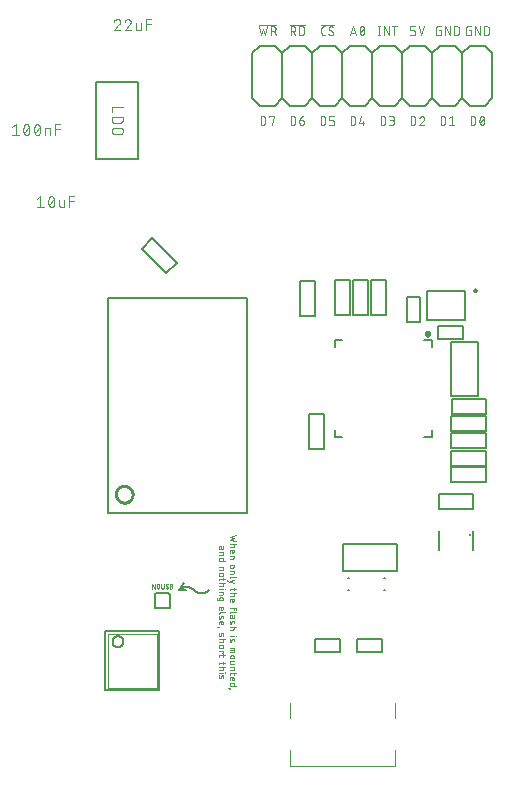
<source format=gbr>
G04 EAGLE Gerber RS-274X export*
G75*
%MOMM*%
%FSLAX34Y34*%
%LPD*%
%INSilkscreen Top*%
%IPPOS*%
%AMOC8*
5,1,8,0,0,1.08239X$1,22.5*%
G01*
%ADD10C,0.076200*%
%ADD11C,0.050800*%
%ADD12C,0.152400*%
%ADD13C,0.200000*%
%ADD14C,0.200000*%
%ADD15C,0.304800*%
%ADD16C,0.127000*%
%ADD17C,0.203200*%
%ADD18C,0.101600*%
%ADD19C,0.270000*%
%ADD20C,0.025400*%


D10*
X502174Y529717D02*
X502174Y537083D01*
X504220Y537083D01*
X504309Y537081D01*
X504398Y537075D01*
X504487Y537065D01*
X504575Y537052D01*
X504663Y537035D01*
X504750Y537013D01*
X504835Y536988D01*
X504920Y536960D01*
X505003Y536927D01*
X505085Y536891D01*
X505165Y536852D01*
X505243Y536809D01*
X505319Y536763D01*
X505394Y536713D01*
X505466Y536660D01*
X505535Y536604D01*
X505602Y536545D01*
X505667Y536484D01*
X505728Y536419D01*
X505787Y536352D01*
X505843Y536283D01*
X505896Y536211D01*
X505946Y536136D01*
X505992Y536060D01*
X506035Y535982D01*
X506074Y535902D01*
X506110Y535820D01*
X506143Y535737D01*
X506171Y535652D01*
X506196Y535567D01*
X506218Y535480D01*
X506235Y535392D01*
X506248Y535304D01*
X506258Y535215D01*
X506264Y535126D01*
X506266Y535037D01*
X506267Y535037D02*
X506267Y531763D01*
X506265Y531674D01*
X506259Y531585D01*
X506249Y531496D01*
X506236Y531408D01*
X506219Y531320D01*
X506197Y531233D01*
X506172Y531148D01*
X506144Y531063D01*
X506111Y530980D01*
X506075Y530898D01*
X506036Y530818D01*
X505993Y530740D01*
X505947Y530664D01*
X505897Y530589D01*
X505844Y530517D01*
X505788Y530448D01*
X505729Y530381D01*
X505668Y530316D01*
X505603Y530255D01*
X505536Y530196D01*
X505467Y530140D01*
X505395Y530087D01*
X505320Y530037D01*
X505244Y529991D01*
X505166Y529948D01*
X505086Y529909D01*
X505004Y529873D01*
X504921Y529840D01*
X504836Y529812D01*
X504751Y529787D01*
X504664Y529765D01*
X504576Y529748D01*
X504488Y529735D01*
X504399Y529725D01*
X504310Y529719D01*
X504221Y529717D01*
X504220Y529717D02*
X502174Y529717D01*
X509734Y533400D02*
X509736Y533553D01*
X509742Y533706D01*
X509751Y533858D01*
X509765Y534011D01*
X509782Y534163D01*
X509803Y534314D01*
X509828Y534465D01*
X509857Y534615D01*
X509889Y534765D01*
X509926Y534913D01*
X509966Y535061D01*
X510009Y535208D01*
X510057Y535353D01*
X510108Y535497D01*
X510162Y535640D01*
X510221Y535782D01*
X510282Y535921D01*
X510348Y536060D01*
X510374Y536130D01*
X510404Y536200D01*
X510437Y536267D01*
X510473Y536333D01*
X510512Y536397D01*
X510555Y536459D01*
X510601Y536518D01*
X510649Y536576D01*
X510700Y536630D01*
X510754Y536683D01*
X510811Y536732D01*
X510870Y536779D01*
X510931Y536822D01*
X510994Y536863D01*
X511059Y536900D01*
X511126Y536935D01*
X511195Y536965D01*
X511265Y536993D01*
X511336Y537016D01*
X511408Y537037D01*
X511481Y537053D01*
X511555Y537066D01*
X511630Y537076D01*
X511705Y537081D01*
X511780Y537083D01*
X511855Y537081D01*
X511930Y537076D01*
X512005Y537066D01*
X512079Y537053D01*
X512152Y537037D01*
X512224Y537016D01*
X512295Y536993D01*
X512365Y536965D01*
X512434Y536935D01*
X512501Y536900D01*
X512566Y536863D01*
X512629Y536822D01*
X512690Y536779D01*
X512749Y536732D01*
X512806Y536683D01*
X512860Y536630D01*
X512911Y536576D01*
X512960Y536518D01*
X513005Y536459D01*
X513048Y536397D01*
X513087Y536333D01*
X513124Y536267D01*
X513156Y536199D01*
X513186Y536130D01*
X513212Y536060D01*
X513277Y535922D01*
X513339Y535782D01*
X513397Y535640D01*
X513452Y535497D01*
X513503Y535353D01*
X513551Y535208D01*
X513594Y535061D01*
X513634Y534914D01*
X513671Y534765D01*
X513703Y534615D01*
X513732Y534465D01*
X513757Y534314D01*
X513778Y534163D01*
X513795Y534011D01*
X513809Y533858D01*
X513818Y533706D01*
X513824Y533553D01*
X513826Y533400D01*
X509733Y533400D02*
X509735Y533247D01*
X509741Y533094D01*
X509750Y532941D01*
X509764Y532789D01*
X509781Y532637D01*
X509802Y532486D01*
X509827Y532335D01*
X509856Y532184D01*
X509888Y532035D01*
X509925Y531886D01*
X509965Y531739D01*
X510008Y531592D01*
X510056Y531447D01*
X510107Y531302D01*
X510162Y531160D01*
X510220Y531018D01*
X510282Y530878D01*
X510347Y530740D01*
X510348Y530740D02*
X510374Y530669D01*
X510404Y530600D01*
X510437Y530533D01*
X510473Y530467D01*
X510512Y530403D01*
X510555Y530341D01*
X510601Y530282D01*
X510649Y530224D01*
X510700Y530170D01*
X510754Y530117D01*
X510811Y530068D01*
X510870Y530021D01*
X510931Y529978D01*
X510994Y529937D01*
X511059Y529900D01*
X511126Y529865D01*
X511195Y529835D01*
X511265Y529807D01*
X511336Y529784D01*
X511408Y529763D01*
X511481Y529747D01*
X511555Y529734D01*
X511630Y529724D01*
X511705Y529719D01*
X511780Y529717D01*
X513211Y530740D02*
X513276Y530878D01*
X513338Y531018D01*
X513396Y531160D01*
X513451Y531303D01*
X513502Y531447D01*
X513550Y531592D01*
X513593Y531739D01*
X513633Y531887D01*
X513670Y532035D01*
X513702Y532185D01*
X513731Y532335D01*
X513756Y532486D01*
X513777Y532637D01*
X513794Y532789D01*
X513808Y532942D01*
X513817Y533094D01*
X513823Y533247D01*
X513825Y533400D01*
X513212Y530740D02*
X513186Y530670D01*
X513156Y530600D01*
X513124Y530533D01*
X513087Y530467D01*
X513048Y530403D01*
X513005Y530341D01*
X512959Y530282D01*
X512911Y530224D01*
X512860Y530170D01*
X512806Y530117D01*
X512749Y530068D01*
X512690Y530021D01*
X512629Y529978D01*
X512566Y529937D01*
X512501Y529900D01*
X512434Y529865D01*
X512365Y529835D01*
X512295Y529807D01*
X512224Y529784D01*
X512152Y529763D01*
X512079Y529747D01*
X512005Y529734D01*
X511930Y529724D01*
X511855Y529719D01*
X511780Y529717D01*
X510143Y531354D02*
X513416Y535446D01*
X476774Y537083D02*
X476774Y529717D01*
X476774Y537083D02*
X478820Y537083D01*
X478909Y537081D01*
X478998Y537075D01*
X479087Y537065D01*
X479175Y537052D01*
X479263Y537035D01*
X479350Y537013D01*
X479435Y536988D01*
X479520Y536960D01*
X479603Y536927D01*
X479685Y536891D01*
X479765Y536852D01*
X479843Y536809D01*
X479919Y536763D01*
X479994Y536713D01*
X480066Y536660D01*
X480135Y536604D01*
X480202Y536545D01*
X480267Y536484D01*
X480328Y536419D01*
X480387Y536352D01*
X480443Y536283D01*
X480496Y536211D01*
X480546Y536136D01*
X480592Y536060D01*
X480635Y535982D01*
X480674Y535902D01*
X480710Y535820D01*
X480743Y535737D01*
X480771Y535652D01*
X480796Y535567D01*
X480818Y535480D01*
X480835Y535392D01*
X480848Y535304D01*
X480858Y535215D01*
X480864Y535126D01*
X480866Y535037D01*
X480867Y535037D02*
X480867Y531763D01*
X480865Y531674D01*
X480859Y531585D01*
X480849Y531496D01*
X480836Y531408D01*
X480819Y531320D01*
X480797Y531233D01*
X480772Y531148D01*
X480744Y531063D01*
X480711Y530980D01*
X480675Y530898D01*
X480636Y530818D01*
X480593Y530740D01*
X480547Y530664D01*
X480497Y530589D01*
X480444Y530517D01*
X480388Y530448D01*
X480329Y530381D01*
X480268Y530316D01*
X480203Y530255D01*
X480136Y530196D01*
X480067Y530140D01*
X479995Y530087D01*
X479920Y530037D01*
X479844Y529991D01*
X479766Y529948D01*
X479686Y529909D01*
X479604Y529873D01*
X479521Y529840D01*
X479436Y529812D01*
X479351Y529787D01*
X479264Y529765D01*
X479176Y529748D01*
X479088Y529735D01*
X478999Y529725D01*
X478910Y529719D01*
X478821Y529717D01*
X478820Y529717D02*
X476774Y529717D01*
X484333Y535446D02*
X486380Y537083D01*
X486380Y529717D01*
X488426Y529717D02*
X484333Y529717D01*
X451374Y529717D02*
X451374Y537083D01*
X453420Y537083D01*
X453509Y537081D01*
X453598Y537075D01*
X453687Y537065D01*
X453775Y537052D01*
X453863Y537035D01*
X453950Y537013D01*
X454035Y536988D01*
X454120Y536960D01*
X454203Y536927D01*
X454285Y536891D01*
X454365Y536852D01*
X454443Y536809D01*
X454519Y536763D01*
X454594Y536713D01*
X454666Y536660D01*
X454735Y536604D01*
X454802Y536545D01*
X454867Y536484D01*
X454928Y536419D01*
X454987Y536352D01*
X455043Y536283D01*
X455096Y536211D01*
X455146Y536136D01*
X455192Y536060D01*
X455235Y535982D01*
X455274Y535902D01*
X455310Y535820D01*
X455343Y535737D01*
X455371Y535652D01*
X455396Y535567D01*
X455418Y535480D01*
X455435Y535392D01*
X455448Y535304D01*
X455458Y535215D01*
X455464Y535126D01*
X455466Y535037D01*
X455467Y535037D02*
X455467Y531763D01*
X455465Y531674D01*
X455459Y531585D01*
X455449Y531496D01*
X455436Y531408D01*
X455419Y531320D01*
X455397Y531233D01*
X455372Y531148D01*
X455344Y531063D01*
X455311Y530980D01*
X455275Y530898D01*
X455236Y530818D01*
X455193Y530740D01*
X455147Y530664D01*
X455097Y530589D01*
X455044Y530517D01*
X454988Y530448D01*
X454929Y530381D01*
X454868Y530316D01*
X454803Y530255D01*
X454736Y530196D01*
X454667Y530140D01*
X454595Y530087D01*
X454520Y530037D01*
X454444Y529991D01*
X454366Y529948D01*
X454286Y529909D01*
X454204Y529873D01*
X454121Y529840D01*
X454036Y529812D01*
X453951Y529787D01*
X453864Y529765D01*
X453776Y529748D01*
X453688Y529735D01*
X453599Y529725D01*
X453510Y529719D01*
X453421Y529717D01*
X453420Y529717D02*
X451374Y529717D01*
X461184Y537084D02*
X461269Y537082D01*
X461354Y537076D01*
X461438Y537066D01*
X461522Y537053D01*
X461606Y537035D01*
X461688Y537014D01*
X461769Y536989D01*
X461849Y536960D01*
X461928Y536927D01*
X462005Y536891D01*
X462080Y536851D01*
X462154Y536808D01*
X462225Y536762D01*
X462294Y536712D01*
X462361Y536659D01*
X462425Y536603D01*
X462486Y536544D01*
X462545Y536483D01*
X462601Y536419D01*
X462654Y536352D01*
X462704Y536283D01*
X462750Y536212D01*
X462793Y536138D01*
X462833Y536063D01*
X462869Y535986D01*
X462902Y535907D01*
X462931Y535827D01*
X462956Y535746D01*
X462977Y535664D01*
X462995Y535580D01*
X463008Y535496D01*
X463018Y535412D01*
X463024Y535327D01*
X463026Y535242D01*
X461184Y537083D02*
X461088Y537081D01*
X460992Y537075D01*
X460897Y537065D01*
X460802Y537052D01*
X460707Y537034D01*
X460614Y537013D01*
X460521Y536988D01*
X460430Y536959D01*
X460339Y536927D01*
X460250Y536891D01*
X460163Y536851D01*
X460077Y536808D01*
X459993Y536762D01*
X459911Y536712D01*
X459831Y536658D01*
X459754Y536602D01*
X459679Y536542D01*
X459606Y536480D01*
X459536Y536414D01*
X459468Y536346D01*
X459403Y536275D01*
X459342Y536202D01*
X459283Y536126D01*
X459227Y536047D01*
X459175Y535967D01*
X459126Y535884D01*
X459080Y535800D01*
X459038Y535714D01*
X459000Y535626D01*
X458965Y535537D01*
X458933Y535446D01*
X462412Y533810D02*
X462472Y533869D01*
X462529Y533931D01*
X462584Y533995D01*
X462635Y534062D01*
X462684Y534131D01*
X462730Y534201D01*
X462773Y534274D01*
X462813Y534348D01*
X462849Y534424D01*
X462882Y534502D01*
X462912Y534581D01*
X462939Y534661D01*
X462962Y534742D01*
X462981Y534824D01*
X462997Y534906D01*
X463010Y534990D01*
X463019Y535074D01*
X463024Y535158D01*
X463026Y535242D01*
X462412Y533809D02*
X458933Y529717D01*
X463026Y529717D01*
X425974Y529717D02*
X425974Y537083D01*
X428020Y537083D01*
X428109Y537081D01*
X428198Y537075D01*
X428287Y537065D01*
X428375Y537052D01*
X428463Y537035D01*
X428550Y537013D01*
X428635Y536988D01*
X428720Y536960D01*
X428803Y536927D01*
X428885Y536891D01*
X428965Y536852D01*
X429043Y536809D01*
X429119Y536763D01*
X429194Y536713D01*
X429266Y536660D01*
X429335Y536604D01*
X429402Y536545D01*
X429467Y536484D01*
X429528Y536419D01*
X429587Y536352D01*
X429643Y536283D01*
X429696Y536211D01*
X429746Y536136D01*
X429792Y536060D01*
X429835Y535982D01*
X429874Y535902D01*
X429910Y535820D01*
X429943Y535737D01*
X429971Y535652D01*
X429996Y535567D01*
X430018Y535480D01*
X430035Y535392D01*
X430048Y535304D01*
X430058Y535215D01*
X430064Y535126D01*
X430066Y535037D01*
X430067Y535037D02*
X430067Y531763D01*
X430065Y531674D01*
X430059Y531585D01*
X430049Y531496D01*
X430036Y531408D01*
X430019Y531320D01*
X429997Y531233D01*
X429972Y531148D01*
X429944Y531063D01*
X429911Y530980D01*
X429875Y530898D01*
X429836Y530818D01*
X429793Y530740D01*
X429747Y530664D01*
X429697Y530589D01*
X429644Y530517D01*
X429588Y530448D01*
X429529Y530381D01*
X429468Y530316D01*
X429403Y530255D01*
X429336Y530196D01*
X429267Y530140D01*
X429195Y530087D01*
X429120Y530037D01*
X429044Y529991D01*
X428966Y529948D01*
X428886Y529909D01*
X428804Y529873D01*
X428721Y529840D01*
X428636Y529812D01*
X428551Y529787D01*
X428464Y529765D01*
X428376Y529748D01*
X428288Y529735D01*
X428199Y529725D01*
X428110Y529719D01*
X428021Y529717D01*
X428020Y529717D02*
X425974Y529717D01*
X433533Y529717D02*
X435580Y529717D01*
X435669Y529719D01*
X435758Y529725D01*
X435847Y529735D01*
X435935Y529748D01*
X436023Y529765D01*
X436110Y529787D01*
X436195Y529812D01*
X436280Y529840D01*
X436363Y529873D01*
X436445Y529909D01*
X436525Y529948D01*
X436603Y529991D01*
X436679Y530037D01*
X436754Y530087D01*
X436826Y530140D01*
X436895Y530196D01*
X436962Y530255D01*
X437027Y530316D01*
X437088Y530381D01*
X437147Y530448D01*
X437203Y530517D01*
X437256Y530589D01*
X437306Y530664D01*
X437352Y530740D01*
X437395Y530818D01*
X437434Y530898D01*
X437470Y530980D01*
X437503Y531063D01*
X437531Y531148D01*
X437556Y531233D01*
X437578Y531320D01*
X437595Y531408D01*
X437608Y531496D01*
X437618Y531585D01*
X437624Y531674D01*
X437626Y531763D01*
X437624Y531852D01*
X437618Y531941D01*
X437608Y532030D01*
X437595Y532118D01*
X437578Y532206D01*
X437556Y532293D01*
X437531Y532378D01*
X437503Y532463D01*
X437470Y532546D01*
X437434Y532628D01*
X437395Y532708D01*
X437352Y532786D01*
X437306Y532862D01*
X437256Y532937D01*
X437203Y533009D01*
X437147Y533078D01*
X437088Y533145D01*
X437027Y533210D01*
X436962Y533271D01*
X436895Y533330D01*
X436826Y533386D01*
X436754Y533439D01*
X436679Y533489D01*
X436603Y533535D01*
X436525Y533578D01*
X436445Y533617D01*
X436363Y533653D01*
X436280Y533686D01*
X436195Y533714D01*
X436110Y533739D01*
X436023Y533761D01*
X435935Y533778D01*
X435847Y533791D01*
X435758Y533801D01*
X435669Y533807D01*
X435580Y533809D01*
X435989Y537083D02*
X433533Y537083D01*
X435989Y537083D02*
X436068Y537081D01*
X436147Y537075D01*
X436226Y537066D01*
X436304Y537053D01*
X436381Y537035D01*
X436457Y537015D01*
X436532Y536990D01*
X436606Y536962D01*
X436679Y536931D01*
X436750Y536895D01*
X436819Y536857D01*
X436886Y536815D01*
X436951Y536770D01*
X437014Y536722D01*
X437075Y536671D01*
X437132Y536617D01*
X437188Y536561D01*
X437240Y536502D01*
X437290Y536440D01*
X437336Y536376D01*
X437380Y536310D01*
X437420Y536242D01*
X437456Y536172D01*
X437490Y536100D01*
X437520Y536026D01*
X437546Y535952D01*
X437569Y535876D01*
X437587Y535799D01*
X437603Y535722D01*
X437614Y535643D01*
X437622Y535565D01*
X437626Y535486D01*
X437626Y535406D01*
X437622Y535327D01*
X437614Y535249D01*
X437603Y535170D01*
X437587Y535093D01*
X437569Y535016D01*
X437546Y534940D01*
X437520Y534866D01*
X437490Y534792D01*
X437456Y534720D01*
X437420Y534650D01*
X437380Y534582D01*
X437336Y534516D01*
X437290Y534452D01*
X437240Y534390D01*
X437188Y534331D01*
X437132Y534275D01*
X437075Y534221D01*
X437014Y534170D01*
X436951Y534122D01*
X436886Y534077D01*
X436819Y534035D01*
X436750Y533997D01*
X436679Y533961D01*
X436606Y533930D01*
X436532Y533902D01*
X436457Y533877D01*
X436381Y533857D01*
X436304Y533839D01*
X436226Y533826D01*
X436147Y533817D01*
X436068Y533811D01*
X435989Y533809D01*
X434352Y533809D01*
X400574Y537083D02*
X400574Y529717D01*
X400574Y537083D02*
X402620Y537083D01*
X402709Y537081D01*
X402798Y537075D01*
X402887Y537065D01*
X402975Y537052D01*
X403063Y537035D01*
X403150Y537013D01*
X403235Y536988D01*
X403320Y536960D01*
X403403Y536927D01*
X403485Y536891D01*
X403565Y536852D01*
X403643Y536809D01*
X403719Y536763D01*
X403794Y536713D01*
X403866Y536660D01*
X403935Y536604D01*
X404002Y536545D01*
X404067Y536484D01*
X404128Y536419D01*
X404187Y536352D01*
X404243Y536283D01*
X404296Y536211D01*
X404346Y536136D01*
X404392Y536060D01*
X404435Y535982D01*
X404474Y535902D01*
X404510Y535820D01*
X404543Y535737D01*
X404571Y535652D01*
X404596Y535567D01*
X404618Y535480D01*
X404635Y535392D01*
X404648Y535304D01*
X404658Y535215D01*
X404664Y535126D01*
X404666Y535037D01*
X404667Y535037D02*
X404667Y531763D01*
X404665Y531674D01*
X404659Y531585D01*
X404649Y531496D01*
X404636Y531408D01*
X404619Y531320D01*
X404597Y531233D01*
X404572Y531148D01*
X404544Y531063D01*
X404511Y530980D01*
X404475Y530898D01*
X404436Y530818D01*
X404393Y530740D01*
X404347Y530664D01*
X404297Y530589D01*
X404244Y530517D01*
X404188Y530448D01*
X404129Y530381D01*
X404068Y530316D01*
X404003Y530255D01*
X403936Y530196D01*
X403867Y530140D01*
X403795Y530087D01*
X403720Y530037D01*
X403644Y529991D01*
X403566Y529948D01*
X403486Y529909D01*
X403404Y529873D01*
X403321Y529840D01*
X403236Y529812D01*
X403151Y529787D01*
X403064Y529765D01*
X402976Y529748D01*
X402888Y529735D01*
X402799Y529725D01*
X402710Y529719D01*
X402621Y529717D01*
X402620Y529717D02*
X400574Y529717D01*
X408133Y531354D02*
X409770Y537083D01*
X408133Y531354D02*
X412226Y531354D01*
X410998Y532991D02*
X410998Y529717D01*
X375174Y529717D02*
X375174Y537083D01*
X377220Y537083D01*
X377309Y537081D01*
X377398Y537075D01*
X377487Y537065D01*
X377575Y537052D01*
X377663Y537035D01*
X377750Y537013D01*
X377835Y536988D01*
X377920Y536960D01*
X378003Y536927D01*
X378085Y536891D01*
X378165Y536852D01*
X378243Y536809D01*
X378319Y536763D01*
X378394Y536713D01*
X378466Y536660D01*
X378535Y536604D01*
X378602Y536545D01*
X378667Y536484D01*
X378728Y536419D01*
X378787Y536352D01*
X378843Y536283D01*
X378896Y536211D01*
X378946Y536136D01*
X378992Y536060D01*
X379035Y535982D01*
X379074Y535902D01*
X379110Y535820D01*
X379143Y535737D01*
X379171Y535652D01*
X379196Y535567D01*
X379218Y535480D01*
X379235Y535392D01*
X379248Y535304D01*
X379258Y535215D01*
X379264Y535126D01*
X379266Y535037D01*
X379267Y535037D02*
X379267Y531763D01*
X379265Y531674D01*
X379259Y531585D01*
X379249Y531496D01*
X379236Y531408D01*
X379219Y531320D01*
X379197Y531233D01*
X379172Y531148D01*
X379144Y531063D01*
X379111Y530980D01*
X379075Y530898D01*
X379036Y530818D01*
X378993Y530740D01*
X378947Y530664D01*
X378897Y530589D01*
X378844Y530517D01*
X378788Y530448D01*
X378729Y530381D01*
X378668Y530316D01*
X378603Y530255D01*
X378536Y530196D01*
X378467Y530140D01*
X378395Y530087D01*
X378320Y530037D01*
X378244Y529991D01*
X378166Y529948D01*
X378086Y529909D01*
X378004Y529873D01*
X377921Y529840D01*
X377836Y529812D01*
X377751Y529787D01*
X377664Y529765D01*
X377576Y529748D01*
X377488Y529735D01*
X377399Y529725D01*
X377310Y529719D01*
X377221Y529717D01*
X377220Y529717D02*
X375174Y529717D01*
X382733Y529717D02*
X385189Y529717D01*
X385267Y529719D01*
X385345Y529724D01*
X385422Y529734D01*
X385499Y529747D01*
X385575Y529763D01*
X385650Y529783D01*
X385724Y529807D01*
X385797Y529834D01*
X385869Y529865D01*
X385939Y529899D01*
X386008Y529936D01*
X386074Y529977D01*
X386139Y530021D01*
X386201Y530067D01*
X386261Y530117D01*
X386319Y530169D01*
X386374Y530224D01*
X386426Y530282D01*
X386476Y530342D01*
X386522Y530404D01*
X386566Y530469D01*
X386607Y530536D01*
X386644Y530604D01*
X386678Y530674D01*
X386709Y530746D01*
X386736Y530819D01*
X386760Y530893D01*
X386780Y530968D01*
X386796Y531044D01*
X386809Y531121D01*
X386819Y531198D01*
X386824Y531276D01*
X386826Y531354D01*
X386826Y532172D01*
X386824Y532250D01*
X386819Y532328D01*
X386809Y532405D01*
X386796Y532482D01*
X386780Y532558D01*
X386760Y532633D01*
X386736Y532707D01*
X386709Y532780D01*
X386678Y532852D01*
X386644Y532922D01*
X386607Y532991D01*
X386566Y533057D01*
X386522Y533122D01*
X386476Y533184D01*
X386426Y533244D01*
X386374Y533302D01*
X386319Y533357D01*
X386261Y533409D01*
X386201Y533459D01*
X386139Y533505D01*
X386074Y533549D01*
X386008Y533590D01*
X385939Y533627D01*
X385869Y533661D01*
X385797Y533692D01*
X385724Y533719D01*
X385650Y533743D01*
X385575Y533763D01*
X385499Y533779D01*
X385422Y533792D01*
X385345Y533802D01*
X385267Y533807D01*
X385189Y533809D01*
X382733Y533809D01*
X382733Y537083D01*
X386826Y537083D01*
X349774Y537083D02*
X349774Y529717D01*
X349774Y537083D02*
X351820Y537083D01*
X351909Y537081D01*
X351998Y537075D01*
X352087Y537065D01*
X352175Y537052D01*
X352263Y537035D01*
X352350Y537013D01*
X352435Y536988D01*
X352520Y536960D01*
X352603Y536927D01*
X352685Y536891D01*
X352765Y536852D01*
X352843Y536809D01*
X352919Y536763D01*
X352994Y536713D01*
X353066Y536660D01*
X353135Y536604D01*
X353202Y536545D01*
X353267Y536484D01*
X353328Y536419D01*
X353387Y536352D01*
X353443Y536283D01*
X353496Y536211D01*
X353546Y536136D01*
X353592Y536060D01*
X353635Y535982D01*
X353674Y535902D01*
X353710Y535820D01*
X353743Y535737D01*
X353771Y535652D01*
X353796Y535567D01*
X353818Y535480D01*
X353835Y535392D01*
X353848Y535304D01*
X353858Y535215D01*
X353864Y535126D01*
X353866Y535037D01*
X353867Y535037D02*
X353867Y531763D01*
X353865Y531674D01*
X353859Y531585D01*
X353849Y531496D01*
X353836Y531408D01*
X353819Y531320D01*
X353797Y531233D01*
X353772Y531148D01*
X353744Y531063D01*
X353711Y530980D01*
X353675Y530898D01*
X353636Y530818D01*
X353593Y530740D01*
X353547Y530664D01*
X353497Y530589D01*
X353444Y530517D01*
X353388Y530448D01*
X353329Y530381D01*
X353268Y530316D01*
X353203Y530255D01*
X353136Y530196D01*
X353067Y530140D01*
X352995Y530087D01*
X352920Y530037D01*
X352844Y529991D01*
X352766Y529948D01*
X352686Y529909D01*
X352604Y529873D01*
X352521Y529840D01*
X352436Y529812D01*
X352351Y529787D01*
X352264Y529765D01*
X352176Y529748D01*
X352088Y529735D01*
X351999Y529725D01*
X351910Y529719D01*
X351821Y529717D01*
X351820Y529717D02*
X349774Y529717D01*
X357333Y533809D02*
X359789Y533809D01*
X359867Y533807D01*
X359945Y533802D01*
X360022Y533792D01*
X360099Y533779D01*
X360175Y533763D01*
X360250Y533743D01*
X360324Y533719D01*
X360397Y533692D01*
X360469Y533661D01*
X360539Y533627D01*
X360608Y533590D01*
X360674Y533549D01*
X360739Y533505D01*
X360801Y533459D01*
X360861Y533409D01*
X360919Y533357D01*
X360974Y533302D01*
X361026Y533244D01*
X361076Y533184D01*
X361122Y533122D01*
X361166Y533057D01*
X361207Y532991D01*
X361244Y532922D01*
X361278Y532852D01*
X361309Y532780D01*
X361336Y532707D01*
X361360Y532633D01*
X361380Y532558D01*
X361396Y532482D01*
X361409Y532405D01*
X361419Y532328D01*
X361424Y532250D01*
X361426Y532172D01*
X361426Y531763D01*
X361424Y531674D01*
X361418Y531585D01*
X361408Y531496D01*
X361395Y531408D01*
X361378Y531320D01*
X361356Y531233D01*
X361331Y531148D01*
X361303Y531063D01*
X361270Y530980D01*
X361234Y530898D01*
X361195Y530818D01*
X361152Y530740D01*
X361106Y530664D01*
X361056Y530589D01*
X361003Y530517D01*
X360947Y530448D01*
X360888Y530381D01*
X360827Y530316D01*
X360762Y530255D01*
X360695Y530196D01*
X360626Y530140D01*
X360554Y530087D01*
X360479Y530037D01*
X360403Y529991D01*
X360325Y529948D01*
X360245Y529909D01*
X360163Y529873D01*
X360080Y529840D01*
X359995Y529812D01*
X359910Y529787D01*
X359823Y529765D01*
X359735Y529748D01*
X359647Y529735D01*
X359558Y529725D01*
X359469Y529719D01*
X359380Y529717D01*
X359291Y529719D01*
X359202Y529725D01*
X359113Y529735D01*
X359025Y529748D01*
X358937Y529765D01*
X358850Y529787D01*
X358765Y529812D01*
X358680Y529840D01*
X358597Y529873D01*
X358515Y529909D01*
X358435Y529948D01*
X358357Y529991D01*
X358281Y530037D01*
X358206Y530087D01*
X358134Y530140D01*
X358065Y530196D01*
X357998Y530255D01*
X357933Y530316D01*
X357872Y530381D01*
X357813Y530448D01*
X357757Y530517D01*
X357704Y530589D01*
X357654Y530664D01*
X357608Y530740D01*
X357565Y530818D01*
X357526Y530898D01*
X357490Y530980D01*
X357457Y531063D01*
X357429Y531148D01*
X357404Y531233D01*
X357382Y531320D01*
X357365Y531408D01*
X357352Y531496D01*
X357342Y531585D01*
X357336Y531674D01*
X357334Y531763D01*
X357333Y531763D02*
X357333Y533809D01*
X357335Y533923D01*
X357341Y534037D01*
X357351Y534151D01*
X357365Y534265D01*
X357383Y534378D01*
X357405Y534490D01*
X357430Y534601D01*
X357460Y534711D01*
X357493Y534821D01*
X357530Y534929D01*
X357571Y535035D01*
X357616Y535141D01*
X357664Y535244D01*
X357716Y535346D01*
X357772Y535446D01*
X357830Y535544D01*
X357893Y535640D01*
X357958Y535733D01*
X358027Y535825D01*
X358099Y535913D01*
X358174Y536000D01*
X358252Y536083D01*
X358333Y536164D01*
X358416Y536242D01*
X358503Y536317D01*
X358591Y536389D01*
X358683Y536458D01*
X358776Y536523D01*
X358872Y536585D01*
X358970Y536644D01*
X359070Y536700D01*
X359172Y536752D01*
X359275Y536800D01*
X359381Y536845D01*
X359487Y536886D01*
X359595Y536923D01*
X359705Y536956D01*
X359815Y536986D01*
X359926Y537011D01*
X360038Y537033D01*
X360151Y537051D01*
X360265Y537065D01*
X360379Y537075D01*
X360493Y537081D01*
X360607Y537083D01*
X324374Y537083D02*
X324374Y529717D01*
X324374Y537083D02*
X326420Y537083D01*
X326509Y537081D01*
X326598Y537075D01*
X326687Y537065D01*
X326775Y537052D01*
X326863Y537035D01*
X326950Y537013D01*
X327035Y536988D01*
X327120Y536960D01*
X327203Y536927D01*
X327285Y536891D01*
X327365Y536852D01*
X327443Y536809D01*
X327519Y536763D01*
X327594Y536713D01*
X327666Y536660D01*
X327735Y536604D01*
X327802Y536545D01*
X327867Y536484D01*
X327928Y536419D01*
X327987Y536352D01*
X328043Y536283D01*
X328096Y536211D01*
X328146Y536136D01*
X328192Y536060D01*
X328235Y535982D01*
X328274Y535902D01*
X328310Y535820D01*
X328343Y535737D01*
X328371Y535652D01*
X328396Y535567D01*
X328418Y535480D01*
X328435Y535392D01*
X328448Y535304D01*
X328458Y535215D01*
X328464Y535126D01*
X328466Y535037D01*
X328467Y535037D02*
X328467Y531763D01*
X328465Y531674D01*
X328459Y531585D01*
X328449Y531496D01*
X328436Y531408D01*
X328419Y531320D01*
X328397Y531233D01*
X328372Y531148D01*
X328344Y531063D01*
X328311Y530980D01*
X328275Y530898D01*
X328236Y530818D01*
X328193Y530740D01*
X328147Y530664D01*
X328097Y530589D01*
X328044Y530517D01*
X327988Y530448D01*
X327929Y530381D01*
X327868Y530316D01*
X327803Y530255D01*
X327736Y530196D01*
X327667Y530140D01*
X327595Y530087D01*
X327520Y530037D01*
X327444Y529991D01*
X327366Y529948D01*
X327286Y529909D01*
X327204Y529873D01*
X327121Y529840D01*
X327036Y529812D01*
X326951Y529787D01*
X326864Y529765D01*
X326776Y529748D01*
X326688Y529735D01*
X326599Y529725D01*
X326510Y529719D01*
X326421Y529717D01*
X326420Y529717D02*
X324374Y529717D01*
X331933Y536265D02*
X331933Y537083D01*
X336026Y537083D01*
X333980Y529717D01*
X501016Y610009D02*
X502243Y610009D01*
X502243Y605917D01*
X499788Y605917D01*
X499710Y605919D01*
X499632Y605924D01*
X499555Y605934D01*
X499478Y605947D01*
X499402Y605963D01*
X499327Y605983D01*
X499253Y606007D01*
X499180Y606034D01*
X499108Y606065D01*
X499038Y606099D01*
X498970Y606136D01*
X498903Y606177D01*
X498838Y606221D01*
X498776Y606267D01*
X498716Y606317D01*
X498658Y606369D01*
X498603Y606424D01*
X498551Y606482D01*
X498501Y606542D01*
X498455Y606604D01*
X498411Y606669D01*
X498370Y606736D01*
X498333Y606804D01*
X498299Y606874D01*
X498268Y606946D01*
X498241Y607019D01*
X498217Y607093D01*
X498197Y607168D01*
X498181Y607244D01*
X498168Y607321D01*
X498158Y607398D01*
X498153Y607476D01*
X498151Y607554D01*
X498151Y611646D01*
X498153Y611726D01*
X498159Y611806D01*
X498169Y611886D01*
X498182Y611965D01*
X498200Y612044D01*
X498221Y612121D01*
X498247Y612197D01*
X498276Y612272D01*
X498308Y612346D01*
X498344Y612418D01*
X498384Y612488D01*
X498427Y612555D01*
X498473Y612621D01*
X498523Y612684D01*
X498575Y612745D01*
X498630Y612804D01*
X498689Y612859D01*
X498749Y612911D01*
X498813Y612961D01*
X498879Y613007D01*
X498946Y613050D01*
X499016Y613090D01*
X499088Y613126D01*
X499162Y613158D01*
X499236Y613187D01*
X499313Y613213D01*
X499390Y613234D01*
X499469Y613252D01*
X499548Y613265D01*
X499628Y613275D01*
X499708Y613281D01*
X499788Y613283D01*
X502243Y613283D01*
X505954Y613283D02*
X505954Y605917D01*
X510046Y605917D02*
X505954Y613283D01*
X510046Y613283D02*
X510046Y605917D01*
X513757Y605917D02*
X513757Y613283D01*
X515803Y613283D01*
X515892Y613281D01*
X515981Y613275D01*
X516070Y613265D01*
X516158Y613252D01*
X516246Y613235D01*
X516333Y613213D01*
X516418Y613188D01*
X516503Y613160D01*
X516586Y613127D01*
X516668Y613091D01*
X516748Y613052D01*
X516826Y613009D01*
X516902Y612963D01*
X516977Y612913D01*
X517049Y612860D01*
X517118Y612804D01*
X517185Y612745D01*
X517250Y612684D01*
X517311Y612619D01*
X517370Y612552D01*
X517426Y612483D01*
X517479Y612411D01*
X517529Y612336D01*
X517575Y612260D01*
X517618Y612182D01*
X517657Y612102D01*
X517693Y612020D01*
X517726Y611937D01*
X517754Y611852D01*
X517779Y611767D01*
X517801Y611680D01*
X517818Y611592D01*
X517831Y611504D01*
X517841Y611415D01*
X517847Y611326D01*
X517849Y611237D01*
X517849Y607963D01*
X517847Y607874D01*
X517841Y607785D01*
X517831Y607696D01*
X517818Y607608D01*
X517801Y607520D01*
X517779Y607433D01*
X517754Y607348D01*
X517726Y607263D01*
X517693Y607180D01*
X517657Y607098D01*
X517618Y607018D01*
X517575Y606940D01*
X517529Y606864D01*
X517479Y606789D01*
X517426Y606717D01*
X517370Y606648D01*
X517311Y606581D01*
X517250Y606516D01*
X517185Y606455D01*
X517118Y606396D01*
X517049Y606340D01*
X516977Y606287D01*
X516902Y606237D01*
X516826Y606191D01*
X516748Y606148D01*
X516668Y606109D01*
X516586Y606073D01*
X516503Y606040D01*
X516418Y606012D01*
X516333Y605987D01*
X516246Y605965D01*
X516158Y605948D01*
X516070Y605935D01*
X515981Y605925D01*
X515892Y605919D01*
X515803Y605917D01*
X513757Y605917D01*
X476843Y610009D02*
X475616Y610009D01*
X476843Y610009D02*
X476843Y605917D01*
X474388Y605917D01*
X474310Y605919D01*
X474232Y605924D01*
X474155Y605934D01*
X474078Y605947D01*
X474002Y605963D01*
X473927Y605983D01*
X473853Y606007D01*
X473780Y606034D01*
X473708Y606065D01*
X473638Y606099D01*
X473570Y606136D01*
X473503Y606177D01*
X473438Y606221D01*
X473376Y606267D01*
X473316Y606317D01*
X473258Y606369D01*
X473203Y606424D01*
X473151Y606482D01*
X473101Y606542D01*
X473055Y606604D01*
X473011Y606669D01*
X472970Y606736D01*
X472933Y606804D01*
X472899Y606874D01*
X472868Y606946D01*
X472841Y607019D01*
X472817Y607093D01*
X472797Y607168D01*
X472781Y607244D01*
X472768Y607321D01*
X472758Y607398D01*
X472753Y607476D01*
X472751Y607554D01*
X472751Y611646D01*
X472753Y611726D01*
X472759Y611806D01*
X472769Y611886D01*
X472782Y611965D01*
X472800Y612044D01*
X472821Y612121D01*
X472847Y612197D01*
X472876Y612272D01*
X472908Y612346D01*
X472944Y612418D01*
X472984Y612488D01*
X473027Y612555D01*
X473073Y612621D01*
X473123Y612684D01*
X473175Y612745D01*
X473230Y612804D01*
X473289Y612859D01*
X473349Y612911D01*
X473413Y612961D01*
X473479Y613007D01*
X473546Y613050D01*
X473616Y613090D01*
X473688Y613126D01*
X473762Y613158D01*
X473836Y613187D01*
X473913Y613213D01*
X473990Y613234D01*
X474069Y613252D01*
X474148Y613265D01*
X474228Y613275D01*
X474308Y613281D01*
X474388Y613283D01*
X476843Y613283D01*
X480554Y613283D02*
X480554Y605917D01*
X484646Y605917D02*
X480554Y613283D01*
X484646Y613283D02*
X484646Y605917D01*
X488357Y605917D02*
X488357Y613283D01*
X490403Y613283D01*
X490492Y613281D01*
X490581Y613275D01*
X490670Y613265D01*
X490758Y613252D01*
X490846Y613235D01*
X490933Y613213D01*
X491018Y613188D01*
X491103Y613160D01*
X491186Y613127D01*
X491268Y613091D01*
X491348Y613052D01*
X491426Y613009D01*
X491502Y612963D01*
X491577Y612913D01*
X491649Y612860D01*
X491718Y612804D01*
X491785Y612745D01*
X491850Y612684D01*
X491911Y612619D01*
X491970Y612552D01*
X492026Y612483D01*
X492079Y612411D01*
X492129Y612336D01*
X492175Y612260D01*
X492218Y612182D01*
X492257Y612102D01*
X492293Y612020D01*
X492326Y611937D01*
X492354Y611852D01*
X492379Y611767D01*
X492401Y611680D01*
X492418Y611592D01*
X492431Y611504D01*
X492441Y611415D01*
X492447Y611326D01*
X492449Y611237D01*
X492449Y607963D01*
X492447Y607874D01*
X492441Y607785D01*
X492431Y607696D01*
X492418Y607608D01*
X492401Y607520D01*
X492379Y607433D01*
X492354Y607348D01*
X492326Y607263D01*
X492293Y607180D01*
X492257Y607098D01*
X492218Y607018D01*
X492175Y606940D01*
X492129Y606864D01*
X492079Y606789D01*
X492026Y606717D01*
X491970Y606648D01*
X491911Y606581D01*
X491850Y606516D01*
X491785Y606455D01*
X491718Y606396D01*
X491649Y606340D01*
X491577Y606287D01*
X491502Y606237D01*
X491426Y606191D01*
X491348Y606148D01*
X491268Y606109D01*
X491186Y606073D01*
X491103Y606040D01*
X491018Y606012D01*
X490933Y605987D01*
X490846Y605965D01*
X490758Y605948D01*
X490670Y605935D01*
X490581Y605925D01*
X490492Y605919D01*
X490403Y605917D01*
X488357Y605917D01*
X453747Y605917D02*
X451292Y605917D01*
X453747Y605917D02*
X453825Y605919D01*
X453903Y605924D01*
X453980Y605934D01*
X454057Y605947D01*
X454133Y605963D01*
X454208Y605983D01*
X454282Y606007D01*
X454355Y606034D01*
X454427Y606065D01*
X454497Y606099D01*
X454566Y606136D01*
X454632Y606177D01*
X454697Y606221D01*
X454759Y606267D01*
X454819Y606317D01*
X454877Y606369D01*
X454932Y606424D01*
X454984Y606482D01*
X455034Y606542D01*
X455080Y606604D01*
X455124Y606669D01*
X455165Y606736D01*
X455202Y606804D01*
X455236Y606874D01*
X455267Y606946D01*
X455294Y607019D01*
X455318Y607093D01*
X455338Y607168D01*
X455354Y607244D01*
X455367Y607321D01*
X455377Y607398D01*
X455382Y607476D01*
X455384Y607554D01*
X455384Y608372D01*
X455382Y608450D01*
X455377Y608528D01*
X455367Y608605D01*
X455354Y608682D01*
X455338Y608758D01*
X455318Y608833D01*
X455294Y608907D01*
X455267Y608980D01*
X455236Y609052D01*
X455202Y609122D01*
X455165Y609191D01*
X455124Y609257D01*
X455080Y609322D01*
X455034Y609384D01*
X454984Y609444D01*
X454932Y609502D01*
X454877Y609557D01*
X454819Y609609D01*
X454759Y609659D01*
X454697Y609705D01*
X454632Y609749D01*
X454566Y609790D01*
X454497Y609827D01*
X454427Y609861D01*
X454355Y609892D01*
X454282Y609919D01*
X454208Y609943D01*
X454133Y609963D01*
X454057Y609979D01*
X453980Y609992D01*
X453903Y610002D01*
X453825Y610007D01*
X453747Y610009D01*
X451292Y610009D01*
X451292Y613283D01*
X455384Y613283D01*
X458198Y613283D02*
X460653Y605917D01*
X463108Y613283D01*
X424603Y613283D02*
X424603Y605917D01*
X425421Y605917D02*
X423784Y605917D01*
X423784Y613283D02*
X425421Y613283D01*
X428652Y613283D02*
X428652Y605917D01*
X432745Y605917D02*
X428652Y613283D01*
X432745Y613283D02*
X432745Y605917D01*
X437770Y605917D02*
X437770Y613283D01*
X435724Y613283D02*
X439816Y613283D01*
X402947Y613283D02*
X400492Y605917D01*
X405402Y605917D02*
X402947Y613283D01*
X401106Y607759D02*
X404789Y607759D01*
X408216Y609600D02*
X408218Y609753D01*
X408224Y609906D01*
X408233Y610058D01*
X408247Y610211D01*
X408264Y610363D01*
X408285Y610514D01*
X408310Y610665D01*
X408339Y610815D01*
X408371Y610965D01*
X408408Y611113D01*
X408448Y611261D01*
X408491Y611408D01*
X408539Y611553D01*
X408590Y611697D01*
X408644Y611840D01*
X408703Y611982D01*
X408764Y612121D01*
X408830Y612260D01*
X408856Y612330D01*
X408886Y612400D01*
X408919Y612467D01*
X408955Y612533D01*
X408994Y612597D01*
X409037Y612659D01*
X409083Y612718D01*
X409131Y612776D01*
X409182Y612830D01*
X409236Y612883D01*
X409293Y612932D01*
X409352Y612979D01*
X409413Y613022D01*
X409476Y613063D01*
X409541Y613100D01*
X409608Y613135D01*
X409677Y613165D01*
X409747Y613193D01*
X409818Y613216D01*
X409890Y613237D01*
X409963Y613253D01*
X410037Y613266D01*
X410112Y613276D01*
X410187Y613281D01*
X410262Y613283D01*
X410337Y613281D01*
X410412Y613276D01*
X410487Y613266D01*
X410561Y613253D01*
X410634Y613237D01*
X410706Y613216D01*
X410777Y613193D01*
X410847Y613165D01*
X410916Y613135D01*
X410983Y613100D01*
X411048Y613063D01*
X411111Y613022D01*
X411172Y612979D01*
X411231Y612932D01*
X411288Y612883D01*
X411342Y612830D01*
X411393Y612776D01*
X411442Y612718D01*
X411487Y612659D01*
X411530Y612597D01*
X411569Y612533D01*
X411606Y612467D01*
X411638Y612399D01*
X411668Y612330D01*
X411694Y612260D01*
X411759Y612122D01*
X411821Y611982D01*
X411879Y611840D01*
X411934Y611697D01*
X411985Y611553D01*
X412033Y611408D01*
X412076Y611261D01*
X412116Y611114D01*
X412153Y610965D01*
X412185Y610815D01*
X412214Y610665D01*
X412239Y610514D01*
X412260Y610363D01*
X412277Y610211D01*
X412291Y610058D01*
X412300Y609906D01*
X412306Y609753D01*
X412308Y609600D01*
X408216Y609600D02*
X408218Y609447D01*
X408224Y609294D01*
X408233Y609141D01*
X408247Y608989D01*
X408264Y608837D01*
X408285Y608686D01*
X408310Y608535D01*
X408339Y608384D01*
X408371Y608235D01*
X408408Y608086D01*
X408448Y607939D01*
X408491Y607792D01*
X408539Y607647D01*
X408590Y607502D01*
X408645Y607360D01*
X408703Y607218D01*
X408765Y607078D01*
X408830Y606940D01*
X408856Y606869D01*
X408886Y606800D01*
X408919Y606733D01*
X408955Y606667D01*
X408994Y606603D01*
X409037Y606541D01*
X409083Y606482D01*
X409131Y606424D01*
X409182Y606370D01*
X409236Y606317D01*
X409293Y606268D01*
X409352Y606221D01*
X409413Y606178D01*
X409476Y606137D01*
X409541Y606100D01*
X409608Y606065D01*
X409677Y606035D01*
X409747Y606007D01*
X409818Y605984D01*
X409890Y605963D01*
X409963Y605947D01*
X410037Y605934D01*
X410112Y605924D01*
X410187Y605919D01*
X410262Y605917D01*
X411694Y606940D02*
X411759Y607078D01*
X411821Y607218D01*
X411879Y607360D01*
X411934Y607503D01*
X411985Y607647D01*
X412033Y607792D01*
X412076Y607939D01*
X412116Y608087D01*
X412153Y608235D01*
X412185Y608385D01*
X412214Y608535D01*
X412239Y608686D01*
X412260Y608837D01*
X412277Y608989D01*
X412291Y609142D01*
X412300Y609294D01*
X412306Y609447D01*
X412308Y609600D01*
X411694Y606940D02*
X411668Y606870D01*
X411638Y606800D01*
X411606Y606733D01*
X411569Y606667D01*
X411530Y606603D01*
X411487Y606541D01*
X411441Y606482D01*
X411393Y606424D01*
X411342Y606370D01*
X411288Y606317D01*
X411231Y606268D01*
X411172Y606221D01*
X411111Y606178D01*
X411048Y606137D01*
X410983Y606100D01*
X410916Y606065D01*
X410847Y606035D01*
X410777Y606007D01*
X410706Y605984D01*
X410634Y605963D01*
X410561Y605947D01*
X410487Y605934D01*
X410412Y605924D01*
X410337Y605919D01*
X410262Y605917D01*
X408625Y607554D02*
X411899Y611646D01*
X386365Y614807D02*
X375635Y614807D01*
X377653Y605917D02*
X379290Y605917D01*
X377653Y605917D02*
X377575Y605919D01*
X377497Y605924D01*
X377420Y605934D01*
X377343Y605947D01*
X377267Y605963D01*
X377192Y605983D01*
X377118Y606007D01*
X377045Y606034D01*
X376973Y606065D01*
X376903Y606099D01*
X376835Y606136D01*
X376768Y606177D01*
X376703Y606221D01*
X376641Y606267D01*
X376581Y606317D01*
X376523Y606369D01*
X376468Y606424D01*
X376416Y606482D01*
X376366Y606542D01*
X376320Y606604D01*
X376276Y606669D01*
X376235Y606736D01*
X376198Y606804D01*
X376164Y606874D01*
X376133Y606946D01*
X376106Y607019D01*
X376082Y607093D01*
X376062Y607168D01*
X376046Y607244D01*
X376033Y607321D01*
X376023Y607398D01*
X376018Y607476D01*
X376016Y607554D01*
X376016Y611646D01*
X376018Y611726D01*
X376024Y611806D01*
X376034Y611886D01*
X376047Y611965D01*
X376065Y612044D01*
X376086Y612121D01*
X376112Y612197D01*
X376141Y612272D01*
X376173Y612346D01*
X376209Y612418D01*
X376249Y612488D01*
X376292Y612555D01*
X376338Y612621D01*
X376388Y612684D01*
X376440Y612745D01*
X376495Y612804D01*
X376554Y612859D01*
X376614Y612911D01*
X376678Y612961D01*
X376744Y613007D01*
X376811Y613050D01*
X376881Y613090D01*
X376953Y613126D01*
X377027Y613158D01*
X377101Y613187D01*
X377178Y613213D01*
X377255Y613234D01*
X377334Y613252D01*
X377413Y613265D01*
X377493Y613275D01*
X377573Y613281D01*
X377653Y613283D01*
X379290Y613283D01*
X385984Y607554D02*
X385982Y607476D01*
X385977Y607398D01*
X385967Y607321D01*
X385954Y607244D01*
X385938Y607168D01*
X385918Y607093D01*
X385894Y607019D01*
X385867Y606946D01*
X385836Y606874D01*
X385802Y606804D01*
X385765Y606736D01*
X385724Y606669D01*
X385680Y606604D01*
X385634Y606542D01*
X385584Y606482D01*
X385532Y606424D01*
X385477Y606369D01*
X385419Y606317D01*
X385359Y606267D01*
X385297Y606221D01*
X385232Y606177D01*
X385166Y606136D01*
X385097Y606099D01*
X385027Y606065D01*
X384955Y606034D01*
X384882Y606007D01*
X384808Y605983D01*
X384733Y605963D01*
X384657Y605947D01*
X384580Y605934D01*
X384503Y605924D01*
X384425Y605919D01*
X384347Y605917D01*
X384233Y605919D01*
X384120Y605924D01*
X384006Y605934D01*
X383893Y605947D01*
X383781Y605964D01*
X383669Y605984D01*
X383558Y606008D01*
X383447Y606036D01*
X383338Y606067D01*
X383230Y606102D01*
X383123Y606141D01*
X383017Y606183D01*
X382913Y606228D01*
X382810Y606277D01*
X382709Y606330D01*
X382610Y606385D01*
X382512Y606444D01*
X382417Y606506D01*
X382324Y606571D01*
X382232Y606639D01*
X382144Y606710D01*
X382057Y606784D01*
X381973Y606861D01*
X381892Y606940D01*
X382096Y611646D02*
X382098Y611724D01*
X382103Y611802D01*
X382113Y611879D01*
X382126Y611956D01*
X382142Y612032D01*
X382162Y612107D01*
X382186Y612181D01*
X382213Y612254D01*
X382244Y612326D01*
X382278Y612396D01*
X382315Y612465D01*
X382356Y612531D01*
X382400Y612596D01*
X382446Y612658D01*
X382496Y612718D01*
X382548Y612776D01*
X382603Y612831D01*
X382661Y612883D01*
X382721Y612933D01*
X382783Y612979D01*
X382848Y613023D01*
X382915Y613064D01*
X382983Y613101D01*
X383053Y613135D01*
X383125Y613166D01*
X383198Y613193D01*
X383272Y613217D01*
X383347Y613237D01*
X383423Y613253D01*
X383500Y613266D01*
X383577Y613276D01*
X383655Y613281D01*
X383733Y613283D01*
X383843Y613281D01*
X383952Y613275D01*
X384062Y613265D01*
X384170Y613252D01*
X384279Y613234D01*
X384386Y613213D01*
X384493Y613187D01*
X384599Y613158D01*
X384704Y613126D01*
X384807Y613089D01*
X384909Y613049D01*
X385010Y613005D01*
X385109Y612957D01*
X385206Y612907D01*
X385301Y612852D01*
X385394Y612794D01*
X385485Y612733D01*
X385574Y612669D01*
X382915Y610213D02*
X382848Y610255D01*
X382783Y610299D01*
X382721Y610347D01*
X382661Y610397D01*
X382603Y610450D01*
X382548Y610506D01*
X382496Y610565D01*
X382446Y610625D01*
X382399Y610689D01*
X382356Y610754D01*
X382315Y610821D01*
X382278Y610890D01*
X382244Y610961D01*
X382213Y611033D01*
X382186Y611107D01*
X382162Y611181D01*
X382142Y611257D01*
X382126Y611334D01*
X382113Y611411D01*
X382103Y611489D01*
X382098Y611568D01*
X382096Y611646D01*
X385165Y608986D02*
X385231Y608944D01*
X385296Y608900D01*
X385358Y608853D01*
X385418Y608802D01*
X385476Y608749D01*
X385531Y608693D01*
X385584Y608635D01*
X385633Y608574D01*
X385680Y608511D01*
X385723Y608446D01*
X385764Y608379D01*
X385801Y608310D01*
X385835Y608239D01*
X385866Y608167D01*
X385893Y608093D01*
X385917Y608018D01*
X385937Y607943D01*
X385953Y607866D01*
X385966Y607789D01*
X385976Y607711D01*
X385981Y607632D01*
X385983Y607554D01*
X385165Y608986D02*
X382915Y610214D01*
X361781Y614807D02*
X349419Y614807D01*
X349800Y613283D02*
X349800Y605917D01*
X349800Y613283D02*
X351846Y613283D01*
X351935Y613281D01*
X352024Y613275D01*
X352113Y613265D01*
X352201Y613252D01*
X352289Y613235D01*
X352376Y613213D01*
X352461Y613188D01*
X352546Y613160D01*
X352629Y613127D01*
X352711Y613091D01*
X352791Y613052D01*
X352869Y613009D01*
X352945Y612963D01*
X353020Y612913D01*
X353092Y612860D01*
X353161Y612804D01*
X353228Y612745D01*
X353293Y612684D01*
X353354Y612619D01*
X353413Y612552D01*
X353469Y612483D01*
X353522Y612411D01*
X353572Y612336D01*
X353618Y612260D01*
X353661Y612182D01*
X353700Y612102D01*
X353736Y612020D01*
X353769Y611937D01*
X353797Y611852D01*
X353822Y611767D01*
X353844Y611680D01*
X353861Y611592D01*
X353874Y611504D01*
X353884Y611415D01*
X353890Y611326D01*
X353892Y611237D01*
X353890Y611148D01*
X353884Y611059D01*
X353874Y610970D01*
X353861Y610882D01*
X353844Y610794D01*
X353822Y610707D01*
X353797Y610622D01*
X353769Y610537D01*
X353736Y610454D01*
X353700Y610372D01*
X353661Y610292D01*
X353618Y610214D01*
X353572Y610138D01*
X353522Y610063D01*
X353469Y609991D01*
X353413Y609922D01*
X353354Y609855D01*
X353293Y609790D01*
X353228Y609729D01*
X353161Y609670D01*
X353092Y609614D01*
X353020Y609561D01*
X352945Y609511D01*
X352869Y609465D01*
X352791Y609422D01*
X352711Y609383D01*
X352629Y609347D01*
X352546Y609314D01*
X352461Y609286D01*
X352376Y609261D01*
X352289Y609239D01*
X352201Y609222D01*
X352113Y609209D01*
X352024Y609199D01*
X351935Y609193D01*
X351846Y609191D01*
X349800Y609191D01*
X352255Y609191D02*
X353892Y605917D01*
X357308Y605917D02*
X357308Y613283D01*
X359354Y613283D01*
X359443Y613281D01*
X359532Y613275D01*
X359621Y613265D01*
X359709Y613252D01*
X359797Y613235D01*
X359884Y613213D01*
X359969Y613188D01*
X360054Y613160D01*
X360137Y613127D01*
X360219Y613091D01*
X360299Y613052D01*
X360377Y613009D01*
X360453Y612963D01*
X360528Y612913D01*
X360600Y612860D01*
X360669Y612804D01*
X360736Y612745D01*
X360801Y612684D01*
X360862Y612619D01*
X360921Y612552D01*
X360977Y612483D01*
X361030Y612411D01*
X361080Y612336D01*
X361126Y612260D01*
X361169Y612182D01*
X361208Y612102D01*
X361244Y612020D01*
X361277Y611937D01*
X361305Y611852D01*
X361330Y611767D01*
X361352Y611680D01*
X361369Y611592D01*
X361382Y611504D01*
X361392Y611415D01*
X361398Y611326D01*
X361400Y611237D01*
X361400Y607963D01*
X361398Y607874D01*
X361392Y607785D01*
X361382Y607696D01*
X361369Y607608D01*
X361352Y607520D01*
X361330Y607433D01*
X361305Y607348D01*
X361277Y607263D01*
X361244Y607180D01*
X361208Y607098D01*
X361169Y607018D01*
X361126Y606940D01*
X361080Y606864D01*
X361030Y606789D01*
X360977Y606717D01*
X360921Y606648D01*
X360862Y606581D01*
X360801Y606516D01*
X360736Y606455D01*
X360669Y606396D01*
X360600Y606340D01*
X360528Y606287D01*
X360453Y606237D01*
X360377Y606191D01*
X360299Y606148D01*
X360219Y606109D01*
X360137Y606073D01*
X360054Y606040D01*
X359969Y606012D01*
X359884Y605987D01*
X359797Y605965D01*
X359709Y605948D01*
X359621Y605935D01*
X359532Y605925D01*
X359443Y605919D01*
X359354Y605917D01*
X357308Y605917D01*
X337534Y614807D02*
X322866Y614807D01*
X323247Y613283D02*
X324884Y605917D01*
X326521Y610828D01*
X328158Y605917D01*
X329795Y613283D01*
X333061Y613283D02*
X333061Y605917D01*
X333061Y613283D02*
X335107Y613283D01*
X335196Y613281D01*
X335285Y613275D01*
X335374Y613265D01*
X335462Y613252D01*
X335550Y613235D01*
X335637Y613213D01*
X335722Y613188D01*
X335807Y613160D01*
X335890Y613127D01*
X335972Y613091D01*
X336052Y613052D01*
X336130Y613009D01*
X336206Y612963D01*
X336281Y612913D01*
X336353Y612860D01*
X336422Y612804D01*
X336489Y612745D01*
X336554Y612684D01*
X336615Y612619D01*
X336674Y612552D01*
X336730Y612483D01*
X336783Y612411D01*
X336833Y612336D01*
X336879Y612260D01*
X336922Y612182D01*
X336961Y612102D01*
X336997Y612020D01*
X337030Y611937D01*
X337058Y611852D01*
X337083Y611767D01*
X337105Y611680D01*
X337122Y611592D01*
X337135Y611504D01*
X337145Y611415D01*
X337151Y611326D01*
X337153Y611237D01*
X337151Y611148D01*
X337145Y611059D01*
X337135Y610970D01*
X337122Y610882D01*
X337105Y610794D01*
X337083Y610707D01*
X337058Y610622D01*
X337030Y610537D01*
X336997Y610454D01*
X336961Y610372D01*
X336922Y610292D01*
X336879Y610214D01*
X336833Y610138D01*
X336783Y610063D01*
X336730Y609991D01*
X336674Y609922D01*
X336615Y609855D01*
X336554Y609790D01*
X336489Y609729D01*
X336422Y609670D01*
X336353Y609614D01*
X336281Y609561D01*
X336206Y609511D01*
X336130Y609465D01*
X336052Y609422D01*
X335972Y609383D01*
X335890Y609347D01*
X335807Y609314D01*
X335722Y609286D01*
X335637Y609261D01*
X335550Y609239D01*
X335462Y609222D01*
X335374Y609209D01*
X335285Y609199D01*
X335196Y609193D01*
X335107Y609191D01*
X333061Y609191D01*
X335516Y609191D02*
X337153Y605917D01*
X205461Y617030D02*
X205459Y617125D01*
X205453Y617219D01*
X205444Y617313D01*
X205431Y617407D01*
X205414Y617500D01*
X205393Y617592D01*
X205368Y617684D01*
X205340Y617774D01*
X205308Y617863D01*
X205273Y617951D01*
X205234Y618037D01*
X205192Y618122D01*
X205146Y618205D01*
X205097Y618286D01*
X205045Y618365D01*
X204990Y618442D01*
X204931Y618516D01*
X204870Y618588D01*
X204806Y618658D01*
X204739Y618725D01*
X204669Y618789D01*
X204597Y618850D01*
X204523Y618909D01*
X204446Y618964D01*
X204367Y619016D01*
X204286Y619065D01*
X204203Y619111D01*
X204118Y619153D01*
X204032Y619192D01*
X203944Y619227D01*
X203855Y619259D01*
X203765Y619287D01*
X203673Y619312D01*
X203581Y619333D01*
X203488Y619350D01*
X203394Y619363D01*
X203300Y619372D01*
X203206Y619378D01*
X203111Y619380D01*
X203111Y619379D02*
X203003Y619377D01*
X202894Y619371D01*
X202786Y619361D01*
X202679Y619348D01*
X202572Y619330D01*
X202465Y619309D01*
X202360Y619284D01*
X202255Y619255D01*
X202152Y619223D01*
X202050Y619186D01*
X201949Y619146D01*
X201850Y619103D01*
X201752Y619056D01*
X201656Y619005D01*
X201562Y618951D01*
X201470Y618894D01*
X201380Y618833D01*
X201292Y618769D01*
X201207Y618703D01*
X201124Y618633D01*
X201044Y618560D01*
X200966Y618484D01*
X200891Y618406D01*
X200819Y618325D01*
X200750Y618241D01*
X200684Y618155D01*
X200621Y618067D01*
X200562Y617976D01*
X200505Y617884D01*
X200452Y617789D01*
X200403Y617693D01*
X200357Y617594D01*
X200314Y617495D01*
X200275Y617393D01*
X200240Y617291D01*
X204678Y615202D02*
X204747Y615271D01*
X204813Y615342D01*
X204877Y615415D01*
X204938Y615491D01*
X204996Y615570D01*
X205050Y615650D01*
X205102Y615733D01*
X205150Y615817D01*
X205196Y615903D01*
X205237Y615991D01*
X205276Y616081D01*
X205311Y616172D01*
X205342Y616264D01*
X205370Y616357D01*
X205394Y616451D01*
X205414Y616546D01*
X205431Y616642D01*
X205444Y616739D01*
X205453Y616836D01*
X205459Y616933D01*
X205461Y617030D01*
X204677Y615202D02*
X200239Y609981D01*
X205460Y609981D01*
X214605Y617030D02*
X214603Y617125D01*
X214597Y617219D01*
X214588Y617313D01*
X214575Y617407D01*
X214558Y617500D01*
X214537Y617592D01*
X214512Y617684D01*
X214484Y617774D01*
X214452Y617863D01*
X214417Y617951D01*
X214378Y618037D01*
X214336Y618122D01*
X214290Y618205D01*
X214241Y618286D01*
X214189Y618365D01*
X214134Y618442D01*
X214075Y618516D01*
X214014Y618588D01*
X213950Y618658D01*
X213883Y618725D01*
X213813Y618789D01*
X213741Y618850D01*
X213667Y618909D01*
X213590Y618964D01*
X213511Y619016D01*
X213430Y619065D01*
X213347Y619111D01*
X213262Y619153D01*
X213176Y619192D01*
X213088Y619227D01*
X212999Y619259D01*
X212909Y619287D01*
X212817Y619312D01*
X212725Y619333D01*
X212632Y619350D01*
X212538Y619363D01*
X212444Y619372D01*
X212350Y619378D01*
X212255Y619380D01*
X212255Y619379D02*
X212147Y619377D01*
X212038Y619371D01*
X211930Y619361D01*
X211823Y619348D01*
X211716Y619330D01*
X211609Y619309D01*
X211504Y619284D01*
X211399Y619255D01*
X211296Y619223D01*
X211194Y619186D01*
X211093Y619146D01*
X210994Y619103D01*
X210896Y619056D01*
X210800Y619005D01*
X210706Y618951D01*
X210614Y618894D01*
X210524Y618833D01*
X210436Y618769D01*
X210351Y618703D01*
X210268Y618633D01*
X210188Y618560D01*
X210110Y618484D01*
X210035Y618406D01*
X209963Y618325D01*
X209894Y618241D01*
X209828Y618155D01*
X209765Y618067D01*
X209706Y617976D01*
X209649Y617884D01*
X209596Y617789D01*
X209547Y617693D01*
X209501Y617594D01*
X209458Y617495D01*
X209419Y617393D01*
X209384Y617291D01*
X213822Y615202D02*
X213891Y615271D01*
X213957Y615342D01*
X214021Y615415D01*
X214082Y615491D01*
X214140Y615570D01*
X214194Y615650D01*
X214246Y615733D01*
X214294Y615817D01*
X214340Y615903D01*
X214381Y615991D01*
X214420Y616081D01*
X214455Y616172D01*
X214486Y616264D01*
X214514Y616357D01*
X214538Y616451D01*
X214558Y616546D01*
X214575Y616642D01*
X214588Y616739D01*
X214597Y616836D01*
X214603Y616933D01*
X214605Y617030D01*
X213821Y615202D02*
X209383Y609981D01*
X214604Y609981D01*
X218745Y611547D02*
X218745Y616246D01*
X218745Y611547D02*
X218747Y611470D01*
X218753Y611394D01*
X218762Y611317D01*
X218775Y611241D01*
X218792Y611166D01*
X218812Y611092D01*
X218837Y611019D01*
X218864Y610948D01*
X218895Y610877D01*
X218930Y610809D01*
X218968Y610742D01*
X219009Y610677D01*
X219053Y610614D01*
X219100Y610554D01*
X219151Y610495D01*
X219204Y610440D01*
X219259Y610387D01*
X219318Y610336D01*
X219378Y610289D01*
X219441Y610245D01*
X219506Y610204D01*
X219573Y610166D01*
X219641Y610131D01*
X219712Y610100D01*
X219783Y610073D01*
X219856Y610048D01*
X219930Y610028D01*
X220005Y610011D01*
X220081Y609998D01*
X220158Y609989D01*
X220234Y609983D01*
X220311Y609981D01*
X222921Y609981D01*
X222921Y616246D01*
X227384Y619379D02*
X227384Y609981D01*
X227384Y619379D02*
X231561Y619379D01*
X231561Y615202D02*
X227384Y615202D01*
X116998Y530479D02*
X114387Y528391D01*
X116998Y530479D02*
X116998Y521081D01*
X119608Y521081D02*
X114387Y521081D01*
X123531Y525780D02*
X123533Y525965D01*
X123540Y526150D01*
X123551Y526334D01*
X123566Y526518D01*
X123586Y526702D01*
X123610Y526886D01*
X123639Y527068D01*
X123672Y527250D01*
X123709Y527431D01*
X123751Y527611D01*
X123797Y527791D01*
X123847Y527969D01*
X123901Y528145D01*
X123960Y528321D01*
X124022Y528495D01*
X124089Y528667D01*
X124160Y528838D01*
X124235Y529007D01*
X124314Y529174D01*
X124344Y529254D01*
X124377Y529333D01*
X124414Y529410D01*
X124454Y529486D01*
X124497Y529560D01*
X124543Y529632D01*
X124593Y529701D01*
X124645Y529769D01*
X124701Y529834D01*
X124759Y529897D01*
X124821Y529956D01*
X124884Y530014D01*
X124951Y530068D01*
X125019Y530119D01*
X125090Y530167D01*
X125163Y530212D01*
X125237Y530254D01*
X125314Y530292D01*
X125392Y530327D01*
X125471Y530359D01*
X125552Y530387D01*
X125634Y530411D01*
X125718Y530432D01*
X125801Y530449D01*
X125886Y530462D01*
X125971Y530471D01*
X126056Y530477D01*
X126142Y530479D01*
X126228Y530477D01*
X126313Y530471D01*
X126398Y530462D01*
X126483Y530449D01*
X126566Y530432D01*
X126650Y530411D01*
X126732Y530387D01*
X126813Y530359D01*
X126892Y530327D01*
X126970Y530292D01*
X127047Y530254D01*
X127121Y530212D01*
X127194Y530167D01*
X127265Y530119D01*
X127333Y530068D01*
X127400Y530014D01*
X127463Y529956D01*
X127525Y529897D01*
X127583Y529834D01*
X127639Y529769D01*
X127691Y529701D01*
X127741Y529632D01*
X127787Y529560D01*
X127830Y529486D01*
X127870Y529410D01*
X127907Y529333D01*
X127940Y529254D01*
X127970Y529174D01*
X128049Y529007D01*
X128124Y528838D01*
X128195Y528667D01*
X128262Y528495D01*
X128324Y528321D01*
X128383Y528145D01*
X128437Y527969D01*
X128487Y527791D01*
X128533Y527611D01*
X128575Y527431D01*
X128612Y527250D01*
X128645Y527068D01*
X128674Y526886D01*
X128698Y526702D01*
X128718Y526518D01*
X128733Y526334D01*
X128744Y526150D01*
X128751Y525965D01*
X128753Y525780D01*
X123531Y525780D02*
X123533Y525595D01*
X123540Y525410D01*
X123551Y525226D01*
X123566Y525042D01*
X123586Y524858D01*
X123610Y524674D01*
X123639Y524492D01*
X123672Y524310D01*
X123709Y524129D01*
X123751Y523949D01*
X123797Y523769D01*
X123847Y523591D01*
X123901Y523415D01*
X123960Y523239D01*
X124022Y523065D01*
X124089Y522893D01*
X124160Y522722D01*
X124235Y522553D01*
X124314Y522386D01*
X124344Y522306D01*
X124377Y522227D01*
X124414Y522150D01*
X124454Y522074D01*
X124497Y522000D01*
X124543Y521928D01*
X124593Y521859D01*
X124646Y521791D01*
X124701Y521726D01*
X124760Y521663D01*
X124821Y521604D01*
X124884Y521546D01*
X124951Y521492D01*
X125019Y521441D01*
X125090Y521393D01*
X125163Y521348D01*
X125237Y521306D01*
X125314Y521268D01*
X125392Y521233D01*
X125471Y521201D01*
X125552Y521173D01*
X125634Y521149D01*
X125718Y521128D01*
X125801Y521111D01*
X125886Y521098D01*
X125971Y521089D01*
X126056Y521083D01*
X126142Y521081D01*
X127969Y522386D02*
X128048Y522553D01*
X128123Y522722D01*
X128194Y522893D01*
X128261Y523065D01*
X128323Y523239D01*
X128382Y523415D01*
X128436Y523591D01*
X128486Y523769D01*
X128532Y523949D01*
X128574Y524129D01*
X128611Y524310D01*
X128644Y524492D01*
X128673Y524674D01*
X128697Y524858D01*
X128717Y525042D01*
X128732Y525226D01*
X128743Y525410D01*
X128750Y525595D01*
X128752Y525780D01*
X127970Y522386D02*
X127940Y522306D01*
X127907Y522227D01*
X127870Y522150D01*
X127830Y522074D01*
X127787Y522000D01*
X127741Y521928D01*
X127691Y521859D01*
X127639Y521791D01*
X127583Y521726D01*
X127525Y521663D01*
X127463Y521604D01*
X127400Y521546D01*
X127333Y521492D01*
X127265Y521441D01*
X127194Y521393D01*
X127121Y521348D01*
X127047Y521306D01*
X126970Y521268D01*
X126892Y521233D01*
X126813Y521201D01*
X126732Y521173D01*
X126650Y521149D01*
X126566Y521128D01*
X126483Y521111D01*
X126398Y521098D01*
X126313Y521089D01*
X126228Y521083D01*
X126142Y521081D01*
X124053Y523169D02*
X128230Y528391D01*
X132675Y525780D02*
X132677Y525965D01*
X132684Y526150D01*
X132695Y526334D01*
X132710Y526518D01*
X132730Y526702D01*
X132754Y526886D01*
X132783Y527068D01*
X132816Y527250D01*
X132853Y527431D01*
X132895Y527611D01*
X132941Y527791D01*
X132991Y527969D01*
X133045Y528145D01*
X133104Y528321D01*
X133166Y528495D01*
X133233Y528667D01*
X133304Y528838D01*
X133379Y529007D01*
X133458Y529174D01*
X133488Y529254D01*
X133521Y529333D01*
X133558Y529410D01*
X133598Y529486D01*
X133641Y529560D01*
X133687Y529632D01*
X133737Y529701D01*
X133789Y529769D01*
X133845Y529834D01*
X133903Y529897D01*
X133965Y529956D01*
X134028Y530014D01*
X134095Y530068D01*
X134163Y530119D01*
X134234Y530167D01*
X134307Y530212D01*
X134381Y530254D01*
X134458Y530292D01*
X134536Y530327D01*
X134615Y530359D01*
X134696Y530387D01*
X134778Y530411D01*
X134862Y530432D01*
X134945Y530449D01*
X135030Y530462D01*
X135115Y530471D01*
X135200Y530477D01*
X135286Y530479D01*
X135372Y530477D01*
X135457Y530471D01*
X135542Y530462D01*
X135627Y530449D01*
X135710Y530432D01*
X135794Y530411D01*
X135876Y530387D01*
X135957Y530359D01*
X136036Y530327D01*
X136114Y530292D01*
X136191Y530254D01*
X136265Y530212D01*
X136338Y530167D01*
X136409Y530119D01*
X136477Y530068D01*
X136544Y530014D01*
X136607Y529956D01*
X136669Y529897D01*
X136727Y529834D01*
X136783Y529769D01*
X136835Y529701D01*
X136885Y529632D01*
X136931Y529560D01*
X136974Y529486D01*
X137014Y529410D01*
X137051Y529333D01*
X137084Y529254D01*
X137114Y529174D01*
X137193Y529007D01*
X137268Y528838D01*
X137339Y528667D01*
X137406Y528495D01*
X137468Y528321D01*
X137527Y528145D01*
X137581Y527969D01*
X137631Y527791D01*
X137677Y527611D01*
X137719Y527431D01*
X137756Y527250D01*
X137789Y527068D01*
X137818Y526886D01*
X137842Y526702D01*
X137862Y526518D01*
X137877Y526334D01*
X137888Y526150D01*
X137895Y525965D01*
X137897Y525780D01*
X132675Y525780D02*
X132677Y525595D01*
X132684Y525410D01*
X132695Y525226D01*
X132710Y525042D01*
X132730Y524858D01*
X132754Y524674D01*
X132783Y524492D01*
X132816Y524310D01*
X132853Y524129D01*
X132895Y523949D01*
X132941Y523769D01*
X132991Y523591D01*
X133045Y523415D01*
X133104Y523239D01*
X133166Y523065D01*
X133233Y522893D01*
X133304Y522722D01*
X133379Y522553D01*
X133458Y522386D01*
X133488Y522306D01*
X133521Y522227D01*
X133558Y522150D01*
X133598Y522074D01*
X133641Y522000D01*
X133687Y521928D01*
X133737Y521859D01*
X133790Y521791D01*
X133845Y521726D01*
X133904Y521663D01*
X133965Y521604D01*
X134028Y521546D01*
X134095Y521492D01*
X134163Y521441D01*
X134234Y521393D01*
X134307Y521348D01*
X134381Y521306D01*
X134458Y521268D01*
X134536Y521233D01*
X134615Y521201D01*
X134696Y521173D01*
X134778Y521149D01*
X134862Y521128D01*
X134945Y521111D01*
X135030Y521098D01*
X135115Y521089D01*
X135200Y521083D01*
X135286Y521081D01*
X137113Y522386D02*
X137192Y522553D01*
X137267Y522722D01*
X137338Y522893D01*
X137405Y523065D01*
X137467Y523239D01*
X137526Y523415D01*
X137580Y523591D01*
X137630Y523769D01*
X137676Y523949D01*
X137718Y524129D01*
X137755Y524310D01*
X137788Y524492D01*
X137817Y524674D01*
X137841Y524858D01*
X137861Y525042D01*
X137876Y525226D01*
X137887Y525410D01*
X137894Y525595D01*
X137896Y525780D01*
X137114Y522386D02*
X137084Y522306D01*
X137051Y522227D01*
X137014Y522150D01*
X136974Y522074D01*
X136931Y522000D01*
X136885Y521928D01*
X136835Y521859D01*
X136783Y521791D01*
X136727Y521726D01*
X136669Y521663D01*
X136607Y521604D01*
X136544Y521546D01*
X136477Y521492D01*
X136409Y521441D01*
X136338Y521393D01*
X136265Y521348D01*
X136191Y521306D01*
X136114Y521268D01*
X136036Y521233D01*
X135957Y521201D01*
X135876Y521173D01*
X135794Y521149D01*
X135710Y521128D01*
X135627Y521111D01*
X135542Y521098D01*
X135457Y521089D01*
X135372Y521083D01*
X135286Y521081D01*
X133197Y523169D02*
X137374Y528391D01*
X142037Y527346D02*
X142037Y521081D01*
X142037Y527346D02*
X144647Y527346D01*
X144724Y527344D01*
X144800Y527338D01*
X144877Y527329D01*
X144953Y527316D01*
X145028Y527299D01*
X145102Y527279D01*
X145175Y527254D01*
X145246Y527227D01*
X145317Y527196D01*
X145385Y527161D01*
X145452Y527123D01*
X145517Y527082D01*
X145580Y527038D01*
X145640Y526991D01*
X145699Y526940D01*
X145754Y526887D01*
X145807Y526832D01*
X145858Y526773D01*
X145905Y526713D01*
X145949Y526650D01*
X145990Y526585D01*
X146028Y526518D01*
X146063Y526450D01*
X146094Y526379D01*
X146121Y526308D01*
X146146Y526235D01*
X146166Y526161D01*
X146183Y526086D01*
X146196Y526010D01*
X146205Y525934D01*
X146211Y525857D01*
X146213Y525780D01*
X146213Y521081D01*
X150676Y521081D02*
X150676Y530479D01*
X154853Y530479D01*
X154853Y526302D02*
X150676Y526302D01*
X138080Y469519D02*
X135469Y467431D01*
X138080Y469519D02*
X138080Y460121D01*
X140690Y460121D02*
X135469Y460121D01*
X144613Y464820D02*
X144615Y465005D01*
X144622Y465190D01*
X144633Y465374D01*
X144648Y465558D01*
X144668Y465742D01*
X144692Y465926D01*
X144721Y466108D01*
X144754Y466290D01*
X144791Y466471D01*
X144833Y466651D01*
X144879Y466831D01*
X144929Y467009D01*
X144983Y467185D01*
X145042Y467361D01*
X145104Y467535D01*
X145171Y467707D01*
X145242Y467878D01*
X145317Y468047D01*
X145396Y468214D01*
X145426Y468294D01*
X145459Y468373D01*
X145496Y468450D01*
X145536Y468526D01*
X145579Y468600D01*
X145625Y468672D01*
X145675Y468741D01*
X145727Y468809D01*
X145783Y468874D01*
X145841Y468937D01*
X145903Y468996D01*
X145966Y469054D01*
X146033Y469108D01*
X146101Y469159D01*
X146172Y469207D01*
X146245Y469252D01*
X146319Y469294D01*
X146396Y469332D01*
X146474Y469367D01*
X146553Y469399D01*
X146634Y469427D01*
X146716Y469451D01*
X146800Y469472D01*
X146883Y469489D01*
X146968Y469502D01*
X147053Y469511D01*
X147138Y469517D01*
X147224Y469519D01*
X147310Y469517D01*
X147395Y469511D01*
X147480Y469502D01*
X147565Y469489D01*
X147648Y469472D01*
X147732Y469451D01*
X147814Y469427D01*
X147895Y469399D01*
X147974Y469367D01*
X148052Y469332D01*
X148129Y469294D01*
X148203Y469252D01*
X148276Y469207D01*
X148347Y469159D01*
X148415Y469108D01*
X148482Y469054D01*
X148545Y468996D01*
X148607Y468937D01*
X148665Y468874D01*
X148721Y468809D01*
X148773Y468741D01*
X148823Y468672D01*
X148869Y468600D01*
X148912Y468526D01*
X148952Y468450D01*
X148989Y468373D01*
X149022Y468294D01*
X149052Y468214D01*
X149131Y468047D01*
X149206Y467878D01*
X149277Y467707D01*
X149344Y467535D01*
X149406Y467361D01*
X149465Y467185D01*
X149519Y467009D01*
X149569Y466831D01*
X149615Y466651D01*
X149657Y466471D01*
X149694Y466290D01*
X149727Y466108D01*
X149756Y465926D01*
X149780Y465742D01*
X149800Y465558D01*
X149815Y465374D01*
X149826Y465190D01*
X149833Y465005D01*
X149835Y464820D01*
X144613Y464820D02*
X144615Y464635D01*
X144622Y464450D01*
X144633Y464266D01*
X144648Y464082D01*
X144668Y463898D01*
X144692Y463714D01*
X144721Y463532D01*
X144754Y463350D01*
X144791Y463169D01*
X144833Y462989D01*
X144879Y462809D01*
X144929Y462631D01*
X144983Y462455D01*
X145042Y462279D01*
X145104Y462105D01*
X145171Y461933D01*
X145242Y461762D01*
X145317Y461593D01*
X145396Y461426D01*
X145426Y461346D01*
X145459Y461267D01*
X145496Y461190D01*
X145536Y461114D01*
X145579Y461040D01*
X145625Y460968D01*
X145675Y460899D01*
X145728Y460831D01*
X145783Y460766D01*
X145842Y460703D01*
X145903Y460644D01*
X145966Y460586D01*
X146033Y460532D01*
X146101Y460481D01*
X146172Y460433D01*
X146245Y460388D01*
X146319Y460346D01*
X146396Y460308D01*
X146474Y460273D01*
X146553Y460241D01*
X146634Y460213D01*
X146716Y460189D01*
X146800Y460168D01*
X146883Y460151D01*
X146968Y460138D01*
X147053Y460129D01*
X147138Y460123D01*
X147224Y460121D01*
X149051Y461426D02*
X149130Y461593D01*
X149205Y461762D01*
X149276Y461933D01*
X149343Y462105D01*
X149405Y462279D01*
X149464Y462455D01*
X149518Y462631D01*
X149568Y462809D01*
X149614Y462989D01*
X149656Y463169D01*
X149693Y463350D01*
X149726Y463532D01*
X149755Y463714D01*
X149779Y463898D01*
X149799Y464082D01*
X149814Y464266D01*
X149825Y464450D01*
X149832Y464635D01*
X149834Y464820D01*
X149052Y461426D02*
X149022Y461346D01*
X148989Y461267D01*
X148952Y461190D01*
X148912Y461114D01*
X148869Y461040D01*
X148823Y460968D01*
X148773Y460899D01*
X148721Y460831D01*
X148665Y460766D01*
X148607Y460703D01*
X148545Y460644D01*
X148482Y460586D01*
X148415Y460532D01*
X148347Y460481D01*
X148276Y460433D01*
X148203Y460388D01*
X148129Y460346D01*
X148052Y460308D01*
X147974Y460273D01*
X147895Y460241D01*
X147814Y460213D01*
X147732Y460189D01*
X147648Y460168D01*
X147565Y460151D01*
X147480Y460138D01*
X147395Y460129D01*
X147310Y460123D01*
X147224Y460121D01*
X145135Y462209D02*
X149312Y467431D01*
X153975Y466386D02*
X153975Y461687D01*
X153977Y461610D01*
X153983Y461534D01*
X153992Y461457D01*
X154005Y461381D01*
X154022Y461306D01*
X154042Y461232D01*
X154067Y461159D01*
X154094Y461088D01*
X154125Y461017D01*
X154160Y460949D01*
X154198Y460882D01*
X154239Y460817D01*
X154283Y460754D01*
X154330Y460694D01*
X154381Y460635D01*
X154434Y460580D01*
X154489Y460527D01*
X154548Y460476D01*
X154608Y460429D01*
X154671Y460385D01*
X154736Y460344D01*
X154803Y460306D01*
X154871Y460271D01*
X154942Y460240D01*
X155013Y460213D01*
X155086Y460188D01*
X155160Y460168D01*
X155235Y460151D01*
X155311Y460138D01*
X155388Y460129D01*
X155464Y460123D01*
X155541Y460121D01*
X158151Y460121D01*
X158151Y466386D01*
X162614Y469519D02*
X162614Y460121D01*
X162614Y469519D02*
X166791Y469519D01*
X166791Y465342D02*
X162614Y465342D01*
X198501Y544689D02*
X207899Y544689D01*
X198501Y544689D02*
X198501Y540512D01*
X198501Y536781D02*
X207899Y536781D01*
X207899Y534171D01*
X207897Y534071D01*
X207891Y533971D01*
X207882Y533872D01*
X207868Y533772D01*
X207851Y533674D01*
X207830Y533576D01*
X207806Y533479D01*
X207777Y533383D01*
X207745Y533288D01*
X207710Y533195D01*
X207671Y533103D01*
X207628Y533012D01*
X207582Y532924D01*
X207532Y532837D01*
X207480Y532752D01*
X207424Y532669D01*
X207365Y532588D01*
X207302Y532510D01*
X207237Y532434D01*
X207169Y532360D01*
X207099Y532290D01*
X207025Y532222D01*
X206949Y532157D01*
X206871Y532094D01*
X206790Y532035D01*
X206707Y531979D01*
X206622Y531927D01*
X206535Y531877D01*
X206447Y531831D01*
X206356Y531788D01*
X206264Y531749D01*
X206171Y531714D01*
X206076Y531682D01*
X205980Y531653D01*
X205883Y531629D01*
X205785Y531608D01*
X205687Y531591D01*
X205587Y531577D01*
X205488Y531568D01*
X205388Y531562D01*
X205288Y531560D01*
X201112Y531560D01*
X201012Y531562D01*
X200912Y531568D01*
X200813Y531577D01*
X200713Y531591D01*
X200615Y531608D01*
X200517Y531629D01*
X200420Y531653D01*
X200324Y531682D01*
X200229Y531714D01*
X200136Y531749D01*
X200044Y531788D01*
X199953Y531831D01*
X199865Y531877D01*
X199778Y531927D01*
X199693Y531979D01*
X199610Y532035D01*
X199529Y532094D01*
X199451Y532157D01*
X199375Y532222D01*
X199301Y532290D01*
X199231Y532360D01*
X199163Y532434D01*
X199098Y532510D01*
X199035Y532588D01*
X198976Y532669D01*
X198920Y532752D01*
X198868Y532837D01*
X198818Y532924D01*
X198772Y533012D01*
X198729Y533103D01*
X198690Y533195D01*
X198655Y533288D01*
X198623Y533383D01*
X198594Y533479D01*
X198570Y533576D01*
X198549Y533674D01*
X198532Y533772D01*
X198518Y533872D01*
X198509Y533971D01*
X198503Y534071D01*
X198501Y534171D01*
X198501Y536781D01*
X201112Y527333D02*
X205288Y527333D01*
X205389Y527331D01*
X205490Y527325D01*
X205591Y527315D01*
X205691Y527302D01*
X205791Y527284D01*
X205890Y527263D01*
X205988Y527237D01*
X206085Y527208D01*
X206181Y527176D01*
X206275Y527139D01*
X206368Y527099D01*
X206460Y527055D01*
X206549Y527008D01*
X206637Y526957D01*
X206723Y526903D01*
X206806Y526846D01*
X206888Y526786D01*
X206966Y526722D01*
X207043Y526656D01*
X207116Y526586D01*
X207187Y526514D01*
X207255Y526439D01*
X207320Y526361D01*
X207382Y526281D01*
X207441Y526199D01*
X207497Y526114D01*
X207549Y526028D01*
X207598Y525939D01*
X207644Y525848D01*
X207685Y525756D01*
X207724Y525662D01*
X207758Y525567D01*
X207789Y525471D01*
X207816Y525373D01*
X207840Y525275D01*
X207859Y525175D01*
X207875Y525075D01*
X207887Y524975D01*
X207895Y524874D01*
X207899Y524773D01*
X207899Y524671D01*
X207895Y524570D01*
X207887Y524469D01*
X207875Y524369D01*
X207859Y524269D01*
X207840Y524169D01*
X207816Y524071D01*
X207789Y523973D01*
X207758Y523877D01*
X207724Y523782D01*
X207685Y523688D01*
X207644Y523596D01*
X207598Y523505D01*
X207549Y523417D01*
X207497Y523330D01*
X207441Y523245D01*
X207382Y523163D01*
X207320Y523083D01*
X207255Y523005D01*
X207187Y522930D01*
X207116Y522858D01*
X207043Y522788D01*
X206966Y522722D01*
X206888Y522658D01*
X206806Y522598D01*
X206723Y522541D01*
X206637Y522487D01*
X206549Y522436D01*
X206460Y522389D01*
X206368Y522345D01*
X206275Y522305D01*
X206181Y522268D01*
X206085Y522236D01*
X205988Y522207D01*
X205890Y522181D01*
X205791Y522160D01*
X205691Y522142D01*
X205591Y522129D01*
X205490Y522119D01*
X205389Y522113D01*
X205288Y522111D01*
X201112Y522111D01*
X201011Y522113D01*
X200910Y522119D01*
X200809Y522129D01*
X200709Y522142D01*
X200609Y522160D01*
X200510Y522181D01*
X200412Y522207D01*
X200315Y522236D01*
X200219Y522268D01*
X200125Y522305D01*
X200032Y522345D01*
X199940Y522389D01*
X199851Y522436D01*
X199763Y522487D01*
X199677Y522541D01*
X199594Y522598D01*
X199512Y522658D01*
X199434Y522722D01*
X199357Y522788D01*
X199284Y522858D01*
X199213Y522930D01*
X199145Y523005D01*
X199080Y523083D01*
X199018Y523163D01*
X198959Y523245D01*
X198903Y523330D01*
X198851Y523417D01*
X198802Y523505D01*
X198756Y523596D01*
X198715Y523688D01*
X198676Y523782D01*
X198642Y523877D01*
X198611Y523973D01*
X198584Y524071D01*
X198560Y524169D01*
X198541Y524269D01*
X198525Y524369D01*
X198513Y524469D01*
X198505Y524570D01*
X198501Y524671D01*
X198501Y524773D01*
X198505Y524874D01*
X198513Y524975D01*
X198525Y525075D01*
X198541Y525175D01*
X198560Y525275D01*
X198584Y525373D01*
X198611Y525471D01*
X198642Y525567D01*
X198676Y525662D01*
X198715Y525756D01*
X198756Y525848D01*
X198802Y525939D01*
X198851Y526028D01*
X198903Y526114D01*
X198959Y526199D01*
X199018Y526281D01*
X199080Y526361D01*
X199145Y526439D01*
X199213Y526514D01*
X199284Y526586D01*
X199357Y526656D01*
X199434Y526722D01*
X199512Y526786D01*
X199594Y526846D01*
X199677Y526903D01*
X199763Y526957D01*
X199851Y527008D01*
X199940Y527055D01*
X200032Y527099D01*
X200125Y527139D01*
X200219Y527176D01*
X200315Y527208D01*
X200412Y527237D01*
X200510Y527263D01*
X200609Y527284D01*
X200709Y527302D01*
X200809Y527315D01*
X200910Y527325D01*
X201011Y527331D01*
X201112Y527333D01*
D11*
X298196Y181057D02*
X303784Y182299D01*
X301921Y179815D02*
X298196Y181057D01*
X298196Y178573D02*
X301921Y179815D01*
X303784Y177331D02*
X298196Y178573D01*
X298196Y175022D02*
X303784Y175022D01*
X301921Y175022D02*
X301921Y173470D01*
X301919Y173412D01*
X301914Y173353D01*
X301905Y173296D01*
X301892Y173238D01*
X301875Y173182D01*
X301856Y173127D01*
X301832Y173074D01*
X301806Y173021D01*
X301776Y172971D01*
X301743Y172923D01*
X301707Y172877D01*
X301669Y172833D01*
X301627Y172791D01*
X301583Y172753D01*
X301537Y172717D01*
X301489Y172684D01*
X301439Y172654D01*
X301386Y172628D01*
X301333Y172604D01*
X301278Y172585D01*
X301222Y172568D01*
X301164Y172555D01*
X301107Y172546D01*
X301048Y172541D01*
X300990Y172539D01*
X300990Y172538D02*
X298196Y172538D01*
X298196Y169153D02*
X298196Y167600D01*
X298196Y169153D02*
X298198Y169211D01*
X298203Y169270D01*
X298212Y169327D01*
X298225Y169385D01*
X298242Y169441D01*
X298261Y169496D01*
X298285Y169549D01*
X298311Y169602D01*
X298341Y169652D01*
X298374Y169700D01*
X298410Y169746D01*
X298448Y169790D01*
X298490Y169832D01*
X298534Y169870D01*
X298580Y169906D01*
X298628Y169939D01*
X298678Y169969D01*
X298731Y169995D01*
X298784Y170019D01*
X298839Y170038D01*
X298895Y170055D01*
X298953Y170068D01*
X299010Y170077D01*
X299069Y170082D01*
X299127Y170084D01*
X300680Y170084D01*
X300750Y170082D01*
X300819Y170076D01*
X300888Y170066D01*
X300956Y170053D01*
X301024Y170035D01*
X301090Y170014D01*
X301155Y169989D01*
X301219Y169961D01*
X301281Y169929D01*
X301341Y169894D01*
X301399Y169855D01*
X301454Y169813D01*
X301508Y169768D01*
X301558Y169720D01*
X301606Y169670D01*
X301651Y169616D01*
X301693Y169561D01*
X301732Y169503D01*
X301767Y169443D01*
X301799Y169381D01*
X301827Y169317D01*
X301852Y169252D01*
X301873Y169186D01*
X301891Y169118D01*
X301904Y169050D01*
X301914Y168981D01*
X301920Y168912D01*
X301922Y168842D01*
X301920Y168772D01*
X301914Y168703D01*
X301904Y168634D01*
X301891Y168566D01*
X301873Y168498D01*
X301852Y168432D01*
X301827Y168367D01*
X301799Y168303D01*
X301767Y168241D01*
X301732Y168181D01*
X301693Y168123D01*
X301651Y168068D01*
X301606Y168014D01*
X301558Y167964D01*
X301508Y167916D01*
X301454Y167871D01*
X301399Y167829D01*
X301341Y167790D01*
X301281Y167755D01*
X301219Y167723D01*
X301155Y167695D01*
X301090Y167670D01*
X301024Y167649D01*
X300956Y167631D01*
X300888Y167618D01*
X300819Y167608D01*
X300750Y167602D01*
X300680Y167600D01*
X300059Y167600D01*
X300059Y170084D01*
X298196Y165146D02*
X301921Y165146D01*
X301921Y163594D01*
X301919Y163536D01*
X301914Y163477D01*
X301905Y163420D01*
X301892Y163362D01*
X301875Y163306D01*
X301856Y163251D01*
X301832Y163198D01*
X301806Y163145D01*
X301776Y163095D01*
X301743Y163047D01*
X301707Y163001D01*
X301669Y162957D01*
X301627Y162915D01*
X301583Y162877D01*
X301537Y162841D01*
X301489Y162808D01*
X301439Y162778D01*
X301386Y162752D01*
X301333Y162728D01*
X301278Y162709D01*
X301222Y162692D01*
X301164Y162679D01*
X301107Y162670D01*
X301048Y162665D01*
X300990Y162663D01*
X298196Y162663D01*
X299438Y157283D02*
X300680Y157283D01*
X300750Y157281D01*
X300819Y157275D01*
X300888Y157265D01*
X300956Y157252D01*
X301024Y157234D01*
X301090Y157213D01*
X301155Y157188D01*
X301219Y157160D01*
X301281Y157128D01*
X301341Y157093D01*
X301399Y157054D01*
X301454Y157012D01*
X301508Y156967D01*
X301558Y156919D01*
X301606Y156869D01*
X301651Y156815D01*
X301693Y156760D01*
X301732Y156702D01*
X301767Y156642D01*
X301799Y156580D01*
X301827Y156516D01*
X301852Y156451D01*
X301873Y156385D01*
X301891Y156317D01*
X301904Y156249D01*
X301914Y156180D01*
X301920Y156111D01*
X301922Y156041D01*
X301920Y155971D01*
X301914Y155902D01*
X301904Y155833D01*
X301891Y155765D01*
X301873Y155697D01*
X301852Y155631D01*
X301827Y155566D01*
X301799Y155502D01*
X301767Y155440D01*
X301732Y155380D01*
X301693Y155322D01*
X301651Y155267D01*
X301606Y155213D01*
X301558Y155163D01*
X301508Y155115D01*
X301454Y155070D01*
X301399Y155028D01*
X301341Y154989D01*
X301281Y154954D01*
X301219Y154922D01*
X301155Y154894D01*
X301090Y154869D01*
X301024Y154848D01*
X300956Y154830D01*
X300888Y154817D01*
X300819Y154807D01*
X300750Y154801D01*
X300680Y154799D01*
X299438Y154799D01*
X299368Y154801D01*
X299299Y154807D01*
X299230Y154817D01*
X299162Y154830D01*
X299094Y154848D01*
X299028Y154869D01*
X298963Y154894D01*
X298899Y154922D01*
X298837Y154954D01*
X298777Y154989D01*
X298719Y155028D01*
X298664Y155070D01*
X298610Y155115D01*
X298560Y155163D01*
X298512Y155213D01*
X298467Y155267D01*
X298425Y155322D01*
X298386Y155380D01*
X298351Y155440D01*
X298319Y155502D01*
X298291Y155566D01*
X298266Y155631D01*
X298245Y155697D01*
X298227Y155765D01*
X298214Y155833D01*
X298204Y155902D01*
X298198Y155971D01*
X298196Y156041D01*
X298198Y156111D01*
X298204Y156180D01*
X298214Y156249D01*
X298227Y156317D01*
X298245Y156385D01*
X298266Y156451D01*
X298291Y156516D01*
X298319Y156580D01*
X298351Y156642D01*
X298386Y156702D01*
X298425Y156760D01*
X298467Y156815D01*
X298512Y156869D01*
X298560Y156919D01*
X298610Y156967D01*
X298664Y157012D01*
X298719Y157054D01*
X298777Y157093D01*
X298837Y157128D01*
X298899Y157160D01*
X298963Y157188D01*
X299028Y157213D01*
X299094Y157234D01*
X299162Y157252D01*
X299230Y157265D01*
X299299Y157275D01*
X299368Y157281D01*
X299438Y157283D01*
X298196Y152345D02*
X301921Y152345D01*
X301921Y150793D01*
X301919Y150735D01*
X301914Y150676D01*
X301905Y150619D01*
X301892Y150561D01*
X301875Y150505D01*
X301856Y150450D01*
X301832Y150397D01*
X301806Y150344D01*
X301776Y150294D01*
X301743Y150246D01*
X301707Y150200D01*
X301669Y150156D01*
X301627Y150114D01*
X301583Y150076D01*
X301537Y150040D01*
X301489Y150007D01*
X301439Y149977D01*
X301386Y149951D01*
X301333Y149927D01*
X301278Y149908D01*
X301222Y149891D01*
X301164Y149878D01*
X301107Y149869D01*
X301048Y149864D01*
X300990Y149862D01*
X300990Y149861D02*
X298196Y149861D01*
X299127Y147338D02*
X303784Y147338D01*
X299127Y147337D02*
X299069Y147335D01*
X299010Y147330D01*
X298953Y147321D01*
X298895Y147308D01*
X298839Y147291D01*
X298784Y147272D01*
X298731Y147248D01*
X298678Y147222D01*
X298628Y147192D01*
X298580Y147159D01*
X298534Y147123D01*
X298490Y147085D01*
X298448Y147043D01*
X298410Y146999D01*
X298374Y146953D01*
X298341Y146905D01*
X298311Y146855D01*
X298285Y146802D01*
X298261Y146749D01*
X298242Y146694D01*
X298225Y146638D01*
X298212Y146580D01*
X298203Y146523D01*
X298198Y146464D01*
X298196Y146406D01*
X296333Y144664D02*
X296333Y144043D01*
X301921Y142180D01*
X301921Y144664D02*
X298196Y143422D01*
X301921Y137632D02*
X301921Y135770D01*
X303784Y137011D02*
X299127Y137011D01*
X299069Y137009D01*
X299010Y137004D01*
X298953Y136995D01*
X298895Y136982D01*
X298839Y136965D01*
X298784Y136946D01*
X298731Y136922D01*
X298678Y136896D01*
X298628Y136866D01*
X298580Y136833D01*
X298534Y136797D01*
X298490Y136759D01*
X298448Y136717D01*
X298410Y136673D01*
X298374Y136627D01*
X298341Y136579D01*
X298311Y136529D01*
X298285Y136476D01*
X298261Y136423D01*
X298242Y136368D01*
X298225Y136312D01*
X298212Y136254D01*
X298203Y136197D01*
X298198Y136138D01*
X298196Y136080D01*
X298196Y135770D01*
X298196Y133508D02*
X303784Y133508D01*
X301921Y133508D02*
X301921Y131956D01*
X301919Y131898D01*
X301914Y131839D01*
X301905Y131782D01*
X301892Y131724D01*
X301875Y131668D01*
X301856Y131613D01*
X301832Y131560D01*
X301806Y131507D01*
X301776Y131457D01*
X301743Y131409D01*
X301707Y131363D01*
X301669Y131319D01*
X301627Y131277D01*
X301583Y131239D01*
X301537Y131203D01*
X301489Y131170D01*
X301439Y131140D01*
X301386Y131114D01*
X301333Y131090D01*
X301278Y131071D01*
X301222Y131054D01*
X301164Y131041D01*
X301107Y131032D01*
X301048Y131027D01*
X300990Y131025D01*
X298196Y131025D01*
X298196Y127639D02*
X298196Y126087D01*
X298196Y127639D02*
X298198Y127697D01*
X298203Y127756D01*
X298212Y127813D01*
X298225Y127871D01*
X298242Y127927D01*
X298261Y127982D01*
X298285Y128035D01*
X298311Y128088D01*
X298341Y128138D01*
X298374Y128186D01*
X298410Y128232D01*
X298448Y128276D01*
X298490Y128318D01*
X298534Y128356D01*
X298580Y128392D01*
X298628Y128425D01*
X298678Y128455D01*
X298731Y128481D01*
X298784Y128505D01*
X298839Y128524D01*
X298895Y128541D01*
X298953Y128554D01*
X299010Y128563D01*
X299069Y128568D01*
X299127Y128570D01*
X299127Y128571D02*
X300680Y128571D01*
X300750Y128569D01*
X300819Y128563D01*
X300888Y128553D01*
X300956Y128540D01*
X301024Y128522D01*
X301090Y128501D01*
X301155Y128476D01*
X301219Y128448D01*
X301281Y128416D01*
X301341Y128381D01*
X301399Y128342D01*
X301454Y128300D01*
X301508Y128255D01*
X301558Y128207D01*
X301606Y128157D01*
X301651Y128103D01*
X301693Y128048D01*
X301732Y127990D01*
X301767Y127930D01*
X301799Y127868D01*
X301827Y127804D01*
X301852Y127739D01*
X301873Y127673D01*
X301891Y127605D01*
X301904Y127537D01*
X301914Y127468D01*
X301920Y127399D01*
X301922Y127329D01*
X301920Y127259D01*
X301914Y127190D01*
X301904Y127121D01*
X301891Y127053D01*
X301873Y126985D01*
X301852Y126919D01*
X301827Y126854D01*
X301799Y126790D01*
X301767Y126728D01*
X301732Y126668D01*
X301693Y126610D01*
X301651Y126555D01*
X301606Y126501D01*
X301558Y126451D01*
X301508Y126403D01*
X301454Y126358D01*
X301399Y126316D01*
X301341Y126277D01*
X301281Y126242D01*
X301219Y126210D01*
X301155Y126182D01*
X301090Y126157D01*
X301024Y126136D01*
X300956Y126118D01*
X300888Y126105D01*
X300819Y126095D01*
X300750Y126089D01*
X300680Y126087D01*
X300059Y126087D01*
X300059Y128571D01*
X298196Y120590D02*
X302853Y120590D01*
X302911Y120588D01*
X302970Y120583D01*
X303027Y120574D01*
X303085Y120561D01*
X303141Y120544D01*
X303196Y120525D01*
X303249Y120501D01*
X303302Y120475D01*
X303352Y120445D01*
X303400Y120412D01*
X303446Y120376D01*
X303490Y120338D01*
X303532Y120296D01*
X303570Y120252D01*
X303606Y120206D01*
X303639Y120158D01*
X303669Y120108D01*
X303695Y120055D01*
X303719Y120002D01*
X303738Y119947D01*
X303755Y119891D01*
X303768Y119833D01*
X303777Y119776D01*
X303782Y119717D01*
X303784Y119659D01*
X303784Y119349D01*
X301921Y119349D02*
X301921Y121211D01*
X303784Y117711D02*
X299127Y117711D01*
X299069Y117709D01*
X299010Y117704D01*
X298953Y117695D01*
X298895Y117682D01*
X298839Y117665D01*
X298784Y117646D01*
X298731Y117622D01*
X298678Y117596D01*
X298628Y117566D01*
X298580Y117533D01*
X298534Y117497D01*
X298490Y117459D01*
X298448Y117417D01*
X298410Y117373D01*
X298374Y117327D01*
X298341Y117279D01*
X298311Y117229D01*
X298285Y117176D01*
X298261Y117123D01*
X298242Y117068D01*
X298225Y117012D01*
X298212Y116954D01*
X298203Y116897D01*
X298198Y116838D01*
X298196Y116780D01*
X300369Y113797D02*
X300369Y112400D01*
X300370Y113797D02*
X300368Y113861D01*
X300362Y113926D01*
X300353Y113989D01*
X300340Y114052D01*
X300323Y114114D01*
X300302Y114175D01*
X300278Y114235D01*
X300250Y114293D01*
X300219Y114350D01*
X300185Y114404D01*
X300147Y114457D01*
X300106Y114507D01*
X300063Y114554D01*
X300017Y114599D01*
X299968Y114641D01*
X299917Y114680D01*
X299863Y114716D01*
X299808Y114749D01*
X299750Y114778D01*
X299692Y114804D01*
X299631Y114827D01*
X299570Y114846D01*
X299507Y114861D01*
X299443Y114872D01*
X299380Y114880D01*
X299315Y114884D01*
X299251Y114884D01*
X299186Y114880D01*
X299123Y114872D01*
X299059Y114861D01*
X298996Y114846D01*
X298935Y114827D01*
X298874Y114804D01*
X298816Y114778D01*
X298758Y114749D01*
X298703Y114716D01*
X298649Y114680D01*
X298598Y114641D01*
X298549Y114599D01*
X298503Y114554D01*
X298460Y114507D01*
X298419Y114457D01*
X298381Y114404D01*
X298347Y114350D01*
X298316Y114293D01*
X298288Y114235D01*
X298264Y114175D01*
X298243Y114114D01*
X298226Y114052D01*
X298213Y113989D01*
X298204Y113926D01*
X298198Y113861D01*
X298196Y113797D01*
X298196Y112400D01*
X300990Y112400D01*
X301048Y112402D01*
X301107Y112407D01*
X301164Y112416D01*
X301222Y112429D01*
X301278Y112446D01*
X301333Y112465D01*
X301386Y112489D01*
X301439Y112515D01*
X301489Y112545D01*
X301537Y112578D01*
X301583Y112614D01*
X301627Y112652D01*
X301669Y112694D01*
X301707Y112738D01*
X301743Y112784D01*
X301776Y112832D01*
X301806Y112882D01*
X301832Y112935D01*
X301856Y112988D01*
X301875Y113043D01*
X301892Y113099D01*
X301905Y113157D01*
X301914Y113214D01*
X301919Y113273D01*
X301921Y113331D01*
X301921Y114573D01*
X300369Y109451D02*
X299748Y107899D01*
X300369Y109451D02*
X300391Y109502D01*
X300417Y109551D01*
X300446Y109599D01*
X300479Y109644D01*
X300515Y109687D01*
X300553Y109728D01*
X300595Y109765D01*
X300638Y109800D01*
X300684Y109832D01*
X300733Y109860D01*
X300783Y109885D01*
X300834Y109906D01*
X300887Y109924D01*
X300941Y109938D01*
X300996Y109948D01*
X301052Y109954D01*
X301107Y109957D01*
X301163Y109956D01*
X301219Y109950D01*
X301274Y109941D01*
X301328Y109929D01*
X301382Y109912D01*
X301434Y109892D01*
X301484Y109868D01*
X301533Y109841D01*
X301580Y109810D01*
X301624Y109776D01*
X301666Y109740D01*
X301706Y109700D01*
X301742Y109658D01*
X301776Y109613D01*
X301806Y109566D01*
X301833Y109518D01*
X301857Y109467D01*
X301877Y109415D01*
X301893Y109361D01*
X301906Y109307D01*
X301915Y109252D01*
X301920Y109196D01*
X301921Y109140D01*
X301922Y109141D02*
X301918Y109030D01*
X301912Y108919D01*
X301901Y108809D01*
X301887Y108699D01*
X301870Y108589D01*
X301850Y108480D01*
X301826Y108372D01*
X301798Y108265D01*
X301767Y108158D01*
X301733Y108053D01*
X301696Y107948D01*
X301655Y107845D01*
X301611Y107743D01*
X299748Y107899D02*
X299726Y107848D01*
X299700Y107799D01*
X299671Y107751D01*
X299638Y107706D01*
X299602Y107663D01*
X299564Y107622D01*
X299522Y107585D01*
X299479Y107550D01*
X299433Y107518D01*
X299384Y107490D01*
X299334Y107465D01*
X299283Y107444D01*
X299230Y107426D01*
X299176Y107412D01*
X299121Y107402D01*
X299065Y107396D01*
X299010Y107393D01*
X298954Y107394D01*
X298898Y107400D01*
X298843Y107409D01*
X298789Y107421D01*
X298735Y107438D01*
X298683Y107458D01*
X298633Y107482D01*
X298584Y107509D01*
X298537Y107540D01*
X298493Y107574D01*
X298451Y107610D01*
X298411Y107650D01*
X298375Y107692D01*
X298341Y107737D01*
X298311Y107784D01*
X298284Y107832D01*
X298260Y107883D01*
X298240Y107935D01*
X298224Y107989D01*
X298211Y108043D01*
X298202Y108098D01*
X298197Y108154D01*
X298196Y108210D01*
X298196Y108209D02*
X298199Y108343D01*
X298206Y108477D01*
X298217Y108611D01*
X298230Y108744D01*
X298248Y108877D01*
X298268Y109010D01*
X298292Y109142D01*
X298320Y109273D01*
X298350Y109404D01*
X298384Y109533D01*
X298422Y109662D01*
X298462Y109790D01*
X298506Y109917D01*
X298196Y104979D02*
X303784Y104979D01*
X301921Y104979D02*
X301921Y103427D01*
X301919Y103369D01*
X301914Y103310D01*
X301905Y103253D01*
X301892Y103195D01*
X301875Y103139D01*
X301856Y103084D01*
X301832Y103031D01*
X301806Y102978D01*
X301776Y102928D01*
X301743Y102880D01*
X301707Y102834D01*
X301669Y102790D01*
X301627Y102748D01*
X301583Y102710D01*
X301537Y102674D01*
X301489Y102641D01*
X301439Y102611D01*
X301386Y102585D01*
X301333Y102561D01*
X301278Y102542D01*
X301222Y102525D01*
X301164Y102512D01*
X301107Y102503D01*
X301048Y102498D01*
X300990Y102496D01*
X298196Y102496D01*
X298196Y97154D02*
X301921Y97154D01*
X303474Y97309D02*
X303784Y97309D01*
X303784Y96999D01*
X303474Y96999D01*
X303474Y97309D01*
X300369Y94455D02*
X299748Y92903D01*
X300369Y94455D02*
X300391Y94506D01*
X300417Y94555D01*
X300446Y94603D01*
X300479Y94648D01*
X300515Y94691D01*
X300553Y94732D01*
X300595Y94769D01*
X300638Y94804D01*
X300684Y94836D01*
X300733Y94864D01*
X300783Y94889D01*
X300834Y94910D01*
X300887Y94928D01*
X300941Y94942D01*
X300996Y94952D01*
X301052Y94958D01*
X301107Y94961D01*
X301163Y94960D01*
X301219Y94954D01*
X301274Y94945D01*
X301328Y94933D01*
X301382Y94916D01*
X301434Y94896D01*
X301484Y94872D01*
X301533Y94845D01*
X301580Y94814D01*
X301624Y94780D01*
X301666Y94744D01*
X301706Y94704D01*
X301742Y94662D01*
X301776Y94617D01*
X301806Y94570D01*
X301833Y94522D01*
X301857Y94471D01*
X301877Y94419D01*
X301893Y94365D01*
X301906Y94311D01*
X301915Y94256D01*
X301920Y94200D01*
X301921Y94144D01*
X301922Y94145D02*
X301918Y94034D01*
X301912Y93923D01*
X301901Y93813D01*
X301887Y93703D01*
X301870Y93593D01*
X301850Y93484D01*
X301826Y93376D01*
X301798Y93269D01*
X301767Y93162D01*
X301733Y93057D01*
X301696Y92952D01*
X301655Y92849D01*
X301611Y92747D01*
X299748Y92903D02*
X299726Y92852D01*
X299700Y92803D01*
X299671Y92755D01*
X299638Y92710D01*
X299602Y92667D01*
X299564Y92626D01*
X299522Y92589D01*
X299479Y92554D01*
X299433Y92522D01*
X299384Y92494D01*
X299334Y92469D01*
X299283Y92448D01*
X299230Y92430D01*
X299176Y92416D01*
X299121Y92406D01*
X299065Y92400D01*
X299010Y92397D01*
X298954Y92398D01*
X298898Y92404D01*
X298843Y92413D01*
X298789Y92425D01*
X298735Y92442D01*
X298683Y92462D01*
X298633Y92486D01*
X298584Y92513D01*
X298537Y92544D01*
X298493Y92578D01*
X298451Y92614D01*
X298411Y92654D01*
X298375Y92696D01*
X298341Y92741D01*
X298311Y92788D01*
X298284Y92836D01*
X298260Y92887D01*
X298240Y92939D01*
X298224Y92993D01*
X298211Y93047D01*
X298202Y93102D01*
X298197Y93158D01*
X298196Y93214D01*
X298196Y93213D02*
X298199Y93347D01*
X298206Y93481D01*
X298217Y93615D01*
X298230Y93748D01*
X298248Y93881D01*
X298268Y94014D01*
X298292Y94146D01*
X298320Y94277D01*
X298350Y94408D01*
X298384Y94537D01*
X298422Y94666D01*
X298462Y94794D01*
X298506Y94921D01*
X298196Y86947D02*
X301921Y86947D01*
X301921Y84153D01*
X301919Y84095D01*
X301914Y84036D01*
X301905Y83979D01*
X301892Y83921D01*
X301875Y83865D01*
X301856Y83810D01*
X301832Y83757D01*
X301806Y83704D01*
X301776Y83654D01*
X301743Y83606D01*
X301707Y83560D01*
X301669Y83516D01*
X301627Y83474D01*
X301583Y83436D01*
X301537Y83400D01*
X301489Y83367D01*
X301439Y83337D01*
X301386Y83311D01*
X301333Y83287D01*
X301278Y83268D01*
X301222Y83251D01*
X301164Y83238D01*
X301107Y83229D01*
X301048Y83224D01*
X300990Y83222D01*
X300990Y83221D02*
X298196Y83221D01*
X298196Y85084D02*
X301921Y85084D01*
X300680Y80656D02*
X299438Y80656D01*
X300680Y80657D02*
X300750Y80655D01*
X300819Y80649D01*
X300888Y80639D01*
X300956Y80626D01*
X301024Y80608D01*
X301090Y80587D01*
X301155Y80562D01*
X301219Y80534D01*
X301281Y80502D01*
X301341Y80467D01*
X301399Y80428D01*
X301454Y80386D01*
X301508Y80341D01*
X301558Y80293D01*
X301606Y80243D01*
X301651Y80189D01*
X301693Y80134D01*
X301732Y80076D01*
X301767Y80016D01*
X301799Y79954D01*
X301827Y79890D01*
X301852Y79825D01*
X301873Y79759D01*
X301891Y79691D01*
X301904Y79623D01*
X301914Y79554D01*
X301920Y79485D01*
X301922Y79415D01*
X301920Y79345D01*
X301914Y79276D01*
X301904Y79207D01*
X301891Y79139D01*
X301873Y79071D01*
X301852Y79005D01*
X301827Y78940D01*
X301799Y78876D01*
X301767Y78814D01*
X301732Y78754D01*
X301693Y78696D01*
X301651Y78641D01*
X301606Y78587D01*
X301558Y78537D01*
X301508Y78489D01*
X301454Y78444D01*
X301399Y78402D01*
X301341Y78363D01*
X301281Y78328D01*
X301219Y78296D01*
X301155Y78268D01*
X301090Y78243D01*
X301024Y78222D01*
X300956Y78204D01*
X300888Y78191D01*
X300819Y78181D01*
X300750Y78175D01*
X300680Y78173D01*
X299438Y78173D01*
X299368Y78175D01*
X299299Y78181D01*
X299230Y78191D01*
X299162Y78204D01*
X299094Y78222D01*
X299028Y78243D01*
X298963Y78268D01*
X298899Y78296D01*
X298837Y78328D01*
X298777Y78363D01*
X298719Y78402D01*
X298664Y78444D01*
X298610Y78489D01*
X298560Y78537D01*
X298512Y78587D01*
X298467Y78641D01*
X298425Y78696D01*
X298386Y78754D01*
X298351Y78814D01*
X298319Y78876D01*
X298291Y78940D01*
X298266Y79005D01*
X298245Y79071D01*
X298227Y79139D01*
X298214Y79207D01*
X298204Y79276D01*
X298198Y79345D01*
X298196Y79415D01*
X298198Y79485D01*
X298204Y79554D01*
X298214Y79623D01*
X298227Y79691D01*
X298245Y79759D01*
X298266Y79825D01*
X298291Y79890D01*
X298319Y79954D01*
X298351Y80016D01*
X298386Y80076D01*
X298425Y80134D01*
X298467Y80189D01*
X298512Y80243D01*
X298560Y80293D01*
X298610Y80341D01*
X298664Y80386D01*
X298719Y80428D01*
X298777Y80467D01*
X298837Y80502D01*
X298899Y80534D01*
X298963Y80562D01*
X299028Y80587D01*
X299094Y80608D01*
X299162Y80626D01*
X299230Y80639D01*
X299299Y80649D01*
X299368Y80655D01*
X299438Y80657D01*
X299127Y75719D02*
X301921Y75719D01*
X299127Y75718D02*
X299069Y75716D01*
X299010Y75711D01*
X298953Y75702D01*
X298895Y75689D01*
X298839Y75672D01*
X298784Y75653D01*
X298731Y75629D01*
X298678Y75603D01*
X298628Y75573D01*
X298580Y75540D01*
X298534Y75504D01*
X298490Y75466D01*
X298448Y75424D01*
X298410Y75380D01*
X298374Y75334D01*
X298341Y75286D01*
X298311Y75236D01*
X298285Y75183D01*
X298261Y75130D01*
X298242Y75075D01*
X298225Y75019D01*
X298212Y74961D01*
X298203Y74904D01*
X298198Y74845D01*
X298196Y74787D01*
X298196Y73235D01*
X301921Y73235D01*
X301921Y70598D02*
X298196Y70598D01*
X301921Y70598D02*
X301921Y69046D01*
X301919Y68988D01*
X301914Y68929D01*
X301905Y68872D01*
X301892Y68814D01*
X301875Y68758D01*
X301856Y68703D01*
X301832Y68650D01*
X301806Y68597D01*
X301776Y68547D01*
X301743Y68499D01*
X301707Y68453D01*
X301669Y68409D01*
X301627Y68367D01*
X301583Y68329D01*
X301537Y68293D01*
X301489Y68260D01*
X301439Y68230D01*
X301386Y68204D01*
X301333Y68180D01*
X301278Y68161D01*
X301222Y68144D01*
X301164Y68131D01*
X301107Y68122D01*
X301048Y68117D01*
X300990Y68115D01*
X298196Y68115D01*
X301921Y66127D02*
X301921Y64264D01*
X303784Y65506D02*
X299127Y65506D01*
X299069Y65504D01*
X299010Y65499D01*
X298953Y65490D01*
X298895Y65477D01*
X298839Y65460D01*
X298784Y65441D01*
X298731Y65417D01*
X298678Y65391D01*
X298628Y65361D01*
X298580Y65328D01*
X298534Y65292D01*
X298490Y65254D01*
X298448Y65212D01*
X298410Y65168D01*
X298374Y65122D01*
X298341Y65074D01*
X298311Y65024D01*
X298285Y64971D01*
X298261Y64918D01*
X298242Y64863D01*
X298225Y64807D01*
X298212Y64749D01*
X298203Y64692D01*
X298198Y64633D01*
X298196Y64575D01*
X298196Y64264D01*
X298196Y61254D02*
X298196Y59702D01*
X298196Y61254D02*
X298198Y61312D01*
X298203Y61371D01*
X298212Y61428D01*
X298225Y61486D01*
X298242Y61542D01*
X298261Y61597D01*
X298285Y61650D01*
X298311Y61703D01*
X298341Y61753D01*
X298374Y61801D01*
X298410Y61847D01*
X298448Y61891D01*
X298490Y61933D01*
X298534Y61971D01*
X298580Y62007D01*
X298628Y62040D01*
X298678Y62070D01*
X298731Y62096D01*
X298784Y62120D01*
X298839Y62139D01*
X298895Y62156D01*
X298953Y62169D01*
X299010Y62178D01*
X299069Y62183D01*
X299127Y62185D01*
X299127Y62186D02*
X300680Y62186D01*
X300750Y62184D01*
X300819Y62178D01*
X300888Y62168D01*
X300956Y62155D01*
X301024Y62137D01*
X301090Y62116D01*
X301155Y62091D01*
X301219Y62063D01*
X301281Y62031D01*
X301341Y61996D01*
X301399Y61957D01*
X301454Y61915D01*
X301508Y61870D01*
X301558Y61822D01*
X301606Y61772D01*
X301651Y61718D01*
X301693Y61663D01*
X301732Y61605D01*
X301767Y61545D01*
X301799Y61483D01*
X301827Y61419D01*
X301852Y61354D01*
X301873Y61288D01*
X301891Y61220D01*
X301904Y61152D01*
X301914Y61083D01*
X301920Y61014D01*
X301922Y60944D01*
X301920Y60874D01*
X301914Y60805D01*
X301904Y60736D01*
X301891Y60668D01*
X301873Y60600D01*
X301852Y60534D01*
X301827Y60469D01*
X301799Y60405D01*
X301767Y60343D01*
X301732Y60283D01*
X301693Y60225D01*
X301651Y60170D01*
X301606Y60116D01*
X301558Y60066D01*
X301508Y60018D01*
X301454Y59973D01*
X301399Y59931D01*
X301341Y59892D01*
X301281Y59857D01*
X301219Y59825D01*
X301155Y59797D01*
X301090Y59772D01*
X301024Y59751D01*
X300956Y59733D01*
X300888Y59720D01*
X300819Y59710D01*
X300750Y59704D01*
X300680Y59702D01*
X300059Y59702D01*
X300059Y62186D01*
X298196Y54976D02*
X303784Y54976D01*
X298196Y54976D02*
X298196Y56528D01*
X298198Y56586D01*
X298203Y56645D01*
X298212Y56702D01*
X298225Y56760D01*
X298242Y56816D01*
X298261Y56871D01*
X298285Y56924D01*
X298311Y56977D01*
X298341Y57027D01*
X298374Y57075D01*
X298410Y57121D01*
X298448Y57165D01*
X298490Y57207D01*
X298534Y57245D01*
X298580Y57281D01*
X298628Y57314D01*
X298678Y57344D01*
X298731Y57370D01*
X298784Y57394D01*
X298839Y57413D01*
X298895Y57430D01*
X298953Y57443D01*
X299010Y57452D01*
X299069Y57457D01*
X299127Y57459D01*
X299127Y57460D02*
X300990Y57460D01*
X300990Y57459D02*
X301048Y57457D01*
X301107Y57452D01*
X301164Y57443D01*
X301222Y57430D01*
X301278Y57413D01*
X301333Y57394D01*
X301386Y57370D01*
X301439Y57344D01*
X301489Y57314D01*
X301537Y57281D01*
X301583Y57245D01*
X301627Y57207D01*
X301669Y57165D01*
X301707Y57121D01*
X301743Y57075D01*
X301776Y57027D01*
X301806Y56977D01*
X301832Y56924D01*
X301856Y56871D01*
X301875Y56816D01*
X301892Y56760D01*
X301905Y56702D01*
X301914Y56645D01*
X301919Y56586D01*
X301921Y56528D01*
X301921Y54976D01*
X298196Y52708D02*
X298196Y52398D01*
X298196Y52708D02*
X298506Y52708D01*
X298506Y52398D01*
X298196Y52398D01*
X296954Y52863D01*
X291225Y170970D02*
X291225Y172367D01*
X291226Y172367D02*
X291224Y172431D01*
X291218Y172496D01*
X291209Y172559D01*
X291196Y172622D01*
X291179Y172684D01*
X291158Y172745D01*
X291134Y172805D01*
X291106Y172863D01*
X291075Y172920D01*
X291041Y172974D01*
X291003Y173027D01*
X290962Y173077D01*
X290919Y173124D01*
X290873Y173169D01*
X290824Y173211D01*
X290773Y173250D01*
X290719Y173286D01*
X290664Y173319D01*
X290606Y173348D01*
X290548Y173374D01*
X290487Y173397D01*
X290426Y173416D01*
X290363Y173431D01*
X290299Y173442D01*
X290236Y173450D01*
X290171Y173454D01*
X290107Y173454D01*
X290042Y173450D01*
X289979Y173442D01*
X289915Y173431D01*
X289852Y173416D01*
X289791Y173397D01*
X289730Y173374D01*
X289672Y173348D01*
X289614Y173319D01*
X289559Y173286D01*
X289505Y173250D01*
X289454Y173211D01*
X289405Y173169D01*
X289359Y173124D01*
X289316Y173077D01*
X289275Y173027D01*
X289237Y172974D01*
X289203Y172920D01*
X289172Y172863D01*
X289144Y172805D01*
X289120Y172745D01*
X289099Y172684D01*
X289082Y172622D01*
X289069Y172559D01*
X289060Y172496D01*
X289054Y172431D01*
X289052Y172367D01*
X289052Y170970D01*
X291846Y170970D01*
X291846Y170971D02*
X291904Y170973D01*
X291963Y170978D01*
X292020Y170987D01*
X292078Y171000D01*
X292134Y171017D01*
X292189Y171036D01*
X292242Y171060D01*
X292295Y171086D01*
X292345Y171116D01*
X292393Y171149D01*
X292439Y171185D01*
X292483Y171223D01*
X292525Y171265D01*
X292563Y171309D01*
X292599Y171355D01*
X292632Y171403D01*
X292662Y171453D01*
X292688Y171506D01*
X292712Y171559D01*
X292731Y171614D01*
X292748Y171670D01*
X292761Y171728D01*
X292770Y171785D01*
X292775Y171844D01*
X292777Y171902D01*
X292777Y173143D01*
X292777Y168304D02*
X289052Y168304D01*
X292777Y168304D02*
X292777Y166752D01*
X292775Y166694D01*
X292770Y166635D01*
X292761Y166578D01*
X292748Y166520D01*
X292731Y166464D01*
X292712Y166409D01*
X292688Y166356D01*
X292662Y166303D01*
X292632Y166253D01*
X292599Y166205D01*
X292563Y166159D01*
X292525Y166115D01*
X292483Y166073D01*
X292439Y166035D01*
X292393Y165999D01*
X292345Y165966D01*
X292295Y165936D01*
X292242Y165910D01*
X292189Y165886D01*
X292134Y165867D01*
X292078Y165850D01*
X292020Y165837D01*
X291963Y165828D01*
X291904Y165823D01*
X291846Y165821D01*
X289052Y165821D01*
X289052Y160912D02*
X294640Y160912D01*
X289052Y160912D02*
X289052Y162464D01*
X289054Y162522D01*
X289059Y162581D01*
X289068Y162638D01*
X289081Y162696D01*
X289098Y162752D01*
X289117Y162807D01*
X289141Y162860D01*
X289167Y162913D01*
X289197Y162963D01*
X289230Y163011D01*
X289266Y163057D01*
X289304Y163101D01*
X289346Y163143D01*
X289390Y163181D01*
X289436Y163217D01*
X289484Y163250D01*
X289534Y163280D01*
X289587Y163306D01*
X289640Y163330D01*
X289695Y163349D01*
X289751Y163366D01*
X289809Y163379D01*
X289866Y163388D01*
X289925Y163393D01*
X289983Y163395D01*
X289983Y163396D02*
X291846Y163396D01*
X291846Y163395D02*
X291904Y163393D01*
X291963Y163388D01*
X292020Y163379D01*
X292078Y163366D01*
X292134Y163349D01*
X292189Y163330D01*
X292242Y163306D01*
X292295Y163280D01*
X292345Y163250D01*
X292393Y163217D01*
X292439Y163181D01*
X292483Y163143D01*
X292525Y163101D01*
X292563Y163057D01*
X292599Y163011D01*
X292632Y162963D01*
X292662Y162913D01*
X292688Y162860D01*
X292712Y162807D01*
X292731Y162752D01*
X292748Y162696D01*
X292761Y162638D01*
X292770Y162581D01*
X292775Y162522D01*
X292777Y162464D01*
X292777Y160912D01*
X292777Y155320D02*
X289052Y155320D01*
X292777Y155320D02*
X292777Y153768D01*
X292775Y153710D01*
X292770Y153651D01*
X292761Y153594D01*
X292748Y153536D01*
X292731Y153480D01*
X292712Y153425D01*
X292688Y153372D01*
X292662Y153319D01*
X292632Y153269D01*
X292599Y153221D01*
X292563Y153175D01*
X292525Y153131D01*
X292483Y153089D01*
X292439Y153051D01*
X292393Y153015D01*
X292345Y152982D01*
X292295Y152952D01*
X292242Y152926D01*
X292189Y152902D01*
X292134Y152883D01*
X292078Y152866D01*
X292020Y152853D01*
X291963Y152844D01*
X291904Y152839D01*
X291846Y152837D01*
X289052Y152837D01*
X290294Y150382D02*
X291536Y150382D01*
X291536Y150383D02*
X291606Y150381D01*
X291675Y150375D01*
X291744Y150365D01*
X291812Y150352D01*
X291880Y150334D01*
X291946Y150313D01*
X292011Y150288D01*
X292075Y150260D01*
X292137Y150228D01*
X292197Y150193D01*
X292255Y150154D01*
X292310Y150112D01*
X292364Y150067D01*
X292414Y150019D01*
X292462Y149969D01*
X292507Y149915D01*
X292549Y149860D01*
X292588Y149802D01*
X292623Y149742D01*
X292655Y149680D01*
X292683Y149616D01*
X292708Y149551D01*
X292729Y149485D01*
X292747Y149417D01*
X292760Y149349D01*
X292770Y149280D01*
X292776Y149211D01*
X292778Y149141D01*
X292776Y149071D01*
X292770Y149002D01*
X292760Y148933D01*
X292747Y148865D01*
X292729Y148797D01*
X292708Y148731D01*
X292683Y148666D01*
X292655Y148602D01*
X292623Y148540D01*
X292588Y148480D01*
X292549Y148422D01*
X292507Y148367D01*
X292462Y148313D01*
X292414Y148263D01*
X292364Y148215D01*
X292310Y148170D01*
X292255Y148128D01*
X292197Y148089D01*
X292137Y148054D01*
X292075Y148022D01*
X292011Y147994D01*
X291946Y147969D01*
X291880Y147948D01*
X291812Y147930D01*
X291744Y147917D01*
X291675Y147907D01*
X291606Y147901D01*
X291536Y147899D01*
X290294Y147899D01*
X290224Y147901D01*
X290155Y147907D01*
X290086Y147917D01*
X290018Y147930D01*
X289950Y147948D01*
X289884Y147969D01*
X289819Y147994D01*
X289755Y148022D01*
X289693Y148054D01*
X289633Y148089D01*
X289575Y148128D01*
X289520Y148170D01*
X289466Y148215D01*
X289416Y148263D01*
X289368Y148313D01*
X289323Y148367D01*
X289281Y148422D01*
X289242Y148480D01*
X289207Y148540D01*
X289175Y148602D01*
X289147Y148666D01*
X289122Y148731D01*
X289101Y148797D01*
X289083Y148865D01*
X289070Y148933D01*
X289060Y149002D01*
X289054Y149071D01*
X289052Y149141D01*
X289054Y149211D01*
X289060Y149280D01*
X289070Y149349D01*
X289083Y149417D01*
X289101Y149485D01*
X289122Y149551D01*
X289147Y149616D01*
X289175Y149680D01*
X289207Y149742D01*
X289242Y149802D01*
X289281Y149860D01*
X289323Y149915D01*
X289368Y149969D01*
X289416Y150019D01*
X289466Y150067D01*
X289520Y150112D01*
X289575Y150154D01*
X289633Y150193D01*
X289693Y150228D01*
X289755Y150260D01*
X289819Y150288D01*
X289884Y150313D01*
X289950Y150334D01*
X290018Y150352D01*
X290086Y150365D01*
X290155Y150375D01*
X290224Y150381D01*
X290294Y150383D01*
X292777Y146094D02*
X292777Y144231D01*
X294640Y145473D02*
X289983Y145473D01*
X289925Y145471D01*
X289866Y145466D01*
X289809Y145457D01*
X289751Y145444D01*
X289695Y145427D01*
X289640Y145408D01*
X289587Y145384D01*
X289534Y145358D01*
X289484Y145328D01*
X289436Y145295D01*
X289390Y145259D01*
X289346Y145221D01*
X289304Y145179D01*
X289266Y145135D01*
X289230Y145089D01*
X289197Y145041D01*
X289167Y144991D01*
X289141Y144938D01*
X289117Y144885D01*
X289098Y144830D01*
X289081Y144774D01*
X289068Y144716D01*
X289059Y144659D01*
X289054Y144600D01*
X289052Y144542D01*
X289052Y144231D01*
X289052Y141970D02*
X294640Y141970D01*
X292777Y141970D02*
X292777Y140418D01*
X292775Y140360D01*
X292770Y140301D01*
X292761Y140244D01*
X292748Y140186D01*
X292731Y140130D01*
X292712Y140075D01*
X292688Y140022D01*
X292662Y139969D01*
X292632Y139919D01*
X292599Y139871D01*
X292563Y139825D01*
X292525Y139781D01*
X292483Y139739D01*
X292439Y139701D01*
X292393Y139665D01*
X292345Y139632D01*
X292295Y139602D01*
X292242Y139576D01*
X292189Y139552D01*
X292134Y139533D01*
X292078Y139516D01*
X292020Y139503D01*
X291963Y139494D01*
X291904Y139489D01*
X291846Y139487D01*
X291846Y139486D02*
X289052Y139486D01*
X289052Y137071D02*
X292777Y137071D01*
X294330Y137226D02*
X294640Y137226D01*
X294640Y136915D01*
X294330Y136915D01*
X294330Y137226D01*
X292777Y134655D02*
X289052Y134655D01*
X292777Y134655D02*
X292777Y133103D01*
X292775Y133045D01*
X292770Y132986D01*
X292761Y132929D01*
X292748Y132871D01*
X292731Y132815D01*
X292712Y132760D01*
X292688Y132707D01*
X292662Y132654D01*
X292632Y132604D01*
X292599Y132556D01*
X292563Y132510D01*
X292525Y132466D01*
X292483Y132424D01*
X292439Y132386D01*
X292393Y132350D01*
X292345Y132317D01*
X292295Y132287D01*
X292242Y132261D01*
X292189Y132237D01*
X292134Y132218D01*
X292078Y132201D01*
X292020Y132188D01*
X291963Y132179D01*
X291904Y132174D01*
X291846Y132172D01*
X291846Y132171D02*
X289052Y132171D01*
X289052Y128815D02*
X289052Y127262D01*
X289052Y128815D02*
X289054Y128873D01*
X289059Y128932D01*
X289068Y128989D01*
X289081Y129047D01*
X289098Y129103D01*
X289117Y129158D01*
X289141Y129211D01*
X289167Y129264D01*
X289197Y129314D01*
X289230Y129362D01*
X289266Y129408D01*
X289304Y129452D01*
X289346Y129494D01*
X289390Y129532D01*
X289436Y129568D01*
X289484Y129601D01*
X289534Y129631D01*
X289587Y129657D01*
X289640Y129681D01*
X289695Y129700D01*
X289751Y129717D01*
X289809Y129730D01*
X289866Y129739D01*
X289925Y129744D01*
X289983Y129746D01*
X291846Y129746D01*
X291904Y129744D01*
X291963Y129739D01*
X292020Y129730D01*
X292078Y129717D01*
X292134Y129700D01*
X292189Y129681D01*
X292242Y129657D01*
X292295Y129631D01*
X292345Y129601D01*
X292393Y129568D01*
X292439Y129532D01*
X292483Y129494D01*
X292525Y129452D01*
X292563Y129408D01*
X292599Y129362D01*
X292632Y129314D01*
X292662Y129264D01*
X292688Y129211D01*
X292712Y129158D01*
X292731Y129103D01*
X292748Y129047D01*
X292761Y128989D01*
X292770Y128932D01*
X292775Y128873D01*
X292777Y128815D01*
X292777Y127262D01*
X288121Y127262D01*
X288121Y127263D02*
X288060Y127265D01*
X287999Y127271D01*
X287939Y127281D01*
X287880Y127295D01*
X287822Y127312D01*
X287765Y127334D01*
X287709Y127359D01*
X287656Y127388D01*
X287604Y127420D01*
X287554Y127455D01*
X287507Y127494D01*
X287463Y127536D01*
X287421Y127580D01*
X287382Y127627D01*
X287347Y127677D01*
X287315Y127728D01*
X287286Y127782D01*
X287261Y127838D01*
X287239Y127895D01*
X287222Y127953D01*
X287208Y128012D01*
X287198Y128072D01*
X287192Y128133D01*
X287190Y128194D01*
X287189Y128194D02*
X287189Y129436D01*
X289052Y120922D02*
X289052Y119370D01*
X289052Y120922D02*
X289054Y120980D01*
X289059Y121039D01*
X289068Y121096D01*
X289081Y121154D01*
X289098Y121210D01*
X289117Y121265D01*
X289141Y121318D01*
X289167Y121371D01*
X289197Y121421D01*
X289230Y121469D01*
X289266Y121515D01*
X289304Y121559D01*
X289346Y121601D01*
X289390Y121639D01*
X289436Y121675D01*
X289484Y121708D01*
X289534Y121738D01*
X289587Y121764D01*
X289640Y121788D01*
X289695Y121807D01*
X289751Y121824D01*
X289809Y121837D01*
X289866Y121846D01*
X289925Y121851D01*
X289983Y121853D01*
X291536Y121853D01*
X291536Y121854D02*
X291606Y121852D01*
X291675Y121846D01*
X291744Y121836D01*
X291812Y121823D01*
X291880Y121805D01*
X291946Y121784D01*
X292011Y121759D01*
X292075Y121731D01*
X292137Y121699D01*
X292197Y121664D01*
X292255Y121625D01*
X292310Y121583D01*
X292364Y121538D01*
X292414Y121490D01*
X292462Y121440D01*
X292507Y121386D01*
X292549Y121331D01*
X292588Y121273D01*
X292623Y121213D01*
X292655Y121151D01*
X292683Y121087D01*
X292708Y121022D01*
X292729Y120956D01*
X292747Y120888D01*
X292760Y120820D01*
X292770Y120751D01*
X292776Y120682D01*
X292778Y120612D01*
X292776Y120542D01*
X292770Y120473D01*
X292760Y120404D01*
X292747Y120336D01*
X292729Y120268D01*
X292708Y120202D01*
X292683Y120137D01*
X292655Y120073D01*
X292623Y120011D01*
X292588Y119951D01*
X292549Y119893D01*
X292507Y119838D01*
X292462Y119784D01*
X292414Y119734D01*
X292364Y119686D01*
X292310Y119641D01*
X292255Y119599D01*
X292197Y119560D01*
X292137Y119525D01*
X292075Y119493D01*
X292011Y119465D01*
X291946Y119440D01*
X291880Y119419D01*
X291812Y119401D01*
X291744Y119388D01*
X291675Y119378D01*
X291606Y119372D01*
X291536Y119370D01*
X290915Y119370D01*
X290915Y121853D01*
X289983Y117029D02*
X294640Y117029D01*
X289983Y117029D02*
X289925Y117027D01*
X289866Y117022D01*
X289809Y117013D01*
X289751Y117000D01*
X289695Y116983D01*
X289640Y116964D01*
X289587Y116940D01*
X289534Y116914D01*
X289484Y116884D01*
X289436Y116851D01*
X289390Y116815D01*
X289346Y116777D01*
X289304Y116735D01*
X289266Y116691D01*
X289230Y116645D01*
X289197Y116597D01*
X289167Y116547D01*
X289141Y116494D01*
X289117Y116441D01*
X289098Y116386D01*
X289081Y116330D01*
X289068Y116272D01*
X289059Y116215D01*
X289054Y116156D01*
X289052Y116098D01*
X291225Y113707D02*
X290604Y112155D01*
X291225Y113707D02*
X291247Y113758D01*
X291273Y113807D01*
X291302Y113855D01*
X291335Y113900D01*
X291371Y113943D01*
X291409Y113984D01*
X291451Y114021D01*
X291494Y114056D01*
X291540Y114088D01*
X291589Y114116D01*
X291639Y114141D01*
X291690Y114162D01*
X291743Y114180D01*
X291797Y114194D01*
X291852Y114204D01*
X291908Y114210D01*
X291963Y114213D01*
X292019Y114212D01*
X292075Y114206D01*
X292130Y114197D01*
X292184Y114185D01*
X292238Y114168D01*
X292290Y114148D01*
X292340Y114124D01*
X292389Y114097D01*
X292436Y114066D01*
X292480Y114032D01*
X292522Y113996D01*
X292562Y113956D01*
X292598Y113914D01*
X292632Y113869D01*
X292662Y113822D01*
X292689Y113774D01*
X292713Y113723D01*
X292733Y113671D01*
X292749Y113617D01*
X292762Y113563D01*
X292771Y113508D01*
X292776Y113452D01*
X292777Y113396D01*
X292778Y113397D02*
X292774Y113286D01*
X292768Y113175D01*
X292757Y113065D01*
X292743Y112955D01*
X292726Y112845D01*
X292706Y112736D01*
X292682Y112628D01*
X292654Y112521D01*
X292623Y112414D01*
X292589Y112309D01*
X292552Y112204D01*
X292511Y112101D01*
X292467Y111999D01*
X290604Y112155D02*
X290582Y112104D01*
X290556Y112055D01*
X290527Y112007D01*
X290494Y111962D01*
X290458Y111919D01*
X290420Y111878D01*
X290378Y111841D01*
X290335Y111806D01*
X290289Y111774D01*
X290240Y111746D01*
X290190Y111721D01*
X290139Y111700D01*
X290086Y111682D01*
X290032Y111668D01*
X289977Y111658D01*
X289921Y111652D01*
X289866Y111649D01*
X289810Y111650D01*
X289754Y111656D01*
X289699Y111665D01*
X289645Y111677D01*
X289591Y111694D01*
X289539Y111714D01*
X289489Y111738D01*
X289440Y111765D01*
X289393Y111796D01*
X289349Y111830D01*
X289307Y111866D01*
X289267Y111906D01*
X289231Y111948D01*
X289197Y111993D01*
X289167Y112040D01*
X289140Y112088D01*
X289116Y112139D01*
X289096Y112191D01*
X289080Y112245D01*
X289067Y112299D01*
X289058Y112354D01*
X289053Y112410D01*
X289052Y112466D01*
X289052Y112465D02*
X289055Y112599D01*
X289062Y112733D01*
X289073Y112867D01*
X289086Y113000D01*
X289104Y113133D01*
X289124Y113266D01*
X289148Y113398D01*
X289176Y113529D01*
X289206Y113660D01*
X289240Y113789D01*
X289278Y113918D01*
X289318Y114046D01*
X289362Y114173D01*
X289052Y108486D02*
X289052Y106934D01*
X289052Y108486D02*
X289054Y108544D01*
X289059Y108603D01*
X289068Y108660D01*
X289081Y108718D01*
X289098Y108774D01*
X289117Y108829D01*
X289141Y108882D01*
X289167Y108935D01*
X289197Y108985D01*
X289230Y109033D01*
X289266Y109079D01*
X289304Y109123D01*
X289346Y109165D01*
X289390Y109203D01*
X289436Y109239D01*
X289484Y109272D01*
X289534Y109302D01*
X289587Y109328D01*
X289640Y109352D01*
X289695Y109371D01*
X289751Y109388D01*
X289809Y109401D01*
X289866Y109410D01*
X289925Y109415D01*
X289983Y109417D01*
X289983Y109418D02*
X291536Y109418D01*
X291606Y109416D01*
X291675Y109410D01*
X291744Y109400D01*
X291812Y109387D01*
X291880Y109369D01*
X291946Y109348D01*
X292011Y109323D01*
X292075Y109295D01*
X292137Y109263D01*
X292197Y109228D01*
X292255Y109189D01*
X292310Y109147D01*
X292364Y109102D01*
X292414Y109054D01*
X292462Y109004D01*
X292507Y108950D01*
X292549Y108895D01*
X292588Y108837D01*
X292623Y108777D01*
X292655Y108715D01*
X292683Y108651D01*
X292708Y108586D01*
X292729Y108520D01*
X292747Y108452D01*
X292760Y108384D01*
X292770Y108315D01*
X292776Y108246D01*
X292778Y108176D01*
X292776Y108106D01*
X292770Y108037D01*
X292760Y107968D01*
X292747Y107900D01*
X292729Y107832D01*
X292708Y107766D01*
X292683Y107701D01*
X292655Y107637D01*
X292623Y107575D01*
X292588Y107515D01*
X292549Y107457D01*
X292507Y107402D01*
X292462Y107348D01*
X292414Y107298D01*
X292364Y107250D01*
X292310Y107205D01*
X292255Y107163D01*
X292197Y107124D01*
X292137Y107089D01*
X292075Y107057D01*
X292011Y107029D01*
X291946Y107004D01*
X291880Y106983D01*
X291812Y106965D01*
X291744Y106952D01*
X291675Y106942D01*
X291606Y106936D01*
X291536Y106934D01*
X290915Y106934D01*
X290915Y109418D01*
X289052Y104878D02*
X289052Y104567D01*
X289052Y104878D02*
X289362Y104878D01*
X289362Y104567D01*
X289052Y104567D01*
X287810Y105033D01*
X291225Y99077D02*
X290604Y97524D01*
X291225Y99077D02*
X291247Y99128D01*
X291273Y99177D01*
X291302Y99225D01*
X291335Y99270D01*
X291371Y99313D01*
X291409Y99354D01*
X291451Y99391D01*
X291494Y99426D01*
X291540Y99458D01*
X291589Y99486D01*
X291639Y99511D01*
X291690Y99532D01*
X291743Y99550D01*
X291797Y99564D01*
X291852Y99574D01*
X291908Y99580D01*
X291963Y99583D01*
X292019Y99582D01*
X292075Y99576D01*
X292130Y99567D01*
X292184Y99555D01*
X292238Y99538D01*
X292290Y99518D01*
X292340Y99494D01*
X292389Y99467D01*
X292436Y99436D01*
X292480Y99402D01*
X292522Y99366D01*
X292562Y99326D01*
X292598Y99284D01*
X292632Y99239D01*
X292662Y99192D01*
X292689Y99144D01*
X292713Y99093D01*
X292733Y99041D01*
X292749Y98987D01*
X292762Y98933D01*
X292771Y98878D01*
X292776Y98822D01*
X292777Y98766D01*
X292778Y98766D02*
X292774Y98655D01*
X292768Y98544D01*
X292757Y98434D01*
X292743Y98324D01*
X292726Y98214D01*
X292706Y98105D01*
X292682Y97997D01*
X292654Y97890D01*
X292623Y97783D01*
X292589Y97678D01*
X292552Y97573D01*
X292511Y97470D01*
X292467Y97368D01*
X290604Y97524D02*
X290582Y97473D01*
X290556Y97424D01*
X290527Y97376D01*
X290494Y97331D01*
X290458Y97288D01*
X290420Y97247D01*
X290378Y97210D01*
X290335Y97175D01*
X290289Y97143D01*
X290240Y97115D01*
X290190Y97090D01*
X290139Y97069D01*
X290086Y97051D01*
X290032Y97037D01*
X289977Y97027D01*
X289921Y97021D01*
X289866Y97018D01*
X289810Y97019D01*
X289754Y97025D01*
X289699Y97034D01*
X289645Y97046D01*
X289591Y97063D01*
X289539Y97083D01*
X289489Y97107D01*
X289440Y97134D01*
X289393Y97165D01*
X289349Y97199D01*
X289307Y97235D01*
X289267Y97275D01*
X289231Y97317D01*
X289197Y97362D01*
X289167Y97409D01*
X289140Y97457D01*
X289116Y97508D01*
X289096Y97560D01*
X289080Y97614D01*
X289067Y97668D01*
X289058Y97723D01*
X289053Y97779D01*
X289052Y97835D01*
X289055Y97969D01*
X289062Y98103D01*
X289073Y98237D01*
X289086Y98370D01*
X289104Y98503D01*
X289124Y98636D01*
X289148Y98768D01*
X289176Y98899D01*
X289206Y99030D01*
X289240Y99159D01*
X289278Y99288D01*
X289318Y99416D01*
X289362Y99543D01*
X289052Y94604D02*
X294640Y94604D01*
X292777Y94604D02*
X292777Y93052D01*
X292775Y92994D01*
X292770Y92935D01*
X292761Y92878D01*
X292748Y92820D01*
X292731Y92764D01*
X292712Y92709D01*
X292688Y92656D01*
X292662Y92603D01*
X292632Y92553D01*
X292599Y92505D01*
X292563Y92459D01*
X292525Y92415D01*
X292483Y92373D01*
X292439Y92335D01*
X292393Y92299D01*
X292345Y92266D01*
X292295Y92236D01*
X292242Y92210D01*
X292189Y92186D01*
X292134Y92167D01*
X292078Y92150D01*
X292020Y92137D01*
X291963Y92128D01*
X291904Y92123D01*
X291846Y92121D01*
X289052Y92121D01*
X290294Y89667D02*
X291536Y89667D01*
X291606Y89665D01*
X291675Y89659D01*
X291744Y89649D01*
X291812Y89636D01*
X291880Y89618D01*
X291946Y89597D01*
X292011Y89572D01*
X292075Y89544D01*
X292137Y89512D01*
X292197Y89477D01*
X292255Y89438D01*
X292310Y89396D01*
X292364Y89351D01*
X292414Y89303D01*
X292462Y89253D01*
X292507Y89199D01*
X292549Y89144D01*
X292588Y89086D01*
X292623Y89026D01*
X292655Y88964D01*
X292683Y88900D01*
X292708Y88835D01*
X292729Y88769D01*
X292747Y88701D01*
X292760Y88633D01*
X292770Y88564D01*
X292776Y88495D01*
X292778Y88425D01*
X292776Y88355D01*
X292770Y88286D01*
X292760Y88217D01*
X292747Y88149D01*
X292729Y88081D01*
X292708Y88015D01*
X292683Y87950D01*
X292655Y87886D01*
X292623Y87824D01*
X292588Y87764D01*
X292549Y87706D01*
X292507Y87651D01*
X292462Y87597D01*
X292414Y87547D01*
X292364Y87499D01*
X292310Y87454D01*
X292255Y87412D01*
X292197Y87373D01*
X292137Y87338D01*
X292075Y87306D01*
X292011Y87278D01*
X291946Y87253D01*
X291880Y87232D01*
X291812Y87214D01*
X291744Y87201D01*
X291675Y87191D01*
X291606Y87185D01*
X291536Y87183D01*
X290294Y87183D01*
X290224Y87185D01*
X290155Y87191D01*
X290086Y87201D01*
X290018Y87214D01*
X289950Y87232D01*
X289884Y87253D01*
X289819Y87278D01*
X289755Y87306D01*
X289693Y87338D01*
X289633Y87373D01*
X289575Y87412D01*
X289520Y87454D01*
X289466Y87499D01*
X289416Y87547D01*
X289368Y87597D01*
X289323Y87651D01*
X289281Y87706D01*
X289242Y87764D01*
X289207Y87824D01*
X289175Y87886D01*
X289147Y87950D01*
X289122Y88015D01*
X289101Y88081D01*
X289083Y88149D01*
X289070Y88217D01*
X289060Y88286D01*
X289054Y88355D01*
X289052Y88425D01*
X289054Y88495D01*
X289060Y88564D01*
X289070Y88633D01*
X289083Y88701D01*
X289101Y88769D01*
X289122Y88835D01*
X289147Y88900D01*
X289175Y88964D01*
X289207Y89026D01*
X289242Y89086D01*
X289281Y89144D01*
X289323Y89199D01*
X289368Y89253D01*
X289416Y89303D01*
X289466Y89351D01*
X289520Y89396D01*
X289575Y89438D01*
X289633Y89477D01*
X289693Y89512D01*
X289755Y89544D01*
X289819Y89572D01*
X289884Y89597D01*
X289950Y89618D01*
X290018Y89636D01*
X290086Y89649D01*
X290155Y89659D01*
X290224Y89665D01*
X290294Y89667D01*
X289052Y84696D02*
X292777Y84696D01*
X292777Y82834D01*
X292156Y82834D01*
X292777Y81538D02*
X292777Y79675D01*
X294640Y80917D02*
X289983Y80917D01*
X289925Y80915D01*
X289866Y80910D01*
X289809Y80901D01*
X289751Y80888D01*
X289695Y80871D01*
X289640Y80852D01*
X289587Y80828D01*
X289534Y80802D01*
X289484Y80772D01*
X289436Y80739D01*
X289390Y80703D01*
X289346Y80665D01*
X289304Y80623D01*
X289266Y80579D01*
X289230Y80533D01*
X289197Y80485D01*
X289167Y80435D01*
X289141Y80382D01*
X289117Y80329D01*
X289098Y80274D01*
X289081Y80218D01*
X289068Y80160D01*
X289059Y80103D01*
X289054Y80044D01*
X289052Y79986D01*
X289052Y79675D01*
X292777Y75137D02*
X292777Y73274D01*
X294640Y74516D02*
X289983Y74516D01*
X289925Y74514D01*
X289866Y74509D01*
X289809Y74500D01*
X289751Y74487D01*
X289695Y74470D01*
X289640Y74451D01*
X289587Y74427D01*
X289534Y74401D01*
X289484Y74371D01*
X289436Y74338D01*
X289390Y74302D01*
X289346Y74264D01*
X289304Y74222D01*
X289266Y74178D01*
X289230Y74132D01*
X289197Y74084D01*
X289167Y74034D01*
X289141Y73981D01*
X289117Y73928D01*
X289098Y73873D01*
X289081Y73817D01*
X289068Y73759D01*
X289059Y73702D01*
X289054Y73643D01*
X289052Y73585D01*
X289052Y73274D01*
X289052Y71013D02*
X294640Y71013D01*
X292777Y71013D02*
X292777Y69461D01*
X292775Y69403D01*
X292770Y69344D01*
X292761Y69287D01*
X292748Y69229D01*
X292731Y69173D01*
X292712Y69118D01*
X292688Y69065D01*
X292662Y69012D01*
X292632Y68962D01*
X292599Y68914D01*
X292563Y68868D01*
X292525Y68824D01*
X292483Y68782D01*
X292439Y68744D01*
X292393Y68708D01*
X292345Y68675D01*
X292295Y68645D01*
X292242Y68619D01*
X292189Y68595D01*
X292134Y68576D01*
X292078Y68559D01*
X292020Y68546D01*
X291963Y68537D01*
X291904Y68532D01*
X291846Y68530D01*
X289052Y68530D01*
X289052Y66114D02*
X292777Y66114D01*
X294330Y66269D02*
X294640Y66269D01*
X294640Y65959D01*
X294330Y65959D01*
X294330Y66269D01*
X291225Y63415D02*
X290604Y61863D01*
X291225Y63415D02*
X291247Y63466D01*
X291273Y63515D01*
X291302Y63563D01*
X291335Y63608D01*
X291371Y63651D01*
X291409Y63692D01*
X291451Y63729D01*
X291494Y63764D01*
X291540Y63796D01*
X291589Y63824D01*
X291639Y63849D01*
X291690Y63870D01*
X291743Y63888D01*
X291797Y63902D01*
X291852Y63912D01*
X291908Y63918D01*
X291963Y63921D01*
X292019Y63920D01*
X292075Y63914D01*
X292130Y63905D01*
X292184Y63893D01*
X292238Y63876D01*
X292290Y63856D01*
X292340Y63832D01*
X292389Y63805D01*
X292436Y63774D01*
X292480Y63740D01*
X292522Y63704D01*
X292562Y63664D01*
X292598Y63622D01*
X292632Y63577D01*
X292662Y63530D01*
X292689Y63482D01*
X292713Y63431D01*
X292733Y63379D01*
X292749Y63325D01*
X292762Y63271D01*
X292771Y63216D01*
X292776Y63160D01*
X292777Y63104D01*
X292778Y63105D02*
X292774Y62994D01*
X292768Y62883D01*
X292757Y62773D01*
X292743Y62663D01*
X292726Y62553D01*
X292706Y62444D01*
X292682Y62336D01*
X292654Y62229D01*
X292623Y62122D01*
X292589Y62017D01*
X292552Y61912D01*
X292511Y61809D01*
X292467Y61707D01*
X290604Y61863D02*
X290582Y61812D01*
X290556Y61763D01*
X290527Y61715D01*
X290494Y61670D01*
X290458Y61627D01*
X290420Y61586D01*
X290378Y61549D01*
X290335Y61514D01*
X290289Y61482D01*
X290240Y61454D01*
X290190Y61429D01*
X290139Y61408D01*
X290086Y61390D01*
X290032Y61376D01*
X289977Y61366D01*
X289921Y61360D01*
X289866Y61357D01*
X289810Y61358D01*
X289754Y61364D01*
X289699Y61373D01*
X289645Y61385D01*
X289591Y61402D01*
X289539Y61422D01*
X289489Y61446D01*
X289440Y61473D01*
X289393Y61504D01*
X289349Y61538D01*
X289307Y61574D01*
X289267Y61614D01*
X289231Y61656D01*
X289197Y61701D01*
X289167Y61748D01*
X289140Y61796D01*
X289116Y61847D01*
X289096Y61899D01*
X289080Y61953D01*
X289067Y62007D01*
X289058Y62062D01*
X289053Y62118D01*
X289052Y62174D01*
X289052Y62173D02*
X289055Y62307D01*
X289062Y62441D01*
X289073Y62575D01*
X289086Y62708D01*
X289104Y62841D01*
X289124Y62974D01*
X289148Y63106D01*
X289176Y63237D01*
X289206Y63368D01*
X289240Y63497D01*
X289278Y63626D01*
X289318Y63754D01*
X289362Y63881D01*
D12*
X267970Y136144D02*
X267815Y136295D01*
X267656Y136443D01*
X267493Y136587D01*
X267327Y136727D01*
X267158Y136863D01*
X266986Y136995D01*
X266810Y137122D01*
X266632Y137245D01*
X266450Y137364D01*
X266266Y137479D01*
X266079Y137589D01*
X265889Y137694D01*
X265697Y137795D01*
X265502Y137891D01*
X265306Y137983D01*
X265107Y138070D01*
X264906Y138151D01*
X264703Y138228D01*
X264498Y138300D01*
X264292Y138367D01*
X264084Y138429D01*
X263874Y138486D01*
X263664Y138538D01*
X263452Y138585D01*
X263239Y138627D01*
X263025Y138663D01*
X262810Y138695D01*
X262595Y138721D01*
X262379Y138742D01*
X262162Y138758D01*
X261945Y138768D01*
X261729Y138773D01*
X261511Y138773D01*
X261295Y138768D01*
X261078Y138758D01*
X260861Y138742D01*
X260645Y138721D01*
X260430Y138695D01*
X260215Y138663D01*
X260001Y138627D01*
X259788Y138585D01*
X259576Y138538D01*
X259366Y138486D01*
X259156Y138429D01*
X258948Y138367D01*
X258742Y138300D01*
X258537Y138228D01*
X258334Y138151D01*
X258133Y138070D01*
X257934Y137983D01*
X257738Y137891D01*
X257543Y137795D01*
X257351Y137694D01*
X257161Y137589D01*
X256974Y137479D01*
X256790Y137364D01*
X256608Y137245D01*
X256430Y137122D01*
X256254Y136995D01*
X256082Y136863D01*
X255913Y136727D01*
X255747Y136587D01*
X255584Y136443D01*
X255425Y136295D01*
X255270Y136144D01*
X267970Y136144D02*
X268125Y135993D01*
X268284Y135845D01*
X268447Y135701D01*
X268613Y135561D01*
X268782Y135425D01*
X268954Y135293D01*
X269130Y135166D01*
X269308Y135043D01*
X269490Y134924D01*
X269674Y134809D01*
X269861Y134699D01*
X270051Y134594D01*
X270243Y134493D01*
X270438Y134397D01*
X270634Y134305D01*
X270833Y134218D01*
X271034Y134137D01*
X271237Y134060D01*
X271442Y133988D01*
X271648Y133921D01*
X271856Y133859D01*
X272066Y133802D01*
X272276Y133750D01*
X272488Y133703D01*
X272701Y133661D01*
X272915Y133625D01*
X273130Y133593D01*
X273345Y133567D01*
X273561Y133546D01*
X273778Y133530D01*
X273995Y133520D01*
X274211Y133515D01*
X274429Y133515D01*
X274645Y133520D01*
X274862Y133530D01*
X275079Y133546D01*
X275295Y133567D01*
X275510Y133593D01*
X275725Y133625D01*
X275939Y133661D01*
X276152Y133703D01*
X276364Y133750D01*
X276574Y133802D01*
X276784Y133859D01*
X276992Y133921D01*
X277198Y133988D01*
X277403Y134060D01*
X277606Y134137D01*
X277807Y134218D01*
X278006Y134305D01*
X278202Y134397D01*
X278397Y134493D01*
X278589Y134594D01*
X278779Y134699D01*
X278966Y134809D01*
X279150Y134924D01*
X279332Y135043D01*
X279510Y135166D01*
X279686Y135293D01*
X279858Y135425D01*
X280027Y135561D01*
X280193Y135701D01*
X280356Y135845D01*
X280515Y135993D01*
X280670Y136144D01*
X259588Y141986D02*
X255270Y136144D01*
X261620Y136398D01*
D13*
X428760Y145970D02*
X429760Y145970D01*
X429760Y135970D02*
X428760Y135970D01*
X399280Y135970D02*
X398280Y135970D01*
X398280Y145970D02*
X399280Y145970D01*
D12*
X504070Y170180D02*
X504070Y185800D01*
X475620Y185800D02*
X475620Y170180D01*
D14*
X501340Y182990D03*
D15*
X465166Y352500D02*
X465168Y352563D01*
X465174Y352625D01*
X465184Y352687D01*
X465197Y352749D01*
X465215Y352809D01*
X465236Y352868D01*
X465261Y352926D01*
X465290Y352982D01*
X465322Y353036D01*
X465357Y353088D01*
X465395Y353137D01*
X465437Y353185D01*
X465481Y353229D01*
X465529Y353271D01*
X465578Y353309D01*
X465630Y353344D01*
X465684Y353376D01*
X465740Y353405D01*
X465798Y353430D01*
X465857Y353451D01*
X465917Y353469D01*
X465979Y353482D01*
X466041Y353492D01*
X466103Y353498D01*
X466166Y353500D01*
X466229Y353498D01*
X466291Y353492D01*
X466353Y353482D01*
X466415Y353469D01*
X466475Y353451D01*
X466534Y353430D01*
X466592Y353405D01*
X466648Y353376D01*
X466702Y353344D01*
X466754Y353309D01*
X466803Y353271D01*
X466851Y353229D01*
X466895Y353185D01*
X466937Y353137D01*
X466975Y353088D01*
X467010Y353036D01*
X467042Y352982D01*
X467071Y352926D01*
X467096Y352868D01*
X467117Y352809D01*
X467135Y352749D01*
X467148Y352687D01*
X467158Y352625D01*
X467164Y352563D01*
X467166Y352500D01*
X467164Y352437D01*
X467158Y352375D01*
X467148Y352313D01*
X467135Y352251D01*
X467117Y352191D01*
X467096Y352132D01*
X467071Y352074D01*
X467042Y352018D01*
X467010Y351964D01*
X466975Y351912D01*
X466937Y351863D01*
X466895Y351815D01*
X466851Y351771D01*
X466803Y351729D01*
X466754Y351691D01*
X466702Y351656D01*
X466648Y351624D01*
X466592Y351595D01*
X466534Y351570D01*
X466475Y351549D01*
X466415Y351531D01*
X466353Y351518D01*
X466291Y351508D01*
X466229Y351502D01*
X466166Y351500D01*
X466103Y351502D01*
X466041Y351508D01*
X465979Y351518D01*
X465917Y351531D01*
X465857Y351549D01*
X465798Y351570D01*
X465740Y351595D01*
X465684Y351624D01*
X465630Y351656D01*
X465578Y351691D01*
X465529Y351729D01*
X465481Y351771D01*
X465437Y351815D01*
X465395Y351863D01*
X465357Y351912D01*
X465322Y351964D01*
X465290Y352018D01*
X465261Y352074D01*
X465236Y352132D01*
X465215Y352191D01*
X465197Y352251D01*
X465184Y352313D01*
X465174Y352375D01*
X465168Y352437D01*
X465166Y352500D01*
D16*
X469166Y347500D02*
X469166Y341500D01*
X469166Y347500D02*
X463166Y347500D01*
X469166Y271500D02*
X469166Y265500D01*
X463166Y265500D01*
X393166Y347500D02*
X387166Y347500D01*
X387166Y341500D01*
X387166Y265500D02*
X393166Y265500D01*
X387166Y265500D02*
X387166Y271500D01*
X465150Y364500D02*
X497150Y364500D01*
X465150Y364500D02*
X465150Y389500D01*
X497150Y389500D01*
X497150Y364500D01*
X505550Y389700D02*
X505552Y389763D01*
X505558Y389825D01*
X505568Y389887D01*
X505581Y389949D01*
X505599Y390009D01*
X505620Y390068D01*
X505645Y390126D01*
X505674Y390182D01*
X505706Y390236D01*
X505741Y390288D01*
X505779Y390337D01*
X505821Y390385D01*
X505865Y390429D01*
X505913Y390471D01*
X505962Y390509D01*
X506014Y390544D01*
X506068Y390576D01*
X506124Y390605D01*
X506182Y390630D01*
X506241Y390651D01*
X506301Y390669D01*
X506363Y390682D01*
X506425Y390692D01*
X506487Y390698D01*
X506550Y390700D01*
X506613Y390698D01*
X506675Y390692D01*
X506737Y390682D01*
X506799Y390669D01*
X506859Y390651D01*
X506918Y390630D01*
X506976Y390605D01*
X507032Y390576D01*
X507086Y390544D01*
X507138Y390509D01*
X507187Y390471D01*
X507235Y390429D01*
X507279Y390385D01*
X507321Y390337D01*
X507359Y390288D01*
X507394Y390236D01*
X507426Y390182D01*
X507455Y390126D01*
X507480Y390068D01*
X507501Y390009D01*
X507519Y389949D01*
X507532Y389887D01*
X507542Y389825D01*
X507548Y389763D01*
X507550Y389700D01*
X507548Y389637D01*
X507542Y389575D01*
X507532Y389513D01*
X507519Y389451D01*
X507501Y389391D01*
X507480Y389332D01*
X507455Y389274D01*
X507426Y389218D01*
X507394Y389164D01*
X507359Y389112D01*
X507321Y389063D01*
X507279Y389015D01*
X507235Y388971D01*
X507187Y388929D01*
X507138Y388891D01*
X507086Y388856D01*
X507032Y388824D01*
X506976Y388795D01*
X506918Y388770D01*
X506859Y388749D01*
X506799Y388731D01*
X506737Y388718D01*
X506675Y388708D01*
X506613Y388702D01*
X506550Y388700D01*
X506487Y388702D01*
X506425Y388708D01*
X506363Y388718D01*
X506301Y388731D01*
X506241Y388749D01*
X506182Y388770D01*
X506124Y388795D01*
X506068Y388824D01*
X506014Y388856D01*
X505962Y388891D01*
X505913Y388929D01*
X505865Y388971D01*
X505821Y389015D01*
X505779Y389063D01*
X505741Y389112D01*
X505706Y389164D01*
X505674Y389218D01*
X505645Y389274D01*
X505620Y389332D01*
X505599Y389391D01*
X505581Y389451D01*
X505568Y389513D01*
X505558Y389575D01*
X505552Y389637D01*
X505550Y389700D01*
D17*
X387670Y398145D02*
X387670Y368935D01*
X387670Y398145D02*
X400370Y398145D01*
X400370Y368935D01*
X387670Y368935D01*
X418220Y369115D02*
X418220Y398325D01*
X430920Y398325D01*
X430920Y369115D01*
X418220Y369115D01*
X439890Y175080D02*
X394170Y175080D01*
X439890Y175080D02*
X439890Y152220D01*
X394170Y152220D01*
X394170Y175080D01*
X475455Y204960D02*
X504665Y204960D01*
X475455Y204960D02*
X475455Y217660D01*
X504665Y217660D01*
X504665Y204960D01*
X514985Y241300D02*
X485775Y241300D01*
X485775Y254000D01*
X514985Y254000D01*
X514985Y241300D01*
X415740Y369295D02*
X415740Y398505D01*
X415740Y369295D02*
X403040Y369295D01*
X403040Y398505D01*
X415740Y398505D01*
X474567Y359407D02*
X495713Y359407D01*
X495713Y348294D01*
X474567Y348293D01*
X474567Y359407D01*
X448623Y362807D02*
X448623Y383953D01*
X459736Y383953D01*
X459737Y362807D01*
X448623Y362807D01*
X485775Y269240D02*
X514985Y269240D01*
X514985Y256540D01*
X485775Y256540D01*
X485775Y269240D01*
X485775Y283210D02*
X514985Y283210D01*
X514985Y270510D01*
X485775Y270510D01*
X485775Y283210D01*
X485775Y240030D02*
X514985Y240030D01*
X514985Y227330D01*
X485775Y227330D01*
X485775Y240030D01*
X485450Y300520D02*
X485450Y346240D01*
X508310Y346240D01*
X508310Y300520D01*
X485450Y300520D01*
X357520Y368455D02*
X357520Y397665D01*
X370220Y397665D01*
X370220Y368455D01*
X357520Y368455D01*
X486085Y298130D02*
X515295Y298130D01*
X515295Y285430D01*
X486085Y285430D01*
X486085Y298130D01*
X377950Y284765D02*
X377950Y255555D01*
X365250Y255555D01*
X365250Y284765D01*
X377950Y284765D01*
D18*
X349000Y40800D02*
X349000Y27300D01*
X438400Y27300D02*
X438400Y40800D01*
X438400Y-12700D02*
X349000Y-12700D01*
X349000Y800D01*
X438400Y800D02*
X438400Y-12700D01*
D17*
X391573Y83343D02*
X370427Y83343D01*
X370427Y94456D01*
X391573Y94457D01*
X391573Y83343D01*
X405987Y94457D02*
X427133Y94457D01*
X427133Y83344D01*
X405987Y83343D01*
X405987Y94457D01*
X195000Y201100D02*
X195000Y383100D01*
X313000Y383100D01*
X313000Y201100D01*
X195000Y201100D01*
D19*
X201929Y217100D02*
X201931Y217274D01*
X201938Y217447D01*
X201948Y217620D01*
X201963Y217793D01*
X201982Y217966D01*
X202006Y218138D01*
X202033Y218309D01*
X202065Y218479D01*
X202101Y218649D01*
X202141Y218818D01*
X202185Y218986D01*
X202233Y219153D01*
X202286Y219318D01*
X202342Y219482D01*
X202403Y219645D01*
X202467Y219806D01*
X202536Y219965D01*
X202608Y220123D01*
X202684Y220279D01*
X202764Y220433D01*
X202848Y220585D01*
X202935Y220735D01*
X203026Y220883D01*
X203121Y221028D01*
X203219Y221172D01*
X203321Y221312D01*
X203426Y221450D01*
X203534Y221586D01*
X203646Y221719D01*
X203761Y221849D01*
X203879Y221976D01*
X204000Y222100D01*
X204124Y222221D01*
X204251Y222339D01*
X204381Y222454D01*
X204514Y222566D01*
X204650Y222674D01*
X204788Y222779D01*
X204928Y222881D01*
X205072Y222979D01*
X205217Y223074D01*
X205365Y223165D01*
X205515Y223252D01*
X205667Y223336D01*
X205821Y223416D01*
X205977Y223492D01*
X206135Y223564D01*
X206294Y223633D01*
X206455Y223697D01*
X206618Y223758D01*
X206782Y223814D01*
X206947Y223867D01*
X207114Y223915D01*
X207282Y223959D01*
X207451Y223999D01*
X207621Y224035D01*
X207791Y224067D01*
X207962Y224094D01*
X208134Y224118D01*
X208307Y224137D01*
X208480Y224152D01*
X208653Y224162D01*
X208826Y224169D01*
X209000Y224171D01*
X209174Y224169D01*
X209347Y224162D01*
X209520Y224152D01*
X209693Y224137D01*
X209866Y224118D01*
X210038Y224094D01*
X210209Y224067D01*
X210379Y224035D01*
X210549Y223999D01*
X210718Y223959D01*
X210886Y223915D01*
X211053Y223867D01*
X211218Y223814D01*
X211382Y223758D01*
X211545Y223697D01*
X211706Y223633D01*
X211865Y223564D01*
X212023Y223492D01*
X212179Y223416D01*
X212333Y223336D01*
X212485Y223252D01*
X212635Y223165D01*
X212783Y223074D01*
X212928Y222979D01*
X213072Y222881D01*
X213212Y222779D01*
X213350Y222674D01*
X213486Y222566D01*
X213619Y222454D01*
X213749Y222339D01*
X213876Y222221D01*
X214000Y222100D01*
X214121Y221976D01*
X214239Y221849D01*
X214354Y221719D01*
X214466Y221586D01*
X214574Y221450D01*
X214679Y221312D01*
X214781Y221172D01*
X214879Y221028D01*
X214974Y220883D01*
X215065Y220735D01*
X215152Y220585D01*
X215236Y220433D01*
X215316Y220279D01*
X215392Y220123D01*
X215464Y219965D01*
X215533Y219806D01*
X215597Y219645D01*
X215658Y219482D01*
X215714Y219318D01*
X215767Y219153D01*
X215815Y218986D01*
X215859Y218818D01*
X215899Y218649D01*
X215935Y218479D01*
X215967Y218309D01*
X215994Y218138D01*
X216018Y217966D01*
X216037Y217793D01*
X216052Y217620D01*
X216062Y217447D01*
X216069Y217274D01*
X216071Y217100D01*
X216069Y216926D01*
X216062Y216753D01*
X216052Y216580D01*
X216037Y216407D01*
X216018Y216234D01*
X215994Y216062D01*
X215967Y215891D01*
X215935Y215721D01*
X215899Y215551D01*
X215859Y215382D01*
X215815Y215214D01*
X215767Y215047D01*
X215714Y214882D01*
X215658Y214718D01*
X215597Y214555D01*
X215533Y214394D01*
X215464Y214235D01*
X215392Y214077D01*
X215316Y213921D01*
X215236Y213767D01*
X215152Y213615D01*
X215065Y213465D01*
X214974Y213317D01*
X214879Y213172D01*
X214781Y213028D01*
X214679Y212888D01*
X214574Y212750D01*
X214466Y212614D01*
X214354Y212481D01*
X214239Y212351D01*
X214121Y212224D01*
X214000Y212100D01*
X213876Y211979D01*
X213749Y211861D01*
X213619Y211746D01*
X213486Y211634D01*
X213350Y211526D01*
X213212Y211421D01*
X213072Y211319D01*
X212928Y211221D01*
X212783Y211126D01*
X212635Y211035D01*
X212485Y210948D01*
X212333Y210864D01*
X212179Y210784D01*
X212023Y210708D01*
X211865Y210636D01*
X211706Y210567D01*
X211545Y210503D01*
X211382Y210442D01*
X211218Y210386D01*
X211053Y210333D01*
X210886Y210285D01*
X210718Y210241D01*
X210549Y210201D01*
X210379Y210165D01*
X210209Y210133D01*
X210038Y210106D01*
X209866Y210082D01*
X209693Y210063D01*
X209520Y210048D01*
X209347Y210038D01*
X209174Y210031D01*
X209000Y210029D01*
X208826Y210031D01*
X208653Y210038D01*
X208480Y210048D01*
X208307Y210063D01*
X208134Y210082D01*
X207962Y210106D01*
X207791Y210133D01*
X207621Y210165D01*
X207451Y210201D01*
X207282Y210241D01*
X207114Y210285D01*
X206947Y210333D01*
X206782Y210386D01*
X206618Y210442D01*
X206455Y210503D01*
X206294Y210567D01*
X206135Y210636D01*
X205977Y210708D01*
X205821Y210784D01*
X205667Y210864D01*
X205515Y210948D01*
X205365Y211035D01*
X205217Y211126D01*
X205072Y211221D01*
X204928Y211319D01*
X204788Y211421D01*
X204650Y211526D01*
X204514Y211634D01*
X204381Y211746D01*
X204251Y211861D01*
X204124Y211979D01*
X204000Y212100D01*
X203879Y212224D01*
X203761Y212351D01*
X203646Y212481D01*
X203534Y212614D01*
X203426Y212750D01*
X203321Y212888D01*
X203219Y213028D01*
X203121Y213172D01*
X203026Y213317D01*
X202935Y213465D01*
X202848Y213615D01*
X202764Y213767D01*
X202684Y213921D01*
X202608Y214077D01*
X202536Y214235D01*
X202467Y214394D01*
X202403Y214555D01*
X202342Y214718D01*
X202286Y214882D01*
X202233Y215047D01*
X202185Y215214D01*
X202141Y215382D01*
X202101Y215551D01*
X202065Y215721D01*
X202033Y215891D01*
X202006Y216062D01*
X201982Y216234D01*
X201963Y216407D01*
X201948Y216580D01*
X201938Y216753D01*
X201931Y216926D01*
X201929Y217100D01*
D17*
X244597Y404283D02*
X223943Y424937D01*
X232923Y433917D01*
X253577Y413263D01*
X244597Y404283D01*
D12*
X193072Y101346D02*
X193072Y51054D01*
X238728Y51054D01*
X238728Y101346D01*
X193072Y101346D01*
D11*
X195358Y99060D02*
X195358Y53340D01*
X236442Y53340D01*
X236442Y99060D01*
X195358Y99060D01*
D12*
X199136Y92456D02*
X199138Y92591D01*
X199144Y92726D01*
X199154Y92860D01*
X199168Y92994D01*
X199186Y93128D01*
X199207Y93261D01*
X199233Y93393D01*
X199263Y93525D01*
X199296Y93656D01*
X199333Y93785D01*
X199375Y93914D01*
X199419Y94041D01*
X199468Y94167D01*
X199520Y94291D01*
X199576Y94414D01*
X199636Y94535D01*
X199699Y94654D01*
X199765Y94771D01*
X199835Y94886D01*
X199909Y95000D01*
X199986Y95111D01*
X200065Y95219D01*
X200149Y95325D01*
X200235Y95429D01*
X200324Y95530D01*
X200416Y95629D01*
X200511Y95724D01*
X200609Y95817D01*
X200709Y95907D01*
X200812Y95994D01*
X200918Y96078D01*
X201026Y96159D01*
X201136Y96236D01*
X201249Y96310D01*
X201364Y96381D01*
X201481Y96449D01*
X201599Y96513D01*
X201720Y96573D01*
X201842Y96630D01*
X201966Y96683D01*
X202092Y96733D01*
X202218Y96779D01*
X202347Y96821D01*
X202476Y96859D01*
X202606Y96893D01*
X202738Y96924D01*
X202870Y96951D01*
X203003Y96973D01*
X203136Y96992D01*
X203270Y97007D01*
X203405Y97018D01*
X203539Y97025D01*
X203674Y97028D01*
X203809Y97027D01*
X203944Y97022D01*
X204078Y97013D01*
X204213Y97000D01*
X204347Y96983D01*
X204480Y96962D01*
X204612Y96938D01*
X204744Y96909D01*
X204875Y96877D01*
X205005Y96840D01*
X205134Y96800D01*
X205261Y96756D01*
X205387Y96708D01*
X205512Y96657D01*
X205635Y96602D01*
X205757Y96543D01*
X205876Y96481D01*
X205994Y96415D01*
X206110Y96346D01*
X206223Y96274D01*
X206335Y96198D01*
X206444Y96119D01*
X206551Y96037D01*
X206655Y95951D01*
X206757Y95863D01*
X206856Y95771D01*
X206953Y95677D01*
X207046Y95580D01*
X207137Y95480D01*
X207225Y95378D01*
X207309Y95273D01*
X207391Y95165D01*
X207469Y95055D01*
X207544Y94943D01*
X207616Y94829D01*
X207684Y94713D01*
X207749Y94594D01*
X207810Y94474D01*
X207868Y94352D01*
X207922Y94229D01*
X207973Y94104D01*
X208019Y93977D01*
X208062Y93850D01*
X208102Y93721D01*
X208137Y93590D01*
X208169Y93459D01*
X208196Y93327D01*
X208220Y93195D01*
X208240Y93061D01*
X208256Y92927D01*
X208268Y92793D01*
X208276Y92658D01*
X208280Y92523D01*
X208280Y92389D01*
X208276Y92254D01*
X208268Y92119D01*
X208256Y91985D01*
X208240Y91851D01*
X208220Y91717D01*
X208196Y91585D01*
X208169Y91453D01*
X208137Y91322D01*
X208102Y91191D01*
X208062Y91062D01*
X208019Y90935D01*
X207973Y90808D01*
X207922Y90683D01*
X207868Y90560D01*
X207810Y90438D01*
X207749Y90318D01*
X207684Y90199D01*
X207616Y90083D01*
X207544Y89969D01*
X207469Y89857D01*
X207391Y89747D01*
X207309Y89639D01*
X207225Y89534D01*
X207137Y89432D01*
X207046Y89332D01*
X206953Y89235D01*
X206856Y89141D01*
X206757Y89049D01*
X206655Y88961D01*
X206551Y88875D01*
X206444Y88793D01*
X206335Y88714D01*
X206223Y88638D01*
X206110Y88566D01*
X205994Y88497D01*
X205876Y88431D01*
X205757Y88369D01*
X205635Y88310D01*
X205512Y88255D01*
X205387Y88204D01*
X205261Y88156D01*
X205134Y88112D01*
X205005Y88072D01*
X204875Y88035D01*
X204744Y88003D01*
X204612Y87974D01*
X204480Y87950D01*
X204347Y87929D01*
X204213Y87912D01*
X204078Y87899D01*
X203944Y87890D01*
X203809Y87885D01*
X203674Y87884D01*
X203539Y87887D01*
X203405Y87894D01*
X203270Y87905D01*
X203136Y87920D01*
X203003Y87939D01*
X202870Y87961D01*
X202738Y87988D01*
X202606Y88019D01*
X202476Y88053D01*
X202347Y88091D01*
X202218Y88133D01*
X202092Y88179D01*
X201966Y88229D01*
X201842Y88282D01*
X201720Y88339D01*
X201599Y88399D01*
X201481Y88463D01*
X201364Y88531D01*
X201249Y88602D01*
X201136Y88676D01*
X201026Y88753D01*
X200918Y88834D01*
X200812Y88918D01*
X200709Y89005D01*
X200609Y89095D01*
X200511Y89188D01*
X200416Y89283D01*
X200324Y89382D01*
X200235Y89483D01*
X200149Y89587D01*
X200065Y89693D01*
X199986Y89801D01*
X199909Y89912D01*
X199835Y90026D01*
X199765Y90141D01*
X199699Y90258D01*
X199636Y90377D01*
X199576Y90498D01*
X199520Y90621D01*
X199468Y90745D01*
X199419Y90871D01*
X199375Y90998D01*
X199333Y91127D01*
X199296Y91256D01*
X199263Y91387D01*
X199233Y91519D01*
X199207Y91651D01*
X199186Y91784D01*
X199168Y91918D01*
X199154Y92052D01*
X199144Y92186D01*
X199138Y92321D01*
X199136Y92456D01*
X520700Y590550D02*
X514350Y596900D01*
X501650Y596900D02*
X495300Y590550D01*
X488950Y596900D01*
X476250Y596900D02*
X469900Y590550D01*
X463550Y596900D01*
X450850Y596900D02*
X444500Y590550D01*
X438150Y596900D01*
X425450Y596900D02*
X419100Y590550D01*
X412750Y596900D01*
X400050Y596900D02*
X393700Y590550D01*
X387350Y596900D01*
X374650Y596900D02*
X368300Y590550D01*
X520700Y590550D02*
X520700Y552450D01*
X514350Y546100D01*
X501650Y546100D01*
X495300Y552450D01*
X488950Y546100D01*
X476250Y546100D01*
X469900Y552450D01*
X463550Y546100D01*
X450850Y546100D01*
X444500Y552450D01*
X438150Y546100D01*
X425450Y546100D01*
X419100Y552450D01*
X412750Y546100D01*
X400050Y546100D01*
X393700Y552450D01*
X387350Y546100D01*
X374650Y546100D01*
X368300Y552450D01*
X361950Y546100D01*
X349250Y546100D01*
X342900Y552450D01*
X342900Y590550D02*
X349250Y596900D01*
X361950Y596900D02*
X368300Y590550D01*
X495300Y590550D02*
X495300Y552450D01*
X469900Y552450D02*
X469900Y590550D01*
X444500Y590550D02*
X444500Y552450D01*
X419100Y552450D02*
X419100Y590550D01*
X393700Y590550D02*
X393700Y552450D01*
X368300Y552450D02*
X368300Y590550D01*
X342900Y590550D02*
X342900Y552450D01*
X349250Y596900D02*
X361950Y596900D01*
X374650Y596900D02*
X387350Y596900D01*
X400050Y596900D02*
X412750Y596900D01*
X425450Y596900D02*
X438150Y596900D01*
X450850Y596900D02*
X463550Y596900D01*
X476250Y596900D02*
X488950Y596900D01*
X501650Y596900D02*
X514350Y596900D01*
X342900Y552450D02*
X336550Y546100D01*
X323850Y546100D01*
X317500Y552450D01*
X317500Y590550D02*
X323850Y596900D01*
X336550Y596900D02*
X342900Y590550D01*
X317500Y590550D02*
X317500Y552450D01*
X323850Y596900D02*
X336550Y596900D01*
D17*
X220980Y500630D02*
X185420Y500630D01*
X185420Y566170D01*
X220980Y566170D01*
X220980Y500630D01*
D16*
X236220Y133350D02*
X246380Y133350D01*
X246449Y133348D01*
X246517Y133343D01*
X246585Y133333D01*
X246653Y133320D01*
X246720Y133304D01*
X246786Y133284D01*
X246850Y133260D01*
X246913Y133233D01*
X246975Y133202D01*
X247035Y133168D01*
X247093Y133131D01*
X247149Y133091D01*
X247202Y133048D01*
X247253Y133002D01*
X247302Y132953D01*
X247348Y132902D01*
X247391Y132849D01*
X247431Y132793D01*
X247468Y132735D01*
X247502Y132675D01*
X247533Y132613D01*
X247560Y132550D01*
X247584Y132486D01*
X247604Y132420D01*
X247620Y132353D01*
X247633Y132285D01*
X247643Y132217D01*
X247648Y132149D01*
X247650Y132080D01*
X247650Y121920D01*
X247648Y121851D01*
X247643Y121783D01*
X247633Y121715D01*
X247620Y121647D01*
X247604Y121580D01*
X247584Y121514D01*
X247560Y121450D01*
X247533Y121387D01*
X247502Y121325D01*
X247468Y121265D01*
X247431Y121207D01*
X247391Y121151D01*
X247348Y121098D01*
X247302Y121047D01*
X247253Y120998D01*
X247202Y120952D01*
X247149Y120909D01*
X247093Y120869D01*
X247035Y120832D01*
X246975Y120798D01*
X246913Y120767D01*
X246850Y120740D01*
X246786Y120716D01*
X246720Y120696D01*
X246653Y120680D01*
X246585Y120667D01*
X246517Y120657D01*
X246449Y120652D01*
X246380Y120650D01*
X236220Y120650D01*
X236151Y120652D01*
X236083Y120657D01*
X236015Y120667D01*
X235947Y120680D01*
X235880Y120696D01*
X235814Y120716D01*
X235750Y120740D01*
X235687Y120767D01*
X235625Y120798D01*
X235565Y120832D01*
X235507Y120869D01*
X235451Y120909D01*
X235398Y120952D01*
X235347Y120998D01*
X235298Y121047D01*
X235252Y121098D01*
X235209Y121151D01*
X235169Y121207D01*
X235132Y121265D01*
X235098Y121325D01*
X235067Y121387D01*
X235040Y121450D01*
X235016Y121514D01*
X234996Y121580D01*
X234980Y121647D01*
X234967Y121715D01*
X234957Y121783D01*
X234952Y121851D01*
X234950Y121920D01*
X234950Y132080D01*
X234952Y132149D01*
X234957Y132217D01*
X234967Y132285D01*
X234980Y132353D01*
X234996Y132420D01*
X235016Y132486D01*
X235040Y132550D01*
X235067Y132613D01*
X235098Y132675D01*
X235132Y132735D01*
X235169Y132793D01*
X235209Y132849D01*
X235252Y132902D01*
X235298Y132953D01*
X235347Y133002D01*
X235398Y133048D01*
X235451Y133091D01*
X235507Y133131D01*
X235565Y133168D01*
X235625Y133202D01*
X235687Y133233D01*
X235750Y133260D01*
X235814Y133284D01*
X235880Y133304D01*
X235947Y133320D01*
X236015Y133333D01*
X236083Y133343D01*
X236151Y133348D01*
X236220Y133350D01*
D20*
X232780Y137287D02*
X232780Y141097D01*
X234897Y137287D01*
X234897Y141097D01*
X236560Y140039D02*
X236560Y138345D01*
X236560Y140039D02*
X236562Y140103D01*
X236568Y140167D01*
X236577Y140230D01*
X236591Y140292D01*
X236608Y140354D01*
X236629Y140414D01*
X236653Y140473D01*
X236681Y140531D01*
X236713Y140586D01*
X236747Y140640D01*
X236785Y140691D01*
X236826Y140741D01*
X236870Y140787D01*
X236916Y140831D01*
X236966Y140872D01*
X237017Y140910D01*
X237071Y140944D01*
X237126Y140976D01*
X237184Y141004D01*
X237243Y141028D01*
X237303Y141049D01*
X237365Y141066D01*
X237427Y141080D01*
X237490Y141089D01*
X237554Y141095D01*
X237618Y141097D01*
X237682Y141095D01*
X237746Y141089D01*
X237809Y141080D01*
X237871Y141066D01*
X237933Y141049D01*
X237993Y141028D01*
X238052Y141004D01*
X238110Y140976D01*
X238165Y140944D01*
X238219Y140910D01*
X238270Y140872D01*
X238320Y140831D01*
X238366Y140787D01*
X238410Y140741D01*
X238451Y140691D01*
X238489Y140640D01*
X238523Y140586D01*
X238555Y140531D01*
X238583Y140473D01*
X238607Y140414D01*
X238628Y140354D01*
X238645Y140292D01*
X238659Y140230D01*
X238668Y140167D01*
X238674Y140103D01*
X238676Y140039D01*
X238677Y140039D02*
X238677Y138345D01*
X238676Y138345D02*
X238674Y138281D01*
X238668Y138217D01*
X238659Y138154D01*
X238645Y138092D01*
X238628Y138030D01*
X238607Y137970D01*
X238583Y137911D01*
X238555Y137853D01*
X238523Y137798D01*
X238489Y137744D01*
X238451Y137693D01*
X238410Y137643D01*
X238366Y137597D01*
X238320Y137553D01*
X238270Y137512D01*
X238219Y137474D01*
X238165Y137440D01*
X238110Y137408D01*
X238052Y137380D01*
X237993Y137356D01*
X237933Y137335D01*
X237871Y137318D01*
X237809Y137304D01*
X237746Y137295D01*
X237682Y137289D01*
X237618Y137287D01*
X237554Y137289D01*
X237490Y137295D01*
X237427Y137304D01*
X237365Y137318D01*
X237303Y137335D01*
X237243Y137356D01*
X237184Y137380D01*
X237126Y137408D01*
X237071Y137440D01*
X237017Y137474D01*
X236966Y137512D01*
X236916Y137553D01*
X236870Y137597D01*
X236826Y137643D01*
X236785Y137693D01*
X236747Y137744D01*
X236713Y137798D01*
X236681Y137853D01*
X236653Y137911D01*
X236629Y137970D01*
X236608Y138030D01*
X236591Y138092D01*
X236577Y138154D01*
X236568Y138217D01*
X236562Y138281D01*
X236560Y138345D01*
X240339Y138345D02*
X240339Y141097D01*
X240340Y138345D02*
X240342Y138281D01*
X240348Y138217D01*
X240357Y138154D01*
X240371Y138092D01*
X240388Y138030D01*
X240409Y137970D01*
X240433Y137911D01*
X240461Y137853D01*
X240493Y137798D01*
X240527Y137744D01*
X240565Y137693D01*
X240606Y137643D01*
X240650Y137597D01*
X240696Y137553D01*
X240746Y137512D01*
X240797Y137474D01*
X240851Y137440D01*
X240906Y137408D01*
X240964Y137380D01*
X241023Y137356D01*
X241083Y137335D01*
X241145Y137318D01*
X241207Y137304D01*
X241270Y137295D01*
X241334Y137289D01*
X241398Y137287D01*
X241462Y137289D01*
X241526Y137295D01*
X241589Y137304D01*
X241651Y137318D01*
X241713Y137335D01*
X241773Y137356D01*
X241832Y137380D01*
X241890Y137408D01*
X241945Y137440D01*
X241999Y137474D01*
X242050Y137512D01*
X242100Y137553D01*
X242146Y137597D01*
X242190Y137643D01*
X242231Y137693D01*
X242269Y137744D01*
X242303Y137798D01*
X242335Y137853D01*
X242363Y137911D01*
X242387Y137970D01*
X242408Y138030D01*
X242425Y138092D01*
X242439Y138154D01*
X242448Y138217D01*
X242454Y138281D01*
X242456Y138345D01*
X242456Y141097D01*
X246114Y138134D02*
X246112Y138076D01*
X246106Y138019D01*
X246096Y137962D01*
X246083Y137905D01*
X246065Y137850D01*
X246044Y137797D01*
X246019Y137744D01*
X245991Y137694D01*
X245959Y137646D01*
X245924Y137599D01*
X245886Y137556D01*
X245845Y137515D01*
X245802Y137477D01*
X245755Y137442D01*
X245707Y137410D01*
X245657Y137382D01*
X245604Y137357D01*
X245551Y137336D01*
X245496Y137318D01*
X245439Y137305D01*
X245382Y137295D01*
X245325Y137289D01*
X245267Y137287D01*
X245184Y137289D01*
X245101Y137295D01*
X245019Y137304D01*
X244937Y137318D01*
X244856Y137335D01*
X244775Y137356D01*
X244696Y137381D01*
X244618Y137409D01*
X244541Y137441D01*
X244466Y137476D01*
X244393Y137515D01*
X244321Y137558D01*
X244252Y137603D01*
X244185Y137652D01*
X244120Y137704D01*
X244057Y137758D01*
X243997Y137816D01*
X244103Y140250D02*
X244105Y140305D01*
X244110Y140361D01*
X244119Y140415D01*
X244132Y140469D01*
X244148Y140522D01*
X244167Y140574D01*
X244190Y140625D01*
X244216Y140674D01*
X244246Y140721D01*
X244278Y140766D01*
X244313Y140808D01*
X244351Y140849D01*
X244392Y140887D01*
X244434Y140922D01*
X244479Y140954D01*
X244527Y140984D01*
X244575Y141010D01*
X244626Y141033D01*
X244678Y141052D01*
X244731Y141068D01*
X244785Y141081D01*
X244839Y141090D01*
X244895Y141095D01*
X244950Y141097D01*
X244950Y141098D02*
X245029Y141096D01*
X245107Y141090D01*
X245185Y141081D01*
X245262Y141067D01*
X245339Y141050D01*
X245415Y141028D01*
X245489Y141004D01*
X245563Y140975D01*
X245634Y140943D01*
X245704Y140907D01*
X245773Y140868D01*
X245839Y140826D01*
X245903Y140780D01*
X244526Y139509D02*
X244479Y139539D01*
X244434Y139572D01*
X244391Y139608D01*
X244351Y139646D01*
X244313Y139687D01*
X244278Y139730D01*
X244246Y139776D01*
X244216Y139823D01*
X244190Y139873D01*
X244167Y139924D01*
X244148Y139976D01*
X244132Y140029D01*
X244119Y140084D01*
X244110Y140139D01*
X244105Y140194D01*
X244103Y140250D01*
X245691Y138875D02*
X245738Y138845D01*
X245783Y138812D01*
X245826Y138776D01*
X245866Y138738D01*
X245904Y138697D01*
X245939Y138654D01*
X245971Y138608D01*
X246001Y138561D01*
X246027Y138511D01*
X246050Y138460D01*
X246069Y138408D01*
X246085Y138355D01*
X246098Y138300D01*
X246107Y138245D01*
X246112Y138190D01*
X246114Y138134D01*
X245690Y138875D02*
X244526Y139510D01*
X247703Y139404D02*
X248761Y139404D01*
X248761Y139403D02*
X248825Y139401D01*
X248889Y139395D01*
X248952Y139386D01*
X249014Y139372D01*
X249076Y139355D01*
X249136Y139334D01*
X249195Y139310D01*
X249253Y139282D01*
X249308Y139250D01*
X249362Y139216D01*
X249413Y139178D01*
X249463Y139137D01*
X249509Y139093D01*
X249553Y139047D01*
X249594Y138997D01*
X249632Y138946D01*
X249666Y138892D01*
X249698Y138837D01*
X249726Y138779D01*
X249750Y138720D01*
X249771Y138660D01*
X249788Y138598D01*
X249802Y138536D01*
X249811Y138473D01*
X249817Y138409D01*
X249819Y138345D01*
X249817Y138281D01*
X249811Y138217D01*
X249802Y138154D01*
X249788Y138092D01*
X249771Y138030D01*
X249750Y137970D01*
X249726Y137911D01*
X249698Y137853D01*
X249666Y137798D01*
X249632Y137744D01*
X249594Y137693D01*
X249553Y137643D01*
X249509Y137597D01*
X249463Y137553D01*
X249413Y137512D01*
X249362Y137474D01*
X249308Y137440D01*
X249253Y137408D01*
X249195Y137380D01*
X249136Y137356D01*
X249076Y137335D01*
X249014Y137318D01*
X248952Y137304D01*
X248889Y137295D01*
X248825Y137289D01*
X248761Y137287D01*
X247703Y137287D01*
X247703Y141097D01*
X248761Y141097D01*
X248818Y141095D01*
X248874Y141089D01*
X248930Y141080D01*
X248985Y141067D01*
X249039Y141050D01*
X249092Y141030D01*
X249143Y141006D01*
X249193Y140979D01*
X249240Y140948D01*
X249286Y140915D01*
X249329Y140878D01*
X249370Y140839D01*
X249408Y140797D01*
X249443Y140752D01*
X249475Y140706D01*
X249504Y140657D01*
X249529Y140607D01*
X249551Y140554D01*
X249570Y140501D01*
X249585Y140446D01*
X249596Y140391D01*
X249604Y140335D01*
X249608Y140278D01*
X249608Y140222D01*
X249604Y140165D01*
X249596Y140109D01*
X249585Y140054D01*
X249570Y139999D01*
X249551Y139946D01*
X249529Y139893D01*
X249504Y139843D01*
X249475Y139794D01*
X249443Y139748D01*
X249408Y139703D01*
X249370Y139661D01*
X249329Y139622D01*
X249286Y139585D01*
X249240Y139552D01*
X249193Y139521D01*
X249143Y139494D01*
X249092Y139470D01*
X249039Y139450D01*
X248985Y139433D01*
X248930Y139420D01*
X248874Y139411D01*
X248818Y139405D01*
X248761Y139403D01*
M02*

</source>
